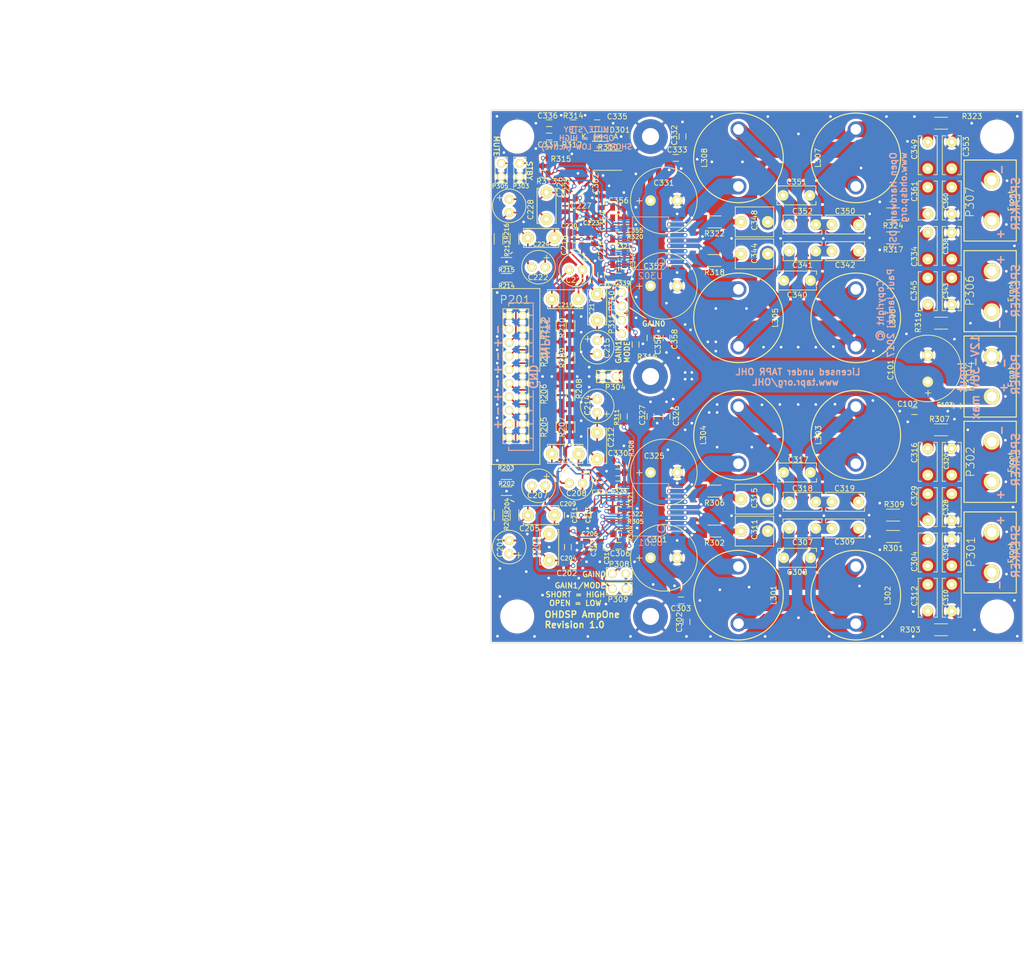
<source format=kicad_pcb>
(kicad_pcb (version 20221018) (generator pcbnew)
  (title_block (title "AmpOne - Class D Amp Module") (date "2017-02-14") (rev "1.0") (company "Open Hardware DSP Platform - www.ohdsp.org") (comment 1 "MERCHANTABILITY, SATISFACTORY QUALITY AND FITNESS FOR A PARTICULAR PURPOSE.") (comment 2 "is distributed WITHOUT ANY EXPRESS OR IMPLIED WARRANTY, INCLUDING OF") (comment 3 "Licensed under the TAPR Open Hardware License (www.tapr.org/OHL). This documentation") (comment 4 "Copyright Paul Janicki 2017"))
  (layers (0 "F.Cu" signal) (31 "B.Cu" signal) (34 "B.Paste" user) (35 "F.Paste" user) (36 "B.SilkS" user "B.Silkscreen") (37 "F.SilkS" user "F.Silkscreen") (38 "B.Mask" user) (39 "F.Mask" user) (44 "Edge.Cuts" user))
  (net 0 "")
  (net 1 "GNDD")
  (net 2 "VCC")
  (net 3 "/InputStage/P1")
  (net 4 "/InputStage/N1")
  (net 5 "/InputStage/P2")
  (net 6 "/InputStage/N2")
  (net 7 "Net-(C312-Pad2)")
  (net 8 "/InputStage/P3")
  (net 9 "/InputStage/N3")
  (net 10 "/InputStage/P4")
  (net 11 "/InputStage/N4")
  (net 12 "Net-(C315-Pad2)")
  (net 13 "/TDA7498/MUTE")
  (net 14 "/TDA7498/STBY")
  (net 15 "Net-(C329-Pad2)")
  (net 16 "Net-(C201-Pad2)")
  (net 17 "Net-(C205-Pad2)")
  (net 18 "Net-(C208-Pad2)")
  (net 19 "Net-(C212-Pad2)")
  (net 20 "Net-(C215-Pad2)")
  (net 21 "Net-(C219-Pad2)")
  (net 22 "Net-(C222-Pad2)")
  (net 23 "Net-(C226-Pad2)")
  (net 24 "Net-(C304-Pad1)")
  (net 25 "Net-(C304-Pad2)")
  (net 26 "Net-(C306-Pad1)")
  (net 27 "Net-(C306-Pad2)")
  (net 28 "Net-(C307-Pad2)")
  (net 29 "Net-(C311-Pad1)")
  (net 30 "Net-(C311-Pad2)")
  (net 31 "Net-(C313-Pad1)")
  (net 32 "Net-(C315-Pad1)")
  (net 33 "Net-(C316-Pad1)")
  (net 34 "Net-(C316-Pad2)")
  (net 35 "Net-(C317-Pad2)")
  (net 36 "Net-(C321-Pad1)")
  (net 37 "Net-(C323-Pad1)")
  (net 38 "Net-(C324-Pad1)")
  (net 39 "Net-(C330-Pad1)")
  (net 40 "Net-(C334-Pad1)")
  (net 41 "Net-(C334-Pad2)")
  (net 42 "Net-(C339-Pad1)")
  (net 43 "Net-(C339-Pad2)")
  (net 44 "Net-(C340-Pad2)")
  (net 45 "Net-(C344-Pad1)")
  (net 46 "Net-(C344-Pad2)")
  (net 47 "Net-(C345-Pad2)")
  (net 48 "Net-(C346-Pad1)")
  (net 49 "Net-(C348-Pad1)")
  (net 50 "Net-(C348-Pad2)")
  (net 51 "Net-(C349-Pad1)")
  (net 52 "Net-(C349-Pad2)")
  (net 53 "Net-(C350-Pad2)")
  (net 54 "Net-(C354-Pad1)")
  (net 55 "Net-(C356-Pad1)")
  (net 56 "Net-(C361-Pad2)")
  (net 57 "Net-(C362-Pad1)")
  (net 58 "Net-(L301-Pad1)")
  (net 59 "Net-(L304-Pad1)")
  (net 60 "Net-(L305-Pad1)")
  (net 61 "Net-(L308-Pad1)")
  (net 62 "Net-(P201-Pad4)")
  (net 63 "Net-(P201-Pad6)")
  (net 64 "Net-(P201-Pad8)")
  (net 65 "Net-(P201-Pad10)")
  (net 66 "Net-(P201-Pad12)")
  (net 67 "Net-(P201-Pad14)")
  (net 68 "Net-(P201-Pad16)")
  (net 69 "Net-(P201-Pad18)")
  (net 70 "Net-(P303-Pad2)")
  (net 71 "Net-(P304-Pad2)")
  (net 72 "Net-(P305-Pad2)")
  (net 73 "Net-(R311-Pad2)")
  (net 74 "Net-(R316-Pad1)")
  (net 75 "/TDA7498/3v3")
  (net 76 "/TDA7498/GAIN0A")
  (net 77 "/TDA7498/GAIN1A")
  (net 78 "/TDA7498/GAIN0B")
  (net 79 "/TDA7498/GAIN1B")
  (footprint "MyKiCadLibs-Footprints:SMD-0805" (layer "F.Cu") (at 122.5 115 180)
    (fp_text reference "C206")
    (fp_text value "1n" hide)
  )
  (footprint "MyKiCadLibs-Footprints:SMD-0805" (layer "F.Cu") (at 124 112 90)
    (fp_text reference "C211")
    (fp_text value "1n" hide)
  )
  (footprint "MyKiCadLibs-Footprints:SMD-0805" (layer "F.Cu") (at 126.5 112 90)
    (fp_text reference "C213")
    (fp_text value "1n" hide)
  )
  (footprint "MyKiCadLibs-Footprints:SMD-0805" (layer "F.Cu") (at 131 115.5 180)
    (fp_text reference "R304")
    (fp_text value "10k" hide)
  )
  (footprint "MyKiCadLibs-Footprints:SMD-0805" (layer "F.Cu") (at 131 113.25 180)
    (fp_text reference "R305")
    (fp_text value "10k" hide)
  )
  (footprint "MyKiCadLibs-Footprints:SMD-0805" (layer "F.Cu") (at 131 104 180)
    (fp_text reference "R308")
    (fp_text value "39k" hide)
  )
  (footprint "MyKiCadLibs-Footprints:SMD-0805" (layer "F.Cu") (at 131 62.75 180)
    (fp_text reference "R321")
    (fp_text value "10k" hide)
  )
  (footprint "MyKiCadLibs-Footprints:SMD-0805" (layer "F.Cu") (at 121.5 112 90)
    (fp_text reference "C209")
    (fp_text value "1n" hide)
  )
  (footprint "MyKiCadLibs-Footprints:SMD-0805" (layer "F.Cu") (at 126.5 60 -90)
    (fp_text reference "C216")
    (fp_text value "1n" hide)
  )
  (footprint "MyKiCadLibs-Footprints:SMD-0805" (layer "F.Cu") (at 121.5 118 90)
    (fp_text reference "C204")
    (fp_text value "1n" hide)
  )
  (footprint "MyKiCadLibs-Footprints:SMD-0805" (layer "F.Cu") (at 122.5 121.5 180)
    (fp_text reference "C202")
    (fp_text value "1n" hide)
  )
  (footprint "MyKiCadLibs-Footprints:SMD-0805" (layer "F.Cu") (at 132 93.5 -90)
    (fp_text reference "R311")
    (fp_text value "0" hide)
  )
  (footprint "MyKiCadLibs-Footprints:SMD-0805" (layer "F.Cu") (at 131 60.25 180)
    (fp_text reference "R320")
    (fp_text value "10k" hide)
  )
  (footprint "MyKiCadLibs-Footprints:SMD-0805" (layer "F.Cu") (at 186.5 92.5 180)
    (fp_text reference "C102")
    (fp_text value "4u7" hide)
  )
  (footprint "MyKiCadLibs-Footprints:SMD-0805" (layer "F.Cu") (at 194.5 91.5 -90)
    (fp_text reference "C103")
    (fp_text value "100n" hide)
  )
  (footprint "MyKiCadLibs-Footprints:SMD-0805" (layer "F.Cu") (at 134.2 80 -90)
    (fp_text reference "R316")
    (fp_text value "33" hide)
  )
  (footprint "MyKiCadLibs-Footprints:CAP-TH-D6.3mmP2.5mm" (layer "F.Cu") (at 110.5 118 90)
    (fp_text reference "C201")
    (fp_text value "10u" hide)
  )
  (footprint "MyKiCadLibs-Footprints:CAP_TH_5mm_W3.5mm" (layer "F.Cu") (at 118 118 90)
    (fp_text reference "C203")
    (fp_text value "100n" hide)
  )
  (footprint "MyKiCadLibs-Footprints:CAP_TH_5mm_W3.5mm" (layer "F.Cu") (at 116.5 112 180)
    (fp_text reference "C205")
    (fp_text value "100n" hide)
  )
  (footprint "MyKiCadLibs-Footprints:CAP-TH-D6.3mmP2.5mm" (layer "F.Cu") (at 116 106.5 180)
    (fp_text reference "C207")
    (fp_text value "10u" hide)
  )
  (footprint "MyKiCadLibs-Footprints:CAP-TH-D6.3mmP2.5mm" (layer "F.Cu") (at 123 106 180)
    (fp_text reference "C208")
    (fp_text value "10u" hide)
  )
  (footprint "MyKiCadLibs-Footprints:CAP_TH_5mm_W3.5mm" (layer "F.Cu") (at 121 100.5 180)
    (fp_text reference "C210")
    (fp_text value "100n" hide)
  )
  (footprint "MyKiCadLibs-Footprints:CAP_TH_5mm_W3.5mm" (layer "F.Cu") (at 127 99 -90)
    (fp_text reference "C212")
    (fp_text value "100n" hide)
  )
  (footprint "MyKiCadLibs-Footprints:CAP-TH-D6.3mmP2.5mm" (layer "F.Cu") (at 127 91.5 90)
    (fp_text reference "C214")
    (fp_text value "10u" hide)
  )
  (footprint "MyKiCadLibs-Footprints:CAP-TH-D6.3mmP2.5mm" (layer "F.Cu") (at 127 80.5 -90)
    (fp_text reference "C215")
    (fp_text value "10u" hide)
  )
  (footprint "MyKiCadLibs-Footprints:CAP_TH_5mm_W3.5mm" (layer "F.Cu") (at 127 73 -90)
    (fp_text reference "C217")
    (fp_text value "100n" hide)
  )
  (footprint "MyKiCadLibs-Footprints:SMD-0805" (layer "F.Cu") (at 123 61.5 180)
    (fp_text reference "C218")
    (fp_text value "1n" hide)
  )
  (footprint "MyKiCadLibs-Footprints:CAP_TH_5mm_W3.5mm" (layer "F.Cu") (at 121 71.5 180)
    (fp_text reference "C219")
    (fp_text value "100n" hide)
  )
  (footprint "MyKiCadLibs-Footprints:SMD-0805" (layer "F.Cu") (at 123 59 180)
    (fp_text reference "C220")
    (fp_text value "1n" hide)
  )
  (footprint "MyKiCadLibs-Footprints:CAP-TH-D6.3mmP2.5mm" (layer "F.Cu") (at 123 66 180)
    (fp_text reference "C221")
    (fp_text value "10u" hide)
  )
  (footprint "MyKiCadLibs-Footprints:CAP-TH-D6.3mmP2.5mm" (layer "F.Cu") (at 116 65.5 180)
    (fp_text reference "C222")
    (fp_text value "10u" hide)
  )
  (footprint "MyKiCadLibs-Footprints:SMD-0805" (layer "F.Cu") (at 124 56 180)
    (fp_text reference "C223")
    (fp_text value "1n" hide)
  )
  (footprint "MyKiCadLibs-Footprints:CAP_TH_5mm_W3.5mm" (layer "F.Cu") (at 116.5 60 180)
    (fp_text reference "C224")
    (fp_text value "100n" hide)
  )
  (footprint "MyKiCadLibs-Footprints:SMD-0805" (layer "F.Cu") (at 121 54 90)
    (fp_text reference "C225")
    (fp_text value "1n" hide)
  )
  (footprint "MyKiCadLibs-Footprints:CAP_TH_5mm_W3.5mm" (layer "F.Cu") (at 117.5 54 -90)
    (fp_text reference "C226")
    (fp_text value "100n" hide)
  )
  (footprint "MyKiCadLibs-Footprints:SMD-0805" (layer "F.Cu") (at 124 52.5 180)
    (fp_text reference "C227")
    (fp_text value "1n" hide)
  )
  (footprint "MyKiCadLibs-Footprints:CAP-TH-D6.3mmP2.5mm" (layer "F.Cu") (at 110.5 54 -90)
    (fp_text reference "C228")
    (fp_text value "10u" hide)
  )
  (footprint "MyKiCadLibs-Footprints:CAP-TH-D12.5mmP5mm" (layer "F.Cu") (at 139.5 120)
    (fp_text reference "C301")
    (fp_text value "560u" hide)
  )
  (footprint "MyKiCadLibs-Footprints:SMD-0805" (layer "F.Cu") (at 143.75 132 -90)
    (fp_text reference "C302")
    (fp_text value "4u7" hide)
  )
  (footprint "MyKiCadLibs-Footprints:SMD-0805" (layer "F.Cu") (at 142.75 128)
    (fp_text reference "C303")
    (fp_text value "100n" hide)
  )
  (footprint "MyKiCadLibs-Footprints:SMD-0805" (layer "F.Cu") (at 131 117.75 180)
    (fp_text reference "C306")
    (fp_text value "100n" hide)
  )
  (footprint "MyKiCadLibs-Footprints:CAP_TH_5mm" (layer "F.Cu") (at 156.5 115)
    (fp_text reference "C311")
    (fp_text value "330p" hide)
  )
  (footprint "MyKiCadLibs-Footprints:SMD-0805" (layer "F.Cu") (at 125 118 -90)
    (fp_text reference "C313")
    (fp_text value "100n" hide)
  )
  (footprint "MyKiCadLibs-Footprints:SMD-0805" (layer "F.Cu") (at 127.5 118 -90)
    (fp_text reference "C314")
    (fp_text value "10u" hide)
  )
  (footprint "MyKiCadLibs-Footprints:CAP_TH_5mm" (layer "F.Cu") (at 156.5 109)
    (fp_text reference "C315")
    (fp_text value "330p" hide)
  )
  (footprint "MyKiCadLibs-Footprints:SMD-0805" (layer "F.Cu") (at 131 108.75)
    (fp_text reference "C321")
    (fp_text value "100n" hide)
  )
  (footprint "MyKiCadLibs-Footprints:SMD-0805" (layer "F.Cu") (at 131 111)
    (fp_text reference "C322")
    (fp_text value "10u" hide)
  )
  (footprint "MyKiCadLibs-Footprints:SMD-0805" (layer "F.Cu") (at 131 106.25)
    (fp_text reference "C323")
    (fp_text value "100n" hide)
  )
  (footprint "MyKiCadLibs-Footprints:SMD-0805" (layer "F.Cu") (at 127.5 105.5 90)
    (fp_text reference "C324")
    (fp_text value "100n" hide)
  )
  (footprint "MyKiCadLibs-Footprints:CAP-TH-D12.5mmP5mm" (layer "F.Cu") (at 139.5 104)
    (fp_text reference "C325")
    (fp_text value "560u" hide)
  )
  (footprint "MyKiCadLibs-Footprints:SMD-0805" (layer "F.Cu") (at 140 93.5 90)
    (fp_text reference "C326")
    (fp_text value "4u7" hide)
  )
  (footprint "MyKiCadLibs-Footprints:SMD-0805" (layer "F.Cu") (at 137 93.5 90)
    (fp_text reference "C327")
    (fp_text value "100n" hide)
  )
  (footprint "MyKiCadLibs-Footprints:SMD-0805" (layer "F.Cu") (at 131 101.75)
    (fp_text reference "C330")
    (fp_text value "100n" hide)
  )
  (footprint "MyKiCadLibs-Footprints:CAP-TH-D12.5mmP5mm" (layer "F.Cu") (at 139.5 53)
    (fp_text reference "C331")
    (fp_text value "560u" hide)
  )
  (footprint "MyKiCadLibs-Footprints:SMD-0805" (layer "F.Cu") (at 143 41 90)
    (fp_text reference "C332")
    (fp_text value "4u7" hide)
  )
  (footprint "MyKiCadLibs-Footprints:SMD-0805" (layer "F.Cu") (at 141.75 45)
    (fp_text reference "C333")
    (fp_text value "100n" hide)
  )
  (footprint "MyKiCadLibs-Footprints:SMD-0805" (layer "F.Cu") (at 131 65)
    (fp_text reference "C346")
    (fp_text value "100n" hide)
  )
  (footprint "MyKiCadLibs-Footprints:SMD-0805" (layer "F.Cu") (at 127.75 67 -90)
    (fp_text reference "C347")
    (fp_text value "10u" hide)
  )
  (footprint "MyKiCadLibs-Footprints:SMD-0805" (layer "F.Cu") (at 131 56.25)
    (fp_text reference "C354")
    (fp_text value "100n" hide)
  )
  (footprint "MyKiCadLibs-Footprints:SMD-0805" (layer "F.Cu") (at 131 58.25)
    (fp_text reference "C355")
    (fp_text value "10u" hide)
  )
  (footprint "MyKiCadLibs-Footprints:SMD-0805" (layer "F.Cu") (at 131 54.25)
    (fp_text reference "C356")
    (fp_text value "100n" hide)
  )
  (footprint "MyKiCadLibs-Footprints:SMD-0805" (layer "F.Cu") (at 127.75 53.25 90)
    (fp_text reference "C362")
    (fp_text value "100n" hide)
  )
  (footprint "MyKiCadLibs-Footprints:IND-TH-PCV-0-223-10L" (layer "F.Cu") (at 153.5 127 -90)
    (fp_text reference "L301")
    (fp_text value "PCV-0-223-10L")
  )
  (footprint "MyKiCadLibs-Footprints:IND-TH-PCV-0-223-10L" (layer "F.Cu") (at 175.5 127 -90)
    (fp_text reference "L302")
    (fp_text value "PCV-0-223-10L")
  )
  (footprint "MyKiCadLibs-Footprints:IND-TH-PCV-0-223-10L" (layer "F.Cu") (at 175.5 97 90)
    (fp_text reference "L303")
    (fp_text value "PCV-0-223-10L")
  )
  (footprint "MyKiCadLibs-Footprints:IND-TH-PCV-0-223-10L" (layer "F.Cu") (at 153.5 97 90)
    (fp_text reference "L304")
    (fp_text value "PCV-0-223-10L")
  )
  (footprint "MyKiCadLibs-Footprints:IND-TH-PCV-0-223-10L" (layer "F.Cu") (at 153.5 75 -90)
    (fp_text reference "L305")
    (fp_text value "PCV-0-223-10L")
  )
  (footprint "MyKiCadLibs-Footprints:IND-TH-PCV-0-223-10L" (layer "F.Cu") (at 175.5 75 -90)
    (fp_text reference "L306")
    (fp_text value "PCV-0-223-10L")
  )
  (footprint "MyKiCadLibs-Footprints:IND-TH-PCV-0-223-10L" (layer "F.Cu") (at 175.5 45 90)
    (fp_text reference "L307")
    (fp_text value "PCV-0-223-10L")
  )
  (footprint "MyKiCadLibs-Footprints:IND-TH-PCV-0-223-10L" (layer "F.Cu") (at 153.5 45 90)
    (fp_text reference "L308")
    (fp_text value "PCV-0-223-10L")
  )
  (footprint "MyKiCadLibs-Footprints:CONN-SCREW-2WAY-7.5mm-7.62mm" (layer "F.Cu") (at 201 86 90)
    (fp_text reference "P104")
    (fp_text value "CONN_2x1" hide)
  )
  (footprint "MyKiCadLibs-Footprints:CONN_DIL_2X10_BOX_1MM" (layer "F.Cu") (at 111.75 86 180)
    (fp_text reference "P201")
    (fp_text value "CONN_02X10" hide)
  )
  (footprint "MyKiCadLibs-Footprints:CONN-SCREW-2WAY-7.5mm-7.62mm" (layer "F.Cu") (at 201 119 90)
    (fp_text reference "P301")
    (fp_text value "CONN_2x1" hide)
  )
  (footprint "MyKiCadLibs-Footprints:CONN-SCREW-2WAY-7.5mm-7.62mm" (layer "F.Cu") (at 201 102 90)
    (fp_text reference "P302")
    (fp_text value "CONN_2x1" hide)
  )
  (footprint "MyKiCadLibs-Footprints:CONN_SIL_2_1MM" (layer "F.Cu") (at 128 86)
    (fp_text reference "P304")
    (fp_text value "CONN_2x1" hide)
  )
  (footprint "MyKiCadLibs-Footprints:CONN-SCREW-2WAY-7.5mm-7.62mm" (layer "F.Cu") (at 201 70 90)
    (fp_text reference "P306")
    (fp_text value "CONN_2x1" hide)
  )
  (footprint "MyKiCadLibs-Footprints:CONN-SCREW-2WAY-7.5mm-7.62mm" (layer "F.Cu") (at 201 53 90)
    (fp_text reference "P307")
    (fp_text value "CONN_2x1" hide)
  )
  (footprint "MyKiCadLibs-Footprints:SMD-1206" (layer "F.Cu") (at 108.5 112 90)
    (fp_text reference "R201")
    (fp_text value "100" hide)
  )
  (footprint "MyKiCadLibs-Footprints:SMD-1206" (layer "F.Cu") (at 110 107.5 180)
    (fp_text reference "R202")
    (fp_text value "100k" hide)
  )
  (footprint "MyKiCadLibs-Footprints:SMD-1206" (layer "F.Cu") (at 110 104.5 180)
    (fp_text reference "R203")
    (fp_text value "100k" hide)
  )
  (footprint "MyKiCadLibs-Footprints:SMD-1206" (layer "F.Cu") (at 111.5 112 90)
    (fp_text reference "R204")
    (fp_text value "100" hide)
  )
  (footprint "MyKiCadLibs-Footprints:SMD-1206" (layer "F.Cu") (at 118.5 95.5 90)
    (fp_text reference "R205")
    (fp_text value "100" hide)
  )
  (footprint "MyKiCadLibs-Footprints:SMD-1206" (layer "F.Cu") (at 118.5 89.5 90)
    (fp_text reference "R206")
    (fp_text value "100k" hide)
  )
  (footprint "MyKiCadLibs-Footprints:SMD-1206" (layer "F.Cu") (at 122 95.5 -90)
    (fp_text reference "R207")
    (fp_text value "100k" hide)
  )
  (footprint "MyKiCadLibs-Footprints:SMD-1206" (layer "F.Cu") (at 122 89.5 -90)
    (fp_text reference "R208")
    (fp_text value "100" hide)
  )
  (footprint "MyKiCadLibs-Footprints:SMD-1206" (layer "F.Cu") (at 122 82.5 90)
    (fp_text reference "R209")
    (fp_text value "100" hide)
  )
  (footprint "MyKiCadLibs-Footprints:SMD-1206" (layer "F.Cu") (at 122 76.5 90)
    (fp_text reference "R210")
    (fp_text value "100k" hide)
  )
  (footprint "MyKiCadLibs-Footprints:SMD-1206" (layer "F.Cu") (at 118.5 82.5 -90)
    (fp_text reference "R211")
    (fp_text value "100k" hide)
  )
  (footprint "MyKiCadLibs-Footprints:SMD-1206" (layer "F.Cu") (at 118.5 76.5 -90)
    (fp_text reference "R212")
    (fp_text value "100" hide)
  )
  (footprint "MyKiCadLibs-Footprints:SMD-1206" (layer "F.Cu") (at 111.5 60.2 -90)
    (fp_text reference "R213")
    (fp_text value "100" hide)
  )
  (footprint "MyKiCadLibs-Footprints:SMD-1206" (layer "F.Cu") (at 110 67.5 180)
    (fp_text reference "R214")
    (fp_text value "100k" hide)
  )
  (footprint "MyKiCadLibs-Footprints:SMD-1206" (layer "F.Cu") (at 110 64.5 180)
    (fp_text reference "R215")
    (fp_text value "100k" hide)
  )
  (footprint "MyKiCadLibs-Footprints:SMD-1206" (layer "F.Cu") (at 108.5 60.2 -90)
    (fp_text reference "R216")
    (fp_text value "100" hide)
  )
  (footprint "MyKiCadLibs-Footprints:MNT_HOLE_3mm" (layer "F.Cu") (at 112 131)
    (fp_text reference "MNT101" hide)
    (fp_text value "MNT_HOLE" hide)
  )
  (footprint "MyKiCadLibs-Footprints:MNT_HOLE_3mm" (layer "F.Cu") (at 202 131)
    (fp_text reference "MNT102" hide)
    (fp_text value "MNT_HOLE" hide)
  )
  (footprint "MyKiCadLibs-Footprints:MNT_HOLE_3mm" (layer "F.Cu") (at 202 41)
    (fp_text reference "MNT103" hide)
    (fp_text value "MNT_HOLE" hide)
  )
  (footprint "MyKiCadLibs-Footprints:MNT_HOLE_3mm" (layer "F.Cu") (at 112 41)
    (fp_text reference "MNT104" hide)
    (fp_text value "MNT_HOLE" hide)
  )
  (footprint "MyKiCadLibs-Footprints:MNT_HOLE_3mm_PTH" (layer "F.Cu") (at 137 41)
    (fp_text reference "P101" hide)
    (fp_text value "PIN" hide)
  )
  (footprint "MyKiCadLibs-Footprints:MNT_HOLE_3mm_PTH" (layer "F.Cu") (at 137 131)
    (fp_text reference "P102" hide)
    (fp_text value "PIN" hide)
  )
  (footprint "MyKiCadLibs-Footprints:MNT_HOLE_3mm_PTH" (layer "F.Cu") (at 137 86)
    (fp_text reference "P103" hide)
    (fp_text value "PIN" hide)
  )
  (footprint "MyKiCadLibs-Footprints:SMD_MELF_0207" (layer "F.Cu") (at 182.5 116 180)
    (fp_text reference "R301")
    (fp_text value "8R2" hide)
  )
  (footprint "MyKiCadLibs-Footprints:SMD_MELF_0207" (layer "F.Cu") (at 149 115 180)
    (fp_text reference "R302")
    (fp_text value "22" hide)
  )
  (footprint "MyKiCadLibs-Footprints:SMD_MELF_0207" (layer "F.Cu") (at 191.5 133.5)
    (fp_text reference "R303")
    (fp_text value "8R2" hide)
  )
  (footprint "MyKiCadLibs-Footprints:SMD_MELF_0207" (layer "F.Cu") (at 149 107.5 180)
    (fp_text reference "R306")
    (fp_text value "22" hide)
  )
  (footprint "MyKiCadLibs-Footprints:SMD_MELF_0207" (layer "F.Cu") (at 191.5 96)
    (fp_text reference "R307")
    (fp_text value "8R2" hide)
  )
  (footprint "MyKiCadLibs-Footprints:SMD_MELF_0207" (layer "F.Cu") (at 182.5 112 180)
    (fp_text reference "R309")
    (fp_text value "8R2" hide)
  )
  (footprint "MyKiCadLibs-Footprints:SMD_MELF_0207" (layer "F.Cu") (at 182.5 60 180)
    (fp_text reference "R317")
    (fp_text value "8R2" hide)
  )
  (footprint "MyKiCadLibs-Footprints:SMD_MELF_0207" (layer "F.Cu") (at 149 64.25 180)
    (fp_text reference "R318")
    (fp_text value "22" hide)
  )
  (footprint "MyKiCadLibs-Footprints:SMD_MELF_0207" (layer "F.Cu") (at 191.5 76)
    (fp_text reference "R319")
    (fp_text value "8R2" hide)
  )
  (footprint "MyKiCadLibs-Footprints:SMD_MELF_0207" (layer "F.Cu") (at 149 57 180)
    (fp_text reference "R322")
    (fp_text value "22" hide)
  )
  (footprint "MyKiCadLibs-Footprints:SMD_MELF_0207" (layer "F.Cu") (at 191.5 38.5)
    (fp_text reference "R323")
    (fp_text value "8R2" hide)
  )
  (footprint "MyKiCadLibs-Footprints:SMD_MELF_0207" (layer "F.Cu") (at 182.5 55.5 180)
    (fp_text reference "R324")
    (fp_text value "8R2" hide)
  )
  (footprint "MyKiCadLibs-Footprints:CAP_TH_P5mm_W3.5mm_L7.3mm" (layer "F.Cu") (at 189 119 90)
    (fp_text reference "C304")
    (fp_text value "220n" hide)
  )
  (footprint "MyKiCadLibs-Footprints:CAP_TH_P5mm_W3.5mm_L7.3mm" (layer "F.Cu") (at 193.5 119 90)
    (fp_text reference "C305")
    (fp_text value "220n" hide)
  )
  (footprint "MyKiCadLibs-Footprints:CAP_TH_P5mm_W3.5mm_L7.3mm" (layer "F.Cu") (at 164.5 120)
    (fp_text reference "C308")
    (fp_text value "220n" hide)
  )
  (footprint "MyKiCadLibs-Footprints:CAP_TH_P5mm_W3.5mm_L7.3mm" (layer "F.Cu") (at 165.5 114.5)
    (fp_text reference "C307")
    (fp_text value "220n" hide)
  )
  (footprint "MyKiCadLibs-Footprints:CAP_TH_P5mm_W3.5mm_L7.3mm" (layer "F.Cu") (at 193.5 127.5 90)
    (fp_text reference "C310")
    (fp_text value "220n" hide)
  )
  (footprint "MyKiCadLibs-Footprints:CAP_TH_P5mm_W3.5mm_L7.3mm" (layer "F.Cu") (at 189 127.5 -90)
    (fp_text reference "C312")
    (fp_text value "220n" hide)
  )
  (footprint "MyKiCadLibs-Footprints:CAP_TH_P5mm_W3.5mm_L7.3mm" (layer "F.Cu") (at 189 102 90)
    (fp_text reference "C316")
    (fp_text value "220n" hide)
  )
  (footprint "MyKiCadLibs-Footprints:CAP_TH_P5mm_W3.5mm_L7.3mm" (layer "F.Cu") (at 164.5 104 180)
    (fp_text reference "C317")
    (fp_text value "220n" hide)
  )
  (footprint "MyKiCadLibs-Footprints:CAP_TH_P5mm_W3.5mm_L7.3mm" (layer "F.Cu") (at 165.5 109.5 180)
    (fp_text reference "C318")
    (fp_text value "220n" hide)
  )
  (footprint "MyKiCadLibs-Footprints:CAP_TH_P5mm_W3.5mm_L7.3mm" (layer "F.Cu") (at 193.5 102 90)
    (fp_text reference "C320")
    (fp_text value "220n" hide)
  )
  (footprint "MyKiCadLibs-Footprints:CAP_TH_P5mm_W3.5mm_L7.3mm" (layer "F.Cu") (at 193.5 110.5 90)
    (fp_text reference "C328")
    (fp_text value "220n" hide)
  )
  (footprint "MyKiCadLibs-Footprints:CAP_TH_P5mm_W3.5mm_L7.3mm" (layer "F.Cu") (at 189 110.5 -90)
    (fp_text reference "C329")
    (fp_text value "220n" hide)
  )
  (footprint "MyKiCadLibs-Footprints:CAP_TH_P5mm_W3.5mm_L7.3mm" (layer "F.Cu") (at 189 61.5 90)
    (fp_text reference "C334")
    (fp_text value "220n" hide)
  )
  (footprint "MyKiCadLibs-Footprints:CAP_TH_P5mm_W3.5mm_L7.3mm" (layer "F.Cu") (at 193.5 61.5 90)
    (fp_text reference "C338")
    (fp_text value "220n" hide)
  )
  (footprint "MyKiCadLibs-Footprints:CAP_TH_P5mm_W3.5mm_L7.3mm" (layer "F.Cu") (at 164.5 68)
    (fp_text reference "C340")
    (fp_text value "220n" hide)
  )
  (footprint "MyKiCadLibs-Footprints:CAP_TH_P5mm_W3.5mm_L7.3mm" (layer "F.Cu") (at 165.5 62.5)
    (fp_text reference "C341")
    (fp_text value "220n" hide)
  )
  (footprint "MyKiCadLibs-Footprints:CAP_TH_P5mm_W3.5mm_L7.3mm" (layer "F.Cu") (at 193.5 70 90)
    (fp_text reference "C343")
    (fp_text value "220n" hide)
  )
  (footprint "MyKiCadLibs-Footprints:CAP_TH_P5mm_W3.5mm_L7.3mm" (layer "F.Cu") (at 189 70 -90)
    (fp_text reference "C345")
    (fp_text value "220n" hide)
  )
  (footprint "MyKiCadLibs-Footprints:CAP_TH_P5mm_W3.5mm_L7.3mm" (layer "F.Cu") (at 189 44.5 90)
    (fp_text reference "C349")
    (fp_text value "220n" hide)
  )
  (footprint "MyKiCadLibs-Footprints:CAP_TH_P5mm_W3.5mm_L7.3mm" (layer "F.Cu") (at 173.5 57.5)
    (fp_text reference "C350")
    (fp_text value "220n" hide)
  )
  (footprint "MyKiCadLibs-Footprints:CAP_TH_P5mm_W3.5mm_L7.3mm" (layer "F.Cu") (at 164.379668 52.029562 180)
    (fp_text reference "C351")
    (fp_text value "220n" hide)
  )
  (footprint "MyKiCadLibs-Footprints:CAP_TH_P5mm_W3.5mm_L7.3mm" (layer "F.Cu") (at 193.5 44.5 90)
    (fp_text reference "C353")
    (fp_text value "220n" hide)
  )
  (footprint "MyKiCadLibs-Footprints:CAP_TH_P5mm_W3.5mm_L7.3mm" (layer "F.Cu") (at 193.5 53 90)
    (fp_text reference "C360")
    (fp_text value "220n" hide)
  )
  (footprint "MyKiCadLibs-Footprints:CAP_TH_P5mm_W3.5mm_L7.3mm" (layer "F.Cu") (at 189 53 -90)
    (fp_text reference "C361")
    (fp_text value "220n" hide)
  )
  (footprint "MyKiCadLibs-Footprints:CAP_TH_P5mm_W3.5mm_L7.3mm" (layer "F.Cu") (at 173.5 114.5 180)
    (fp_text reference "C309")
    (fp_text value "220n" hide)
  )
  (footprint "MyKiCadLibs-Footprints:CAP_TH_P5mm_W3.5mm_L7.3mm" (layer "F.Cu") (at 173.5 109.5)
    (fp_text reference "C319")
    (fp_text value "220n" hide)
  )
  (footprint "MyKiCadLibs-Footprints:CAP_TH_P5mm_W3.5mm_L7.3mm" (layer "F.Cu") (at 173.5 62.5 180)
    (fp_text reference "C342")
    (fp_text value "220n" hide)
  )
  (footprint "MyKiCadLibs-Footprints:CAP_TH_P5mm_W3.5mm_L7.3mm" (layer "F.Cu") (at 165.5 57.5 180)
    (fp_text reference "C352")
    (fp_text value "220n" hide)
  )
  (footprint "MyKiCadLibs-Footprints:CAP_TH_5mm" (layer "F.Cu") (at 156.5 63)
    (fp_text reference "C344")
    (fp_text value "330p" hide)
  )
  (footprint "MyKiCadLibs-Footprints:CAP_TH_5mm" (layer "F.Cu") (at 156.5 57)
    (fp_text reference "C348")
    (fp_text value "330p" hide)
  )
  (footprint "MyKiCadLibs-Footprints:CAP-TH-D12.5mmP5mm" (layer "F.Cu") (at 139.5 69)
    (fp_text reference "C357")
    (fp_text value "560u" hide)
  )
  (footprint "MyKiCadLibs-Footprints:SMD-0805" (layer "F.Cu") (at 140 78.75 -90)
    (fp_text reference "C358")
    (fp_text value "4u7" hide)
  )
  (footprint "MyKiCadLibs-Footprints:SMD-0805" (layer "F.Cu") (at 137 78.75 -90)
    (fp_text reference "C359")
    (fp_text value "100n" hide)
  )
  (footprint "MyKiCadLibs-Footprints:SMD-0805" (layer "F.Cu") (at 127 38.5)
    (fp_text reference "C335")
    (fp_text value "100n" hide)
  )
  (footprint "MyKiCadLibs-Footprints:SMD-0805" (layer "F.Cu") (at 118 38.5 180)
    (fp_text reference "C336")
    (fp_text value "2u2" hide)
  )
  (footprint "MyKiCadLibs-Footprints:SMD-0805" (layer "F.Cu") (at 118 41 180)
    (fp_text reference "C337")
    (fp_text value "2u2" hide)
  )
  (footprint "MyKiCadLibs-Footprints:DIODE-SOD-123" (layer "F.Cu") (at 127.5 41)
    (fp_text reference "D301")
    (fp_text value "MMSZ5225BT1G" hide)
  )
  (footprint "MyKiCadLibs-Footprints:CONN_SIL_2_1MM" (layer "F.Cu") (at 112.5 48.54 90)
    (fp_text reference "P303")
    (fp_text value "CONN_2x1" hide)
  )
  (footprint "MyKiCadLibs-Footprints:CONN_SIL_2_1MM" (layer "F.Cu") (at 109 48.54 90)
    (fp_text reference "P305")
    (fp_text value "CONN_2x1" hide)
  )
  (footprint "MyKiCadLibs-Footprints:SMD-2512" (layer "F.Cu") (at 129 45.5)
    (fp_text reference "R310")
    (fp_text value "1800")
  )
  (footprint "MyKiCadLibs-Footprints:SMD-0805" (layer "F.Cu") (at 122.5 41 180)
    (fp_text reference "R312")
    (fp_text value "47k" hide)
  )
  (footprint "MyKiCadLibs-Footprints:SMD-0805" (layer "F.Cu") (at 116.7 48 180)
    (fp_text reference "R313")
    (fp_text value "1k" hide)
  )
  (footprint "MyKiCadLibs-Footprints:SMD-0805" (layer "F.Cu") (at 122.5 38.5 180)
    (fp_text reference "R314")
    (fp_text value "220k" hide)
  )
  (footprint "MyKiCadLibs-Footprints:SMD-0805" (layer "F.Cu") (at 116.7 45 180)
    (fp_text reference "R315")
    (fp_text value "1k" hide)
  )
  (footprint "MyKiCadLibs-Footprints:SMD-0805" (layer "F.Cu") (at 131 67.25 180)
    (fp_text reference "C339")
    (fp_text value "100n" hide)
  )
  (footprint "MyKiCadLibs-Footprints:CAP-TH-D12.5mmP5mm" (layer "F.Cu") (at 189 84.5 90)
    (fp_text reference "C101")
    (fp_text value "560u" hide)
  )
  (footprint "MyKiCadLibs-Footprints:CONN_SIL_2_1MM" (layer "F.Cu") (at 129.86 123)
    (fp_text reference "P308")
    (fp_text value "CONN_2x1" hide)
  )
  (footprint "MyKiCadLibs-Footprints:CONN_SIL_2_1MM" (layer "F.Cu") (at 129.86 125.8)
    (fp_text reference "P309")
    (fp_text value "CONN_2x1" hide)
  )
  (footprint "MyKiCadLibs-Footprints:CONN_SIL_2_1MM" (layer "F.Cu") (at 131.6 72.8 90)
    (fp_text reference "P310")
    (fp_text value "CONN_2x1" hide)
  )
  (footprint "MyKiCadLibs-Footprints:CONN_SIL_2_1MM" (layer "F.Cu") (at 131.6 78 90)
    (fp_text reference "P311")
    (fp_text value "CONN_2x1" hide)
  )
  (footprint "MyKiCadLibs-Footprints:IC-PowerSSO-36-EPU" (layer "B.Cu") (at 137 111 90)
    (fp_text reference "U301")
    (fp_text value "TDA7498")
  )
  (footprint "MyKiCadLibs-Footprints:IC-PowerSSO-36-EPU" (layer "B.Cu") (at 137 61 90)
    (fp_text reference "U302")
    (fp_text value "TDA7498")
  )
  (gr_line (start 115 97.6) (end 115 88.6) (stroke (width 0.2)) (layer "B.SilkS"))
  (gr_line (start 114.3 77.1) (end 114.9 77.1) (stroke (width 0.2)) (layer "B.SilkS"))
  (gr_line (start 114.2 79.7) (end 114.8 79.7) (stroke (width 0.2)) (layer "B.SilkS"))
  (gr_line (start 114.2 82.2) (end 114.8 82.2) (stroke (width 0.2)) (layer "B.SilkS"))
  (gr_line (start 114.3 89.8) (end 114.9 89.8) (stroke (width 0.2)) (layer "B.SilkS"))
  (gr_line (start 114.4 92.4) (end 115 92.4) (stroke (width 0.2)) (layer "B.SilkS"))
  (gr_line (start 114.4 94.9) (end 115 94.9) (stroke (width 0.2)) (layer "B.SilkS"))
  (gr_line (start 114.3 97.6) (end 114.9 97.6) (stroke (width 0.2)) (layer "B.SilkS"))
  (gr_line (start 115 97.549726) (end 115 99.849726) (stroke (width 0.2)) (layer "B.SilkS"))
  (gr_line (start 115 99.849726) (end 110.4 99.849726) (stroke (width 0.2)) (layer "B.SilkS"))
  (gr_line (start 110.4 99.849726) (end 110.4 99.249726) (stroke (width 0.2)) (layer "B.SilkS"))
  (gr_line (start 114.4 74.5) (end 115 74.5) (stroke (width 0.2)) (layer "B.SilkS"))
  (gr_line (start 115 72.2) (end 110.4 72.2) (stroke (width 0.2)) (layer "B.SilkS"))
  (gr_line (start 110.4 72.2) (end 110.4 72.8) (stroke (width 0.2)) (layer "B.SilkS"))
  (gr_line (start 115 74.5) (end 115 72.2) (stroke (width 0.2)) (layer "B.SilkS"))
  (gr_line (start 115 83.5) (end 115 74.5) (stroke (width 0.2)) (layer "B.SilkS"))
  (gr_line (start 136.1 75.1) (end 133.1 73.1) (stroke (width 0.2)) (layer "F.SilkS"))
  (gr_line (start 110.8 109.2) (end 111.4 109.5) (stroke (width 0.2)) (layer "F.SilkS"))
  (gr_line (start 128.8 56.3) (end 129.2 56.3) (stroke (width 0.2)) (layer "F.SilkS"))
  (gr_line (start 133 64) (end 132.4 64.2) (stroke (width 0.2)) (layer "F.SilkS"))
  (gr_line (start 133.3 101.1) (end 132.7 103.3) (stroke (width 0.2)) (layer "F.SilkS"))
  (gr_line (start 129.1 68.4) (end 128.6 67.7) (stroke (width 0.2)) (layer "F.SilkS"))
  (gr_line (start 110.7 63) (end 111.1 62.7) (stroke (width 0.2)) (layer "F.SilkS"))
  (gr_line (start 107 136) (end 107 36) (stroke (width 0.1)) (layer "Edge.Cuts"))
  (gr_line (start 107 36) (end 207 36) (stroke (width 0.1)) (layer "Edge.Cuts"))
  (gr_line (start 122 136) (end 107 136) (stroke (width 0.1)) (layer "Edge.Cuts"))
  (gr_line (start 207 36) (end 207 136) (stroke (width 0.1)) (layer "Edge.Cuts"))
  (gr_line (start 207 136) (end 122 136) (stroke (width 0.1)) (layer "Edge.Cuts"))
  (gr_text "Open Hardware DSP\nwww.ohdsp.org" (at 183.5 43.8 90) (layer "B.SilkS") (effects (font (size 1.2 1.2) (thickness 0.25)) (justify left mirror)))
  (gr_text "SPEAKER" (at 205.5 101.6 90) (layer "B.SilkS") (effects (font (size 1.5 1.5) (thickness 0.3)) (justify mirror)))
  (gr_text "SPEAKER" (at 205.5 53.6 90) (layer "B.SilkS") (effects (font (size 1.5 1.5) (thickness 0.3)) (justify mirror)))
  (gr_text "SPEAKER" (at 205.5 69.9 90) (layer "B.SilkS") (effects (font (size 1.5 1.5) (thickness 0.3)) (justify mirror)))
  (gr_text "POWER" (at 205.5 85.6 90) (layer "B.SilkS") (effects (font (size 1.5 1.5) (thickness 0.3)) (justify mirror)))
  (gr_text "+" (at 203.2 88.1 90) (layer "B.SilkS") (effects (font (size 1.5 1.5) (thickness 0.3)) (justify mirror)))
  (gr_text "-" (at 203.3 83.5 90) (layer "B.SilkS") (effects (font (size 1.5 1.5) (thickness 0.3)) (justify mirror)))
  (gr_text "+" (at 202.6 59.3 90) (layer "B.SilkS") (effects (font (size 1.5 1.5) (thickness 0.3)) (justify mirror)))
  (gr_text "-" (at 202.8 47.2 90) (layer "B.SilkS") (effects (font (size 1.5 1.5) (thickness 0.3)) (justify mirror)))
  (gr_text "+" (at 202.8 64.1 270) (layer "B.SilkS") (effects (font (size 1.5 1.5) (thickness 0.3)) (justify mirror)))
  (gr_text "-" (at 202.6 76.2 270) (layer "B.SilkS") (effects (font (size 1.5 1.5) (thickness 0.3)) (justify mirror)))
  (gr_text "+" (at 202.8 113 270) (layer "B.SilkS") (effects (font (size 1.5 1.5) (thickness 0.3)) (justify mirror)))
  (gr_text "-" (at 202.6 125.1 270) (layer "B.SilkS") (effects (font (size 1.5 1.5) (thickness 0.3)) (justify mirror)))
  (gr_text "+" (at 202.6 108.2 90) (layer "B.SilkS") (effects (font (size 1.5 1.5) (thickness 0.3)) (justify mirror)))
  (gr_text "-" (at 202.8 96.1 90) (layer "B.SilkS") (effects (font (size 1.5 1.5) (thickness 0.3)) (justify mirror)))
  (gr_text "-" (at 108.3 87.3 90) (layer "B.SilkS") (effects (font (size 1.5 1.5) (thickness 0.3)) (justify mirror)))
  (gr_text "+" (at 108.4 89.7) (layer "B.SilkS") (effects (font (size 1.5 1.5) (thickness 0.3)) (justify mirror)))
  (gr_text "-" (at 108.3 82.2 90) (layer "B.SilkS") (effects (font (size 1.5 1.5) (thickness 0.3)) (justify mirror)))
  (gr_text "+" (at 108.4 84.6) (layer "B.SilkS") (effects (font (size 1.5 1.5) (thickness 0.3)) (justify mirror)))
  (gr_text "-" (at 108.3 77.2 90) (layer "B.SilkS") (effects (font (size 1.5 1.5) (thickness 0.3)) (justify mirror)))
  (gr_text "+" (at 108.4 79.6) (layer "B.SilkS") (effects (font (size 1.5 1.5) (thickness 0.3)) (justify mirror)))
  (gr_text "GND" (at 115 86.05 270) (layer "B.SilkS") (effects (font (size 1.5 1.5) (thickness 0.3)) (justify mirror)))
  (gr_text "MUTE/STBY\nOPEN = HIGH\nSHORT = LOW (Active)" (at 125 41.3) (layer "B.SilkS") (effects (font (size 1 1) (thickness 0.2)) (justify mirror)))
  (gr_text "SPEAKER" (at 205.5 118.8 90) (layer "B.SilkS") (effects (font (size 1.5 1.5) (thickness 0.3)) (justify mirror)))
  (gr_text "+" (at 108.4 94.9) (layer "B.SilkS") (effects (font (size 1.5 1.5) (thickness 0.3)) (justify mirror)))
  (gr_text "Copyright © \nPaul Janicki 2017" (at 181.1 74.1 90) (layer "B.SilkS") (effects (font (size 1.2 1.2) (thickness 0.25)) (justify mirror)))
  (gr_text "Input\n12V-36V max" (at 196.7 86.1 90) (layer "B.SilkS") (effects (font (size 1.5 1.5) (thickness 0.3)) (justify mirror)))
  (gr_text "INPUTS" (at 117.2 78.7 270) (layer "B.SilkS") (effects (font (size 1.5 1.5) (thickness 0.3)) (justify mirror)))
  (gr_text "Licensed under TAPR OHL \nwww.tapr.org/OHL" (at 164.2 86.1) (layer "B.SilkS") (effects (font (size 1.2 1.2) (thickness 0.25)) (justify mirror)))
  (gr_text "-" (at 108.3 92.5 90) (layer "B.SilkS") (effects (font (size 1.5 1.5) (thickness 0.3)) (justify mirror)))
  (gr_text "GAIN1/MODE" (at 123.8 125.2) (layer "F.SilkS") (effects (font (size 1 1) (thickness 0.2))))
  (gr_text "GAIN1\nMODE" (at 131.8 81.4 90) (layer "F.SilkS") (effects (font (size 1 1) (thickness 0.2))))
  (gr_text "GAIN0" (at 137.6 76.1) (layer "F.SilkS") (effects (font (size 1 1) (thickness 0.2))))
  (gr_text "SHORT = HIGH\nOPEN = LOW" (at 122.9 127.7) (layer "F.SilkS") (effects (font (size 1 1) (thickness 0.2))))
  (gr_text "MUTE" (at 108.1 42.8 270) (layer "F.SilkS") (effects (font (size 1 1) (thickness 0.2))))
  (gr_text "GAIN0" (at 126.4 123.1) (layer "F.SilkS") (effects (font (size 1 1) (thickness 0.2))))
  (gr_text "STBY" (at 114.3 47.4 270) (layer "F.SilkS") (effects (font (size 1 1) (thickness 0.2))))
  (gr_text "OHDSP AmpOne\nRevision 1.0" (at 117 131.6) (layer "F.SilkS") (effects (font (size 1.2 1.2) (thickness 0.25)) (justify left)))
  (segment (start 142.85 46.9) (end 142.75 47) (width 0.3) (layer "F.Cu") (net 1))
  (segment (start 132 51.5) (end 132 50.25) (width 0.3) (layer "F.Cu") (net 1))
  (segment (start 169.5 60) (end 169.4 60.1) (width 0.3) (layer "F.Cu") (net 1))
  (segment (start 132.1 113.25) (end 133.35 113.25) (width 0.3) (layer "F.Cu") (net 1))
  (segment (start 180.05 116) (end 180.05 118.45) (width 0.3) (layer "F.Cu") (net 1))
  (segment (start 158.25 83.75) (end 161.5 80.5) (width 0.3) (layer "F.Cu") (net 1))
  (segment (start 137 92.4) (end 137 90.75) (width 0.3) (layer "F.Cu") (net 1))
  (segment (start 180.05 62.2) (end 180 62.25) (width 0.3) (layer "F.Cu") (net 1))
  (segment (start 180.05 112) (end 180.05 109.8) (width 0.3) (layer "F.Cu") (net 1))
  (segment (start 108.3 70.2) (end 108.25 70.25) (width 0.3) (layer "F.Cu") (net 1))
  (segment (start 200 37.2) (end 205.8 37.2) (width 0.3) (layer "F.Cu") (net 1))
  (segment (start 193.5 59) (end 196 61.5) (width 0.3) (layer "F.Cu") (net 1))
  (segment (start 193.5 130) (end 194.2 130.7) (width 0.5) (layer "F.Cu") (net 1))
  (segment (start 140 92.4) (end 140 90.75) (width 0.3) (layer "F.Cu") (net 1))
  (segment (start 149.5 91.25) (end 144.75 86.5) (width 0.3) (layer "F.Cu") (net 1))
  (segment (start 129.224316 50.237093) (end 129.224316 49.424316) (width 0.3) (layer "F.Cu") (net 1))
  (segment (start 125.1 52.5) (end 126.085815 52.5) (width 0.3) (layer "F.Cu") (net 1))
  (segment (start 181.25 37.25) (end 186.5 37.25) (width 0.3) (layer "F.Cu") (net 1))
  (segment (start 194.1 41.3) (end 194.1 40.6) (width 0.5) (layer "F.Cu") (net 1))
  (segment (start 142.85 45) (end 142.85 46.9) (width 0.3) (layer "F.Cu") (net 1))
  (segment (start 197.25 38.5) (end 198.7 38.5) (width 0.3) (layer "F.Cu") (net 1))
  (segment (start 149.5 92.75) (end 148 92.75) (width 0.3) (layer "F.Cu") (net 1))
  (segment (start 193.95 76) (end 193.95 78.95) (width 0.3) (layer "F.Cu") (net 1))
  (segment (start 108.3 101.8) (end 108.25 101.75) (width 0.3) (layer "F.Cu") (net 1))
  (segment (start 194.2 133.25) (end 193.95 133.5) (width 0.5) (layer "F.Cu") (net 1))
  (segment (start 193.5 41.2) (end 194.1 40.6) (width 0.5) (layer "F.Cu") (net 1))
  (segment (start 204.25 106.353883) (end 204.25 109.75) (width 0.3) (layer "F.Cu") (net 1))
  (segment (start 194.5 92.6) (end 192.85 92.6) (width 0.3) (layer "F.Cu") (net 1))
  (segment (start 108.3 67.5) (end 108.3 70.2) (width 0.3) (layer "F.Cu") (net 1))
  (segment (start 204.25 109.75) (end 205 110.5) (width 0.3) (layer "F.Cu") (net 1))
  (segment (start 140 72.75) (end 140 72.25) (width 0.3) (layer "F.Cu") (net 1))
  (segment (start 139.25 106) (end 142 106) (width 0.8) (layer "F.Cu") (net 1))
  (segment (start 135.580475 79.877311) (end 135.607786 79.85) (width 0.3) (layer "F.Cu") (net 1))
  (segment (start 182 78) (end 178.8 81.2) (width 0.3) (layer "F.Cu") (net 1))
  (segment (start 149.25 73.25) (end 155 73.25) (width 0.3) (layer "F.Cu") (net 1))
  (segment (start 143 39.9) (end 143 38.25) (width 0.3) (layer "F.Cu") (net 1))
  (segment (start 118.5 86) (end 116.75 86) (width 0.3) (layer "F.Cu") (net 1))
  (segment (start 140.5 113.5) (end 143.5 113.5) (width 0.8) (layer "F.Cu") (net 1))
  (segment (start 122 74.8) (end 123.95 74.8) (width 0.3) (layer "F.Cu") (net 1))
  (segment (start 149.25 83.75) (end 158.25 83.75) (width 0.3) (layer "F.Cu") (net 1))
  (segment (start 133.483206 58.25) (end 132.1 58.25) (width 0.3) (layer "F.Cu") (net 1))
  (segment (start 114.9 123.8) (end 113.7 122.6) (width 0.3) (layer "F.Cu") (net 1))
  (segment (start 204.5 73.016878) (end 204.5 67.0312) (width 0.3) (layer "F.Cu") (net 1))
  (segment (start 194.1 40.6) (end 194.1 38.65) (width 0.5) (layer "F.Cu") (net 1))
  (segment (start 129.224316 50.237093) (end 129.206446 50.254963) (width 0.3) (layer "F.Cu") (net 1))
  (segment (start 108.2 37.2) (end 108.2 42.7) (width 0.3) (layer "F.Cu") (net 1))
  (segment (start 134.3 73.2) (end 134.3 75) (width 0.3) (layer "F.Cu") (net 1))
  (segment (start 128.1 38.5) (end 130 38.5) (width 0.3) (layer "F.Cu") (net 1))
  (segment (start 198.7 38.5) (end 200 37.2) (width 0.3) (layer "F.Cu") (net 1))
  (segment (start 180.7 92.5) (end 178.7 90.5) (width 0.3) (layer "F.Cu") (net 1))
  (segment (start 180.05 55.5) (end 178.1 55.5) (width 0.3) (layer "F.Cu") (net 1))
  (segment (start 133.35 113.25) (end 134.5 114.4) (width 0.3) (layer "F.Cu") (net 1))
  (segment (start 108.2 42.7) (end 109.5 44) (width 0.3) (layer "F.Cu") (net 1))
  (segment (start 108.25 86) (end 108.25 83.5) (width 0.3) (layer "F.Cu") (net 1))
  (segment (start 186.25 134.75) (end 186.25 130.15) (width 0.3) (layer "F.Cu") (net 1))
  (segment (start 193.5 130.6) (end 194.2 131.3) (width 0.5) (layer "F.Cu") (net 1))
  (segment (start 143.5 63.5) (end 140.5 63.5) (width 0.8) (layer "F.Cu") (net 1))
  (segment (start 139.75 55.5) (end 142 55.5) (width 0.8) (layer "F.Cu") (net 1))
  (segment (start 159 134.75) (end 158.5 134.75) (width 0.3) (layer "F.Cu") (net 1))
  (segment (start 126.085815 52.5) (end 126.097195 52.48862) (width 0.3) (layer "F.Cu") (net 1))
  (segment (start 128.424445 103.75) (end 128.75 103.75) (width 0.3) (layer "F.Cu") (net 1))
  (segment (start 125 119.1) (end 125 120.75) (width 0.3) (layer "F.Cu") (net 1))
  (segment (start 123.955226 57.505997) (end 123.994003 57.505997) (width 0.5) (layer "F.Cu") (net 1))
  (segment (start 139.25 63.75) (end 139.25 65.75) (width 0.8) (layer "F.Cu") (net 1))
  (segment (start 132.1 54.25) (end 132.1 51.6) (width 0.3) (layer "F.Cu") (net 1))
  (segment (start 161.3 112.1) (end 152.2 112.1) (width 0.3) (layer "F.Cu") (net 1))
  (segment (start 203.731024 73.785854) (end 204.5 73.016878) (width 0.3) (layer "F.Cu") (net 1))
  (segment (start 126.5 113.1) (end 126.5 114.6) (width 0.3) (layer "F.Cu") (net 1))
  (segment (start 139 116.25) (end 139.5 116.75) (width 0.8) (layer "F.Cu") (net 1))
  (segment (start 116.9 38.5) (end 115.5 38.5) (width 0.3) (layer "F.Cu") (net 1))
  (segment (start 205.8 128.55) (end 205.8 134.7) (width 0.3) (layer "F.Cu") (net 1))
  (segment (start 123.6 115) (end 124.681759 115) (width 0.3) (layer "F.Cu") (net 1))
  (segment (start 134.235803 57.497403) (end 133.483206 58.25) (width 0.3) (layer "F.Cu") (net 1))
  (segment (start 180.05 109.8) (end 180 109.75) (width 0.3) (layer "F.Cu") (net 1))
  (segment (start 134.3 71.1) (end 134.3 68.4) (width 0.3) (layer "F.Cu") (net 1))
  (segment (start 146.25 128) (end 148 128) (width 0.3) (layer "F.Cu") (net 1))
  (segment (start 186.25 134.75) (end 180.5 134.75) (width 0.3) (layer "F.Cu") (net 1))
  (segment (start 196 61.5) (end 205.25 61.5) (width 0.3) (layer "F.Cu") (net 1))
  (segment (start 129.224316 49.424316) (end 128.1 48.3) (width 0.3) (layer "F.Cu") (net 1))
  (segment (start 132.1 62.75) (end 132.95 62.75) (width 0.5) (layer "F.Cu") (net 1))
  (segment (start 193.95 133.5) (end 197.75 133.5) (width 0.3) (layer "F.Cu") (net 1))
  (segment (start 115.25 134.75) (end 108.35 134.75) (width 0.3) (layer "F.Cu") (net 1))
  (segment (start 132.1 99.1) (end 132 99) (width 0.3) (layer "F.Cu") (net 1))
  (segment (start 127.75 50.871596) (end 127.75 52.15) (width 0.3) (layer "F.Cu") (net 1))
  (segment (start 122.25 44.25) (end 122.25 46.75) (width 0.3) (layer "F.Cu") (net 1))
  (segment (start 127.751239 58.9) (end 127.751239 59.748761) (width 0.3) (layer "F.Cu") (net 1))
  (segment (start 140 79.85) (end 140 81.5) (width 0.3) (layer "F.Cu") (net 1))
  (segment (start 127.774445 104.4) (end 128.424445 103.75) (width 0.3) (layer "F.Cu") (net 1))
  (segment (start 140.5 63.5) (end 139.5 63.5) (width 0.8) (layer "F.Cu") (net 1))
  (segment (start 185.4 92.5) (end 185.4 94.35) (width 0.3) (layer "F.Cu") (net 1))
  (segment (start 140.4 67.4) (end 139.6 66.6) (width 0.3) (layer "F.Cu") (net 1))
  (segment (start 161.4 60.1) (end 152.2 60.1) (width 0.3) (layer "F.Cu") (net 1))
  (segment (start 139.25 108.5) (end 138.75 108) (width 0.8) (layer "F.Cu") (net 1))
  (segment (start 161.5 80.5) (end 158.2 80.5) (width 0.3) (layer "F.Cu") (net 1))
  (segment (start 139.25 58.5) (end 139 58.25) (width 0.8) (layer "F.Cu") (net 1))
  (segment (start 194.1 38.65) (end 193.95 38.5) (width 0.5) (layer "F.Cu") (net 1))
  (segment (start 139.25 65.75) (end 140 66.5) (width 0.8) (layer "F.Cu") (net 1))
  (segment (start 183.75 92.5) (end 180.7 92.5) (width 0.3) (layer "F.Cu") (net 1))
  (segment (start 127.8 63.1) (end 126.6 64.3) (width 0.3) (layer "F.Cu") (net 1))
  (segment (start 134.3 71.1) (end 134.3 73.2) (width 0.3) (layer "F.Cu") (net 1))
  (segment (start 140.5 58.5) (end 139.25 58.5) (width 0.8) (layer "F.Cu") (net 1))
  (segment (start 203.645547 105.74943) (end 204.25 106.353883) (width 0.3) (layer "F.Cu") (net 1))
  (segment (start 132 50.25) (end 134.25 48) (width 0.3) (layer "F.Cu") (net 1))
  (segment (start 108.3 64.5) (end 110 64.5) (width 0.3) (layer "F.Cu") (net 1))
  (segment (start 121.5 113.1) (end 121.5 112.2) (width 0.3) (layer "F.Cu") (net 1))
  (segment (start 194.2 131.3) (end 194.2 133.25) (width 0.5) (layer "F.Cu") (net 1))
  (segment (start 139.5 99) (end 140.25 99.75) (width 0.3) (layer "F.Cu") (net 1))
  (segment (start 134.8 66.5) (end 133.6 67.7) (width 0.5) (layer "F.Cu") (net 1))
  (segment (start 132.1 51.6) (end 132 51.5) (width 0.3) (layer "F.Cu") (net 1))
  (segment (start 122 97.2) (end 123.95 97.2) (width 0.3) (layer "F.Cu") (net 1))
  (segment (start 143.5 76.25) (end 140 72.75) (width 0.3) (layer "F.Cu") (net 1))
  (segment (start 186.25 130.15) (end 186.3 130.1) (width 0.3) (layer "F.Cu") (net 1))
  (segment (start 180.05 118.45) (end 180 118.5) (width 0.3) (layer "F.Cu") (net 1))
  (segment (start 129.2 41) (end 131.5 41) (width 0.3) (layer "F.Cu") (net 1))
  (segment (start 139 114) (end 139 116.25) (width 0.8) (layer "F.Cu") (net 1))
  (segment (start 126.6 66.9) (end 126.6 64.3) (width 0.3) (layer "F.Cu") (net 1))
  (segment (start 171.55 91.25) (end 171.6 91.2) (width 0.3) (layer "F.Cu") (net 1))
  (segment (start 123.95 74.8) (end 124 74.75) (width 0.3) (layer "F.Cu") (net 1))
  (segment (start 193.95 96) (end 193.95 94.05) (width 0.3) (layer "F.Cu") (net 1))
  (segment (start 180.05 112) (end 178 112) (width 0.3) (layer "F.Cu") (net 1))
  (segment (start 115.1 38.5) (end 113.8 37.2) (width 0.3) (layer "F.Cu") (net 1))
  (segment (start 108.3 104.5) (end 108.3 101.8) (width 0.3) (layer "F.Cu") (net 1))
  (segment (start 205.25 128) (end 205.8 128.55) (width 0.3) (layer "F.Cu") (net 1))
  (segment (start 159 134.75) (end 161.25 134.75) (width 0.3) (layer "F.Cu") (net 1))
  (segment (start 149.5 99.25) (end 156 99.25) (width 0.3) (layer "F.Cu") (net 1))
  (segment (start 123.7 119.1) (end 125 119.1) (width 0.3) (layer "F.Cu") (net 1))
  (segment (start 204.75 56.489118) (end 203.748603 57.490515) (width 0.3) (layer "F.Cu") (net 1))
  (segment (start 139.5 116.75) (end 142 116.75) (width 0.8) (layer "F.Cu") (net 1))
  (segment (start 127.75 68.1) (end 127.75 67.25) (width 0.3) (layer "F.Cu") (net 1))
  (segment (start 118.5 86) (end 123.25 86) (width 0.3) (layer "F.Cu") (net 1))
  (segment (start 180 118.5) (end 180 121.5) (width 0.3) (layer "F.Cu") (net 1))
  (segment (start 143.85 128) (end 146.25 128) (width 0.3) (layer "F.Cu") (net 1))
  (segment (start 117.9 123.8) (end 114.9 123.8) (width 0.3) (layer "F.Cu") (net 1))
  (segment (start 127.5 104.4) (end 127.774445 104.4) (width 0.3) (layer "F.Cu") (net 1))
  (segment (start 127.5 60) (end 127.8 60.3) (width 0.3) (layer "F.Cu") (net 1))
  (segment (start 140.5 108.5) (end 143.5 108.5) (width 0.8) (layer "F.Cu") (net 1))
  (segment (start 116.75 127) (end 113.75 127) (width 0.3) (layer "F.Cu") (net 1))
  (segment (start 193.95 38.5) (end 197.25 38.5) (width 0.3) (layer "F.Cu") (net 1))
  (segment (start 142.25 82.5) (end 143.5 81.25) (width 0.3) (layer "F.Cu") (net 1))
  (segment (start 193.95 94.05) (end 194 94) (width 0.3) (layer "F.Cu") (net 1))
  (segment (start 149.25 81.25) (end 149.25 79.5) (width 0.3) (layer "F.Cu") (net 1))
  (segment (start 143 38.25) (end 144 37.25) (width 0.3) (layer "F.Cu") (net 1))
  (segment (start 116.9 42.485493) (end 116.135493 43.25) (width 0.3) (layer "F.Cu") (net 1))
  (segment (start 143.75 133.1) (end 143.75 134.75) (width 0.3) (layer "F.Cu") (net 1))
  (segment (start 137 131) (end 133.25 134.75) (width 0.3) (layer "F.Cu") (net 1))
  (segment (start 124 74.75) (end 124 77.7) (width 0.3) (layer "F.Cu") (net 1))
  (segment (start 139.5 63.5) (end 139.25 63.75) (width 0.8) (layer "F.Cu") (net 1))
  (segment (start 138.75 108) (end 138.75 106.5) (width 0.8) (layer "F.Cu") (net 1))
  (segment (start 115.5 37.25) (end 115.75 37) (width 0.3) (layer "F.Cu") (net 1))
  (segment (start 127.8 60.3) (end 127.8 63.1) (width 0.3) (layer "F.Cu") (net 1))
  (segment (start 115.5 38.5) (end 115.1 38.5) (width 0.3) (layer "F.Cu") (net 1))
  (segment (start 134.3 68.4) (end 133.6 67.7) (width 0.3) (layer "F.Cu") (net 1))
  (segment (start 168 91.25) (end 171.55 91.25) (width 0.3) (layer "F.Cu") (net 1))
  (segment (start 143.5 85.25) (end 143.5 86.5) (width 0.3) (layer "F.Cu") (net 1))
  (segment (start 180.05 60) (end 180.05 62.2) (width 0.3) (layer "F.Cu") (net 1))
  (segment (start 178.1 60) (end 169.5 60) (width 0.3) (layer "F.Cu") (net 1))
  (segment (start 108.35 134.75) (end 108.3 134.7) (width 0.3) (layer "F.Cu") (net 1))
  (segment (start 180.05 116) (end 178.1 116) (width 0.3) (layer "F.Cu") (net 1))
  (segment (start 115.75 37) (end 120.25 37) (width 0.3) (layer "F.Cu") (net 1))
  (segment (start 168 80.5) (end 168 91.25) (width 0.3) (layer "F.Cu") (net 1))
  (segment (start 140.5 113.5) (end 139.5 113.5) (width 0.8) (layer "F.Cu") (net 1))
  (segment (start 194.2 130.7) (end 194.2 131.3) (width 0.5) (layer "F.Cu") (net 1))
  (segment (start 129.224316 50.237093) (end 128.384503 50.237093) (width 0.3) (layer "F.Cu") (net 1))
  (segment (start 144 37.25) (end 148.5 37.25) (width 0.3) (layer "F.Cu") (net 1))
  (segment (start 144.75 86.5) (end 144.75 85.25) (width 0.3) (layer "F.Cu") (net 1))
  (segment (start 123.205851 118.56506) (end 123.205851 118.605851) (width 0.3) (layer "F.Cu") (net 1))
  (segment (start 140.5 108.5) (end 139.25 108.5) (width 0.8) (layer "F.Cu") (net 1))
  (segment (start 180.05 53.3) (end 180 53.25) (width 0.3) (layer "F.Cu") (net 1))
  (segment (start 144.5 77.25) (end 143.5 76.25) (width 0.3) (layer "F.Cu") (net 1))
  (segment (start 135.607786 79.85) (end 137 79.85) (width 0.3) (layer "F.Cu") (net 1))
  (segment (start 193.95 76) (end 197 76) (width 0.3) (layer "F.Cu") (net 1))
  (segment (start 185 78) (end 182 78) (width 0.3) (layer "F.Cu") (net 1))
  (segment (start 186.5 40.6) (end 185.2 41.9) (width 0.3) (layer "F.Cu") (net 1))
  (segment (start 193.5 41.9) (end 194.1 41.3) (width 0.5) (layer "F.Cu") (net 1))
  (segment (start 122.25 46.75) (end 123.4 47.9) (width 0.3) (layer "F.Cu") (net 1))
  (segment (start 193.95 96) (end 196.5 96) (width 0.3) (layer "F.Cu") (net 1))
  (segment (start 180 121.5) (end 176.2 125.3) (width 0.3) (layer "F.Cu") (net 1))
  (segment (start 140.25 99.25) (end 143.5 96) (width 0.3) (layer "F.Cu") (net 1))
  (segment (start 203.766331 123.061788) (end 204.25 122.578119) (width 0.3) (layer "F.Cu") (net 1))
  (segment (start 180 53.25) (end 180 50.4) (width 0.3) (layer "F.Cu") (net 1))
  (segment (start 180.05 55.5) (end 180.05 53.3) (width 0.3) (layer "F.Cu") (net 1))
  (segment (start 126.5 58.9) (end 127.751239 58.9) (width 0.3) (layer "F.Cu") (net 1))
  (segment (start 115.5 38.5) (end 115.5 37.25) (width 0.3) (layer "F.Cu") (net 1))
  (segment (start 169.6 112) (end 169.5 112.1) (width 0.3) (layer "F.Cu") (net 1))
  (segment (start 132 99) (end 139.5 99) (width 0.3) (layer "F.Cu") (net 1))
  (segment (start 204.25 115.573721) (end 203.806592 115.130313) (width 0.3) (layer "F.Cu") (net 1))
  (segment (start 140.5 58.5) (end 143.5 58.5) (width 0.8) (layer "F.Cu") (net 1))
  (segment (start 127.751239 59.748761) (end 127.5 60) (width 0.3) (layer "F.Cu") (net 1))
  (segment (start 142 69) (end 140.4 67.4) (width 0.3) (layer "F.Cu") (net 1))
  (segment (start 108.25 101.75) (end 108.25 93.75) (width 0.3) (layer "F.Cu") (net 1))
  (segment (start 170.5 134.75) (end 159 134.75) (width 0.3) (layer "F.Cu") (net 1))
  (segment (start 148 128) (end 150 126) (width 0.3) (layer "F.Cu") (net 1))
  (segment (start 127.75 67.25) (end 126.95 67.25) (width 0.3) (layer "F.Cu") (net 1))
  (segment (start 138.75 106.5) (end 139.25 106) (width 0.8) (layer "F.Cu") (net 1))
  (segment (start 180.05 60) (end 178.1 60) (width 0.3) (layer "F.Cu") (net 1))
  (segment (start 134.3 73.2) (end 139.05 73.2) (width 0.3) (layer "F.Cu") (net 1))
  (segment (start 143.5 96) (end 144.75 94.75) (width 0.3) (layer "F.Cu") (net 1))
  (segment (start 133.500731 128.154698) (end 136.655429 125) (width 0.3) (layer "F.Cu") (net 1))
  (segment (start 193.5 130) (end 193.5 130.6) (width 0.5) (layer "F.Cu") (net 1))
  (segment (start 116.9 41) (end 116.9 42.485493) (width 0.3) (layer "F.Cu") (net 1))
  (segment (start 140 66.5) (end 142 66.5) (width 0.8) (layer "F.Cu") (net 1))
  (segment (start 204.75 50.159667) (end 204.75 56.489118) (width 0.3) (layer "F.Cu") (net 1))
  (segment (start 132.1 54.25) (end 134.25 54.25) (width 0.3) (layer "F.Cu") (net 1))
  (segment (start 139.5 113.5) (end 139 114) (width 0.8) (layer "F.Cu") (net 1))
  (segment (start 125.1 56.4) (end 125.1 56) (width 0.5) (layer "F.Cu") (net 1))
  (segment (start 125.1 56) (end 126.7 56) (width 0.3) (layer "F.Cu") (net 1))
  (segment (start 124 97.25) (end 124 94.3) (width 0.3) (layer "F.Cu") (net 1))
  (segment (start 139.05 73.2) (end 140 72.25) (width 0.3) (layer "F.Cu") (net 1))
  (segment (start 118.5 87.8) (end 118.5 86) (width 0.3) (layer "F.Cu") (net 1))
  (segment (start 108.25 81) (end 108.25 78.5) (width 0.3) (layer "F.Cu") (net 1))
  (segment (start 180 50.4) (end 176.5 46.9) (width 0.3) (layer "F.Cu") (net 1))
  (segment (start 132.1 101.75) (end 132.1 99.1) (width 0.3) (layer "F.Cu") (net 1))
  (segment (start 161.5 80.5) (end 164.7 80.5) (width 0.3) (layer "F.Cu") (net 1))
  (segment (start 143.5 81.25) (end 149.25 81.25) (width 0.3) (layer "F.Cu") (net 1))
  (segment (start 193.5 42) (end 193.5 41.9) (width 0.3) (layer "F.Cu") (net 1))
  (segment (start 108.25 91.25) (end 108.25 88.5) (width 0.3) (layer "F.Cu") (net 1))
  (segment (start 149.25 81.25) (end 149.25 83.75) (width 0.3) (layer "F.Cu") (net 1))
  (segment (start 124.681759 115) (end 125.197524 114.484235) (width 0.3) (layer "F.Cu") (net 1))
  (segment (start 192.85 92.6) (end 192.75 92.5) (width 0.3) (layer "F.Cu") (net 1))
  (segment (start 139 56.25) (end 139.75 55.5) (width 0.8) (layer "F.Cu") (net 1))
  (segment (start 129.170168 128.154698) (end 133.500731 128.154698) (width 0.3) (layer "F.Cu") (net 1))
  (segment (start 140.25 99.75) (end 140.25 99.25) (width 0.3) (layer "F.Cu") (net 1))
  (segment (start 123.205851 118.605851) (end 123.7 119.1) (width 0.3) (layer "F.Cu") (net 1))
  (segment (start 204.25 122.578119) (end 204.25 115.573721) (width 0.3) (layer "F.Cu") (net 1))
  (segment (start 185.4 94.35) (end 185.25 94.5) (width 0.3) (layer "F.Cu") (net 1))
  (segment (start 116.135493 43.25) (end 115.5 43.25) (width 0.3) (layer "F.Cu") (net 1))
  (segment (start 128.384503 50.237093) (end 127.75 50.871596) (width 0.3) (layer "F.Cu") (net 1))
  (segment (start 204.5 97.003763) (end 204.5 90.673493) (width 0.3) (layer "F.Cu") (net 1))
  (segment (start 193.5 42) (end 193.5 41.2) (width 0.5) (layer "F.Cu") (net 1))
  (segment (start 193.95 78.95) (end 194 79) (width 0.3) (layer "F.Cu") (net 1))
  (segment (start 149.5 91.25) (end 149.5 92.75) (width 0.3) (layer "F.Cu") (net 1))
  (segment (start 203.871653 49.28132) (end 204.75 50.159667) (width 0.3) (layer "F.Cu") (net 1))
  (segment (start 125.5 86) (end 125.5 84.25) (width 0.3) (layer "F.Cu") (net 1))
  (segment (start 139 58.25) (end 139 56.25) (width 0.8) (layer "F.Cu") (net 1))
  (segment (start 123.95 97.2) (end 124 97.25) (width 0.3) (layer "F.Cu") (net 1))
  (segment (start 204.5 67.0312) (end 203.731024 66.262224) (width 0.3) (layer "F.Cu") (net 1))
  (segment (start 108.3 107.5) (end 110 107.5) (width 0.3) (layer "F.Cu") (net 1))
  (segment (start 134.8 64.6) (end 134.8 66.5) (width 0.5) (layer "F.Cu") (net 1))
  (segment (start 123.994003 57.505997) (end 125.1 56.4) (width 0.5) (layer "F.Cu") (net 1))
  (segment (start 159 37.25) (end 170.75 37.25) (width 0.3) (layer "F.Cu") (net 1))
  (segment (start 113.75 127) (end 108.75 122) (width 0.3) (layer "F.Cu") (net 1))
  (segment (start 186.5 37.25) (end 186.5 40.6) (width 0.3) (layer "F.Cu") (net 1))
  (segment (start 204.5 90.673493) (end 203.565025 89.738518) (width 0.3) (layer "F.Cu") (net 1))
  (segment (start 132.95 62.75) (end 134.8 64.6) (width 0.5) (layer "F.Cu") (net 1))
  (segment (start 113.8 37.2) (end 108.2 37.2) (width 0.3) (layer "F.Cu") (net 1))
  (segment (start 126.7 56) (end 126.8 55.9) (width 0.3) (layer "F.Cu") (net 1))
  (segment (start 161.25 134.75) (end 164.75 131.25) (width 0.3) (layer "F.Cu") (net 1))
  (segment (start 185.4 92.5) (end 183.75 92.5) (width 0.3) (layer "F.Cu") (net 1))
  (segment (start 125.25 134.75) (end 115.25 134.75) (width 0.3) (layer "F.Cu") (net 1))
  (segment (start 127.5 119.1) (end 127.5 120.75) (width 0.3) (layer "F.Cu") (net 1))
  (segment (start 136.655429 125) (end 137.5 125) (width 0.3) (layer "F.Cu") (net 1))
  (segment (start 126.95 67.25) (end 126.6 66.9) (width 0.3) (layer "F.Cu") (net 1))
  (segment (start 128.6369 128.687966) (end 129.170168 128.154698) (width 0.3) (layer "F.Cu") (net 1))
  (segment (start 203.565025 97.938738) (end 204.5 97.003763) (width 0.3) (layer "F.Cu") (net 1))
  (segment (start 125.5 86) (end 125.5 88) (width 0.3) (layer "F.Cu") (net 1))
  (segment (start 148.5 37.25) (end 148.5 45.75) (width 0.3) (layer "F.Cu") (net 1))
  (segment (start 178 112) (end 169.6 112) (width 0.3) (layer "F.Cu") (net 1))
  (via (at 164.7 91.25) (size 0.8) (drill 0.5) (layers "F.Cu" "B.Cu") (net 1))
  (via (at 161.3 112.1) (size 0.8) (drill 0.5) (layers "F.Cu" "B.Cu") (net 1))
  (via (at 185.25 94.5) (size 0.8) (drill 0.5) (layers "F.Cu" "B.Cu") (net 1))
  (via (at 132 51.5) (size 0.8) (drill 0.5) (layers "F.Cu" "B.Cu") (net 1))
  (via (at 143.5 85.25) (size 0.8) (drill 0.5) (layers "F.Cu" "B.Cu") (net 1))
  (via (at 169.4 60.1) (size 0.8) (drill 0.5) (layers "F.Cu" "B.Cu") (net 1))
  (via (at 185 78) (size 0.8) (drill 0.5) (layers "F.Cu" "B.Cu") (net 1))
  (via (at 126.8 55.9) (size 0.8) (drill 0.5) (layers "F.Cu" "B.Cu") (net 1))
  (via (at 176.5 46.9) (size 0.8) (drill 0.5) (layers "F.Cu" "B.Cu") (net 1))
  (via (at 169.5 112.1) (size 0.8) (drill 0.5) (layers "F.Cu" "B.Cu") (net 1))
  (via (at 164.7 80.5) (size 0.8) (drill 0.5) (layers "F.Cu" "B.Cu") (net 1))
  (via (at 133.25 134.75) (size 0.8) (drill 0.5) (layers "F.Cu" "B.Cu") (net 1))
  (via (at 115.5 43.25) (size 0.8) (drill 0.5) (layers "F.Cu" "B.Cu") (net 1))
  (via (at 134.25 54.25) (size 0.8) (drill 0.5) (layers "F.Cu" "B.Cu") (net 1))
  (via (at 108.25 88.5) (size 0.8) (drill 0.5) (layers "F.Cu" "B.Cu") (net 1))
  (via (at 170.5 134.75) (size 0.8) (drill 0.5) (layers "F.Cu" "B.Cu") (net 1))
  (via (at 203.766331 123.061788) (size 0.8) (drill 0.5) (layers "F.Cu" "B.Cu") (net 1))
  (via (at 149.25 81.25) (size 0.8) (drill 0.5) (layers "F.Cu" "B.Cu") (net 1))
  (via (at 203.565025 97.938738) (size 0.8) (drill 0.5) (layers "F.Cu" "B.Cu") (net 1))
  (via (at 124 74.75) (size 0.8) (drill 0.5) (layers "F.Cu" "B.Cu") (net 1))
  (via (at 109.5 44) (size 0.8) (drill 0.5) (layers "F.Cu" "B.Cu") (net 1))
  (via (at 192.75 92.5) (size 0.8) (drill 0.5) (layers "F.Cu" "B.Cu") (net 1))
  (via (at 115.25 134.75) (size 0.8) (drill 0.5) (layers "F.Cu" "B.Cu") (net 1))
  (via (at 194 94) (size 0.8) (drill 0.5) (layers "F.Cu" "B.Cu") (net 1))
  (via (at 143.5 76.25) (size 0.8) (drill 0.5) (layers "F.Cu" "B.Cu") (net 1))
  (via (at 134 120.75) (size 0.8) (drill 0.5) (layers "F.Cu" "B.Cu") (net 1))
  (via (at 134.3 75) (size 0.8) (drill 0.5) (layers "F.Cu" "B.Cu") (net 1))
  (via (at 149.25 79.5) (size 0.8) (drill 0.5) (layers "F.Cu" "B.Cu") (net 1))
  (via (at 171.3 80.4) (size 0.8) (drill 0.5) (layers "F.Cu" "B.Cu") (net 1))
  (via (at 140.5 108.5) (size 0.8) (drill 0.5) (layers "F.Cu" "B.Cu") (net 1))
  (via (at 115.5 38.5) (size 0.8) (drill 0.5) (layers "F.Cu" "B.Cu") (net 1))
  (via (at 108.25 70.25) (size 0.8) (drill 0.5) (layers "F.Cu" "B.Cu") (net 1))
  (via (at 203.806592 115.130313) (size 0.8) (drill 0.5) (layers "F.Cu" "B.Cu") (net 1))
  (via (at 141.25 90.25) (size 0.8) (drill 0.5) (layers "F.Cu" "B.Cu") (net 1))
  (via (at 125.5 86) (size 0.8) (drill 0.5) (layers "F.Cu" "B.Cu") (net 1))
  (via (at 158.2 80.5) (size 0.8) (drill 0.5) (layers "F.Cu" "B.Cu") (net 1))
  (via (at 143.5 108.5) (size 0.8) (drill 0.5) (layers "F.Cu" "B.Cu") (net 1))
  (via (at 125.5 84.25) (size 0.8) (drill 0.5) (layers "F.Cu" "B.Cu") (net 1))
  (via (at 126.6 64.3) (size 0.8) (drill 0.5) (layers "F.Cu" "B.Cu") (net 1))
  (via (at 120.25 37) (size 0.8) (drill 0.5) (layers "F.Cu" "B.Cu") (net 1))
  (via (at 178.1 60) (size 0.8) (drill 0.5) (layers "F.Cu" "B.Cu") (net 1))
  (via (at 123.25 86) (size 0.8) (drill 0.5) (layers "F.Cu" "B.Cu") (net 1))
  (via (at 128.1 48.3) (size 0.8) (drill 0.5) (layers "F.Cu" "B.Cu") (net 1))
  (via (at 144.75 94.75) (size 0.8) (drill 0.5) (layers "F.Cu" "B.Cu") (net 1))
  (via (at 129.224316 50.237093) (size 0.8) (drill 0.5) (layers "F.Cu" "B.Cu") (net 1))
  (via (at 126.097195 52.48862) (size 0.8) (drill 0.5) (layers "F.Cu" "B.Cu") (net 1))
  (via (at 132 99) (size 0.8) (drill 0.5) (layers "F.Cu" "B.Cu") (net 1))
  (via (at 124.75 37) (size 0.8) (drill 0.5) (layers "F.Cu" "B.Cu") (net 1))
  (via (at 180 62.25) (size 0.8) (drill 0.5) (layers "F.Cu" "B.Cu") (net 1))
  (via (at 149.5 91.25) (size 0.8) (drill 0.5) (layers "F.Cu" "B.Cu") (net 1))
  (via (at 140.5 58.5) (size 0.8) (drill 0.5) (layers "F.Cu" "B.Cu") (net 1))
  (via (at 116.75 127) (size 0.8) (drill 0.5) (layers "F.Cu" "B.Cu") (net 1))
  (via (at 127.5 60) (size 0.8) (drill 0.5) (layers "F.Cu" "B.Cu") (net 1))
  (via (at 137 90.75) (size 0.8) (drill 0.5) (layers "F.Cu" "B.Cu") (net 1))
  (via (at 152.2 112.1) (size 0.8) (drill 0.5) (layers "F.Cu" "B.Cu") (net 1))
  (via (at 197 76) (size 0.8) (drill 0.5) (layers "F.Cu" "B.Cu") (net 1))
  (via (at 203.731024 66.262224) (size 0.8) (drill 0.5) (layers "F.Cu" "B.Cu") (net 1))
  (via (at 127.75 67.25) (size 0.8) (drill 0.5) (layers "F.Cu" "B.Cu") (net 1))
  (via (at 203.645547 105.74943) (size 0.8) (drill 0.5) (layers "F.Cu" "B.Cu") (net 1))
  (via (at 205.25 61.5) (size 0.8) (drill 0.5) (layers "F.Cu" "B.Cu") (net 1))
  (via (at 123.4 47.9) (size 0.8) (drill 0.5) (layers "F.Cu" "B.Cu") (net 1))
  (via (at 134.3 71.1) (size 0.8) (drill 0.5) (layers "F.Cu" "B.Cu") (net 1))
  (via (at 131.5 41) (size 0.8) (drill 0.5) (layers "F.Cu" "B.Cu") (net 1))
  (via (at 121.5 112.2) (size 0.8) (drill 0.5) (layers "F.Cu" "B.Cu") (net 1))
  (via (at 180.5 134.75) (size 0.8) (drill 0.5) (layers "F.Cu" "B.Cu") (net 1))
  (via (at 140 72.25) (size 0.8) (drill 0.5) (layers "F.Cu" "B.Cu") (net 1))
  (via (at 123.205851 118.56506) (size 0.8) (drill 0.5) (layers "F.Cu" "B.Cu") (net 1))
  (via (at 123.538535 123.820113) (size 0.8) (drill 0.5) (layers "F.Cu" "B.Cu") (net 1))
  (via (at 148 92.75) (size 0.8) (drill 0.5) (layers "F.Cu" "B.Cu") (net 1))
  (via (at 124 90.8) (size 0.8) (drill 0.5) (layers "F.Cu" "B.Cu") (net 1))
  (via (at 128.75 103.75) (size 0.8) (drill 0.5) (layers "F.Cu" "B.Cu") (net 1))
  (via (at 134.25 48) (size 0.8) (drill 0.5) (layers "F.Cu" "B.Cu") (net 1))
  (via (at 178.1 55.5) (size 0.8) (drill 0.5) (layers "F.Cu" "B.Cu") (net 1))
  (via (at 144.5 77.25) (size 0.8) (drill 0.5) (layers "F.Cu" "B.Cu") (net 1))
  (via (at 168 80.5) (size 0.8) (drill 0.5) (layers "F.Cu" "B.Cu") (net 1))
  (via (at 143.5 58.5) (size 0.8) (drill 0.5) (layers "F.Cu" "B.Cu") (net 1))
  (via (at 148.5 37.25) (size 0.8) (drill 0.5) (layers "F.Cu" "B.Cu") (net 1))
  (via (at 108.75 127.25) (size 0.8) (drill 0.5) (layers "F.Cu" "B.Cu") (net 1))
  (via (at 127.5 120.75) (size 0.8) (drill 0.5) (layers "F.Cu" "B.Cu") (net 1))
  (via (at 110 64.5) (size 0.8) (drill 0.5) (layers "F.Cu" "B.Cu") (net 1))
  (via (at 186.25 134.75) (size 0.8) (drill 0.5) (layers "F.Cu" "B.Cu") (net 1))
  (via (at 183.75 92.5) (size 0.8) (drill 0.5) (layers "F.Cu" "B.Cu") (net 1))
  (via (at 152.2 60.1) (size 0.8) (drill 0.5) (layers "F.Cu" "B.Cu") (net 1))
  (via (at 128.6369 128.687966) (size 0.8) (drill 0.5) (layers "F.Cu" "B.Cu") (net 1))
  (via (at 118 118) (size 0.8) (drill 0.5) (layers "F.Cu" "B.Cu") (net 1))
  (via (at 178 112) (size 0.8) (drill 0.5) (layers "F.Cu" "B.Cu") (net 1))
  (via (at 108.25 81) (size 0.8) (drill 0.5) (layers "F.Cu" "B.Cu") (net 1))
  (via (at 155 73.25) (size 0.8) (drill 0.5) (layers "F.Cu" "B.Cu") (net 1))
  (via (at 140 81.5) (size 0.8) (drill 0.5) (layers "F.Cu" "B.Cu") (net 1))
  (via (at 113.7 122.6) (size 0.8) (drill 0.5) (layers "F.Cu" "B.Cu") (net 1))
  (via (at 108.25 78.5) (size 0.8) (drill 0.5) (layers "F.Cu" "B.Cu") (net 1))
  (via (at 170.75 37.25) (size 0.8) (drill 0.5) (layers "F.Cu" "B.Cu") (net 1))
  (via (at 125.25 134.75) (size 0.8) (drill 0.5) (layers "F.Cu" "B.Cu") (net 1))
  (via (at 155.5 125.5) (size 0.8) (drill 0.5) (layers "F.Cu" "B.Cu") (net 1))
  (via (at 140 90.75) (size 0.8) (drill 0.5) (layers "F.Cu" "B.Cu") (net 1))
  (via (at 181.25 37.25) (size 0.8) (drill 0.5) (layers "F.Cu" "B.Cu") (net 1))
  (via (at 168 91.25) (size 0.8) (drill 0.5) (layers "F.Cu" "B.Cu") (net 1))
  (via (at 124 94.3) (size 0.8) (drill 0.5) (layers "F.Cu" "B.Cu") (net 1))
  (via (at 205.8 37.2) (size 0.8) (drill 0.5) (layers "F.Cu" "B.Cu") (net 1))
  (via (at 135.580475 79.877311) (size 0.8) (drill 0.5) (layers "F.Cu" "B.Cu") (net 1))
  (via (at 147.75 79.5) (size 0.8) (drill 0.5) (layers "F.Cu" "B.Cu") (net 1))
  (via (at 108.2 37.2) (size 0.8) (drill 0.5) (layers "F.Cu" "B.Cu") (net 1))
  (via (at 108.25 83.5) (size 0.8) (drill 0.5) (layers "F.Cu" "B.Cu") (net 1))
  (via (at 124 81.4) (size 0.8) (drill 0.5) (layers "F.Cu" "B.Cu") (net 1))
  (via (at 143 38.25) (size 0.8) (drill 0.5) (layers "F.Cu" "B.Cu") (net 1))
  (via (at 142 66.5) (size 0.8) (drill 0.5) (layers "F.Cu" "B.Cu") (net 1))
  (via (at 185.2 41.9) (size 0.8) (drill 0.5) (layers "F.Cu" "B.Cu") (net 1))
  (via (at 194 79) (size 0.8) (drill 0.5) (layers "F.Cu" "B.Cu") (net 1))
  (via (at 113.2 57) (size 0.8) (drill 0.5) (layers "F.Cu" "B.Cu") (net 1))
  (via (at 178.8 81.2) (size 0.8) (drill 0.5) (layers "F.Cu" "B.Cu") (net 1))
  (via (at 176.2 125.3) (size 0.8) (drill 0.5) (layers "F.Cu" "B.Cu") (net 1))
  (via (at 205.25 128) (size 0.8) (drill 0.5) (layers "F.Cu" "B.Cu") (net 1))
  (via (at 161.5 80.5) (size 0.8) (drill 0.5) (layers "F.Cu" "B.Cu") (net 1))
  (via (at 125.5 88) (size 0.8) (drill 0.5) (layers "F.Cu" "B.Cu") (net 1))
  (via (at 108.75 122) (size 0.8) (drill 0.5) (layers "F.Cu" "B.Cu") (net 1))
  (via (at 203.748603 57.490515) (size 0.8) (drill 0.5) (layers "F.Cu" "B.Cu") (net 1))
  (via (at 180 118.5) (size 0.8) (drill 0.5) (layers "F.Cu" "B.Cu") (net 1))
  (via (at 108.25 93.75) (size 0.8) (drill 0.5) (layers "F.Cu" "B.Cu") (net 1))
  (via (at 134.5 110.75) (size 0.8) (drill 0.5) (layers "F.Cu" "B.Cu") (net 1))
  (via (at 140.5 113.5) (size 0.8) (drill 0.5) (layers "F.Cu" "B.Cu") (net 1))
  (via (at 178.7 90.5) (size 0.8) (drill 0.5) (layers "F.Cu" "B.Cu") (net 1))
  (via (at 203.565025 89.738518) (size 0.8) (drill 0.5) (layers "F.Cu" "B.Cu") (net 1))
  (via (at 164.75 40.5) (size 0.8) (drill 0.5) (layers "F.Cu" "B.Cu") (net 1))
  (via (at 123.955226 57.505997) (size 0.8) (drill 0.5) (layers "F.Cu" "B.Cu") (net 1))
  (via (at 145.75 45.25) (size 0.8) (drill 0.5) (layers "F.Cu" "B.Cu") (net 1))
  (via (at 117.9 123.8) (size 0.8) (drill 0.5) (layers "F.Cu" "B.Cu") (net 1))
  (via (at 125.197524 114.484235) (size 0.8) (drill 0.5) (layers "F.Cu" "B.Cu") (net 1))
  (via (at 205 110.5) (size 0.8) (drill 0.5) (layers "F.Cu" "B.Cu") (net 1))
  (via (at 124 77.7) (size 0.8) (drill 0.5) (layers "F.Cu" "B.Cu") (net 1))
  (via (at 142 106) (size 0.8) (drill 0.5) (layers "F.Cu" "B.Cu") (net 1))
  (via (at 161.25 91.25) (size 0.8) (drill 0.5) (layers "F.Cu" "B.Cu") (net 1))
  (via (at 197.25 38.5) (size 0.8) (drill 0.5) (layers "F.Cu" "B.Cu") (net 1))
  (via (at 134.5 114.4) (size 0.8) (drill 0.5) (layers "F.Cu" "B.Cu") (net 1))
  (via (at 144.75 86.5) (size 0.8) (drill 0.5) (layers "F.Cu" "B.Cu") (net 1))
  (via (at 178.1 116) (size 0.8) (drill 0.5) (layers "F.Cu" "B.Cu") (net 1))
  (via (at 110 107.5) (size 0.8) (drill 0.5) (layers "F.Cu" "B.Cu") (net 1))
  (via (at 130 38.5) (size 0.8) (drill 0.5) (layers "F.Cu" "B.Cu") (net 1))
  (via (at 146.25 128) (size 0.8) (drill 0.5) (layers "F.Cu" "B.Cu") (net 1))
  (via (at 203.731024 73.785854) (size 0.8) (drill 0.5) (layers "F.Cu" "B.Cu") (net 1))
  (via (at 126.5 114.6) (size 0.8) (drill 0.5) (layers "F.Cu" "B.Cu") (net 1))
  (via (at 143.5 63.5) (size 0.8) (drill 0.5) (layers "F.Cu" "B.Cu") (net 1))
  (via (at 205.8 134.7) (size 0.8) (drill 0.5) (layers "F.Cu" "B.Cu") (net 1))
  (via (at 154.25 45.75) (size 0.8) (drill 0.5) (layers "F.Cu" "B.Cu") (net 1))
  (via (at 143.75 134.75) (size 0.8) (drill 0.5) (layers "F.Cu" "B.Cu") (net 1))
  (via (at 143.5 96) (size 0.8) (drill 0.5) (layers "F.Cu" "B.Cu") (net 1))
  (via (at 158.5 134.75) (size 0.8) (drill 0.5) (layers "F.Cu" "B.Cu") (net 1))
  (via (at 118.5 86) (size 0.8) (drill 0.5) (layers "F.Cu" "B.Cu") (net 1))
  (via (at 186.5 37.25) (size 0.8) (drill 0.5) (layers "F.Cu" "B.Cu") (net 1))
  (via (at 142 55.5) (size 0.8) (drill 0.5) (layers "F.Cu" "B.Cu") (net 1))
  (via (at 144.75 85.25) (size 0.8) (drill 0.5) (layers "F.Cu" "B.Cu") (net 1))
  (via (at 157.9 91.3) (size 0.8) (drill 0.5) (layers "F.Cu" "B.Cu") (net 1))
  (via (at 123.211259 117.201213) (size 0.8) (drill 0.5) (layers "F.Cu" "B.Cu") (net 1))
  (via (at 161.4 60.1) (size 0.8) (drill 0.5) (layers "F.Cu" "B.Cu") (net 1))
  (via (at 137.5 125) (size 0.8) (drill 0.5) (layers "F.Cu" "B.Cu") (net 1))
  (via (at 142.75 47) (size 0.8) (drill 0.5) (layers "F.Cu" "B.Cu") (net 1))
  (via (at 143.5 113.5) (size 0.8) (drill 0.5) (layers "F.Cu" "B.Cu") (net 1))
  (via (at 186.3 130.1) (size 0.8) (drill 0.5) (layers "F.Cu" "B.Cu") (net 1))
  (via (at 122.25 44.25) (size 0.8) (drill 0.5) (layers "F.Cu" "B.Cu") (net 1))
  (via (at 156 99.25) (size 0.8) (drill 0.5) (layers "F.Cu" "B.Cu") (net 1))
  (via (at 180 53.25) (size 0.8) (drill 0.5) (layers "F.Cu" "B.Cu") (net 1))
  (via (at 142.25 82.5) (size 0.8) (drill 0.5) (layers "F.Cu" "B.Cu") (net 1))
  (via (at 134 60.75) (size 0.8) (drill 0.5) (layers "F.Cu" "B.Cu") (net 1))
  (via (at 197.75 133.5) (size 0.8) (drill 0.5) (layers "F.Cu" "B.Cu") (net 1))
  (via (at 140.5 63.5) (size 0.8) (drill 0.5) (layers "F.Cu" "B.Cu") (net 1))
  (via (at 116.75 86) (size 0.8) (drill 0.5) (layers "F.Cu" "B.Cu") (net 1))
  (via (at 134.235803 57.497403) (size 0.8) (drill 0.5) (layers "F.Cu" "B.Cu") (net 1))
  (via (at 124 97.25) (size 0.8) (drill 0.5) (layers "F.Cu" "B.Cu") (net 1))
  (via (at 148.5 45.75) (size 0.8) (drill 0.5) (layers "F.Cu" "B.Cu") (net 1))
  (via (at 203.871653 49.28132) (size 0.8) (drill 0.5) (layers "F.Cu" "B.Cu") (net 1))
  (via (at 164.75 131.25) (size 0.8) (drill 0.5) (layers "F.Cu" "B.Cu") (net 1))
  (via (at 142 116.75) (size 0.8) (drill 0.5) (layers "F.Cu" "B.Cu") (net 1))
  (via (at 180 109.75) (size 0.8) (drill 0.5) (layers "F.Cu" "B.Cu") (net 1))
  (via (at 113.898471 115.5403) (size 0.8) (drill 0.5) (layers "F.Cu" "B.Cu") (net 1))
  (via (at 149.25 73.25) (size 0.8) (drill 0.5) (layers "F.Cu" "B.Cu") (net 1))
  (via (at 108.25 101.75) (size 0.8) (drill 0.5) (layers "F.Cu" "B.Cu") (net 1))
  (via (at 159 37.25) (size 0.8) (drill 0.5) (layers "F.Cu" "B.Cu") (net 1))
  (via (at 148.25 134.75) (size 0.8) (drill 0.5) (layers "F.Cu" "B.Cu") (net 1))
  (via (at 108.3 134.7) (size 0.8) (drill 0.5) (layers "F.Cu" "B.Cu") (net 1))
  (via (at 150 126) (size 0.8) (drill 0.5) (layers "F.Cu" "B.Cu") (net 1))
  (via (at 149.5 92.75) (size 0.8) (drill 0.5) (layers "F.Cu" "B.Cu") (net 1))
  (via (at 140.25 99.75) (size 0.8) (drill 0.5) (layers "F.Cu" "B.Cu") (net 1))
  (via (at 108.25 91.25) (size 0.8) (drill 0.5) (layers "F.Cu" "B.Cu") (net 1))
  (via (at 133.6 67.7) (size 0.8) (drill 0.5) (layers "F.Cu" "B.Cu") (net 1))
  (via (at 149.5 99.25) (size 0.8) (drill 0.5) (layers "F.Cu" "B.Cu") (net 1))
  (via (at 143.5 86.5) (size 0.8) (drill 0.5) (layers "F.Cu" "B.Cu") (net 1))
  (via (at 171.6 91.2) (size 0.8) (drill 0.5) (layers "F.Cu" "B.Cu") (net 1))
  (via (at 125 120.75) (size 0.8) (drill 0.5) (layers "F.Cu" "B.Cu") (net 1))
  (via (at 108.25 86) (size 0.8) (drill 0.5) (layers "F.Cu" "B.Cu") (net 1))
  (via (at 196.5 96) (size 0.8) (drill 0.5) (layers "F.Cu" "B.Cu") (net 1))
  (segment (start 120.25 37) (end 124.75 37) (width 0.3) (layer "B.Cu") (net 1))
  (segment (start 148.5 45.75) (end 154.25 45.75) (width 0.3) (layer "B.Cu") (net 1))
  (segment (start 142 115.25) (end 142 115.5) (width 0.3) (layer "B.Cu") (net 1))
  (segment (start 180.5 134.75) (end 170.5 134.75) (width 0.3) (layer "B.Cu") (net 1))
  (segment (start 140 81.5) (end 141.25 81.5) (width 0.3) (layer "B.Cu") (net 1))
  (segment (start 204.25 123.545457) (end 204.25 127) (width 0.3) (layer "B.Cu") (net 1))
  (segment (start 203.565025 89.738518) (end 204.5 88.803543) (width 0.3) (layer "B.Cu") (net 1))
  (segment (start 149.25 81.25) (end 149.25 79.5) (width 0.3) (layer "B.Cu") (net 1))
  (segment (start 142 65.25) (end 142 66.5) (width 0.3) (layer "B.Cu") (net 1))
  (segment (start 142 63.25) (end 142 63.5) (width 0.3) (layer "B.Cu") (net 1))
  (segment (start 124 77.7) (end 124 81.4) (width 0.3) (layer "B.Cu") (net 1))
  (segment (start 139.5 65.75) (end 140.25 66.5) (width 0.8) (layer "B.Cu") (net 1))
  (segment (start 158.5 134.75) (end 148.25 134.75) (width 0.3) (layer "B.Cu") (net 1))
  (segment (start 139.5 64) (end 139.5 65.75) (width 0.8) (layer "B.Cu") (net 1))
  (segment (start 203.766331 123.061788) (end 204.25 123.545457) (width 0.3) (layer "B.Cu") (net 1))
  (segment (start 148.5 45.75) (end 146.25 45.75) (width 0.3) (layer "B.Cu") (net 1))
  (segment (start 169.4 60.1) (end 161.4 60.1) (width 0.3) (layer "B.Cu") (net 1))
  (segment (start 148.5 37.25) (end 159 37.25) (width 0.3) (layer "B.Cu") (net 1))
  (segment (start 123.205851 118.56506) (end 122.740791 118.1) (width 0.3) (layer "B.Cu") (net 1))
  (segment (start 161.25 91.25) (end 157.95 91.25) (width 0.3) (layer "B.Cu") (net 1))
  (segment (start 149.5 92.75) (end 149.5 99.25) (width 0.3) (layer "B.Cu") (net 1))
  (segment (start 144.75 86.5) (end 141.25 90) (width 0.3) (layer "B.Cu") (net 1))
  (segment (start 124 94.3) (end 124 90.8) (width 0.3) (layer "B.Cu") (net 1))
  (segment (start 140.5 108.5) (end 140 108.5) (width 0.8) (layer "B.Cu") (net 1))
  (segment (start 164.7 80.5) (end 168 80.5) (width 0.3) (layer "B.Cu") (net 1))
  (segment (start 113.898471 115.5403) (end 113.7403 115.5403) (width 0.3) (layer "B.Cu") (net 1))
  (segment (start 140 58.5) (end 139.5 58) (width 0.8) (layer "B.Cu") (net 1))
  (segment (start 142 55.5) (end 142 56.5) (width 0.8) (layer "B.Cu") (net 1))
  (segment (start 132 60.75) (end 134 60.75) (width 0.3) (layer "B.Cu") (net 1))
  (segment (start 119.75 127) (end 116.75 127) (width 0.3) (layer "B.Cu") (net 1))
  (segment (start 110 60.2) (end 113.2 57) (width 0.3) (layer "B.Cu") (net 1))
  (segment (start 140 113.5) (end 140.5 113.5) (width 0.8) (layer "B.Cu") (net 1))
  (segment (start 144.75 94.75) (end 148.25 91.25) (width 0.3) (layer "B.Cu") (net 1))
  (segment (start 142 113.5) (end 140.5 113.5) (width 0.8) (layer "B.Cu") (net 1))
  (segment (start 204.5 88.803543) (end 204.5 74.55483) (width 0.3) (layer "B.Cu") (net 1))
  (segment (start 108.75 122) (end 108.75 127.25) (width 0.3) (layer "B.Cu") (net 1))
  (segment (start 168 91.25) (end 164.7 91.25) (width 0.3) (layer "B.Cu") (net 1))
  (segment (start 168 80.5) (end 171.2 80.5) (width 0.3) (layer "B.Cu") (net 1))
  (segment (start 203.731024 66.262224) (end 205.25 64.743248) (width 0.3) (layer "B.Cu") (net 1))
  (segment (start 170.75 37.25) (end 168 37.25) (width 0.3) (layer "B.Cu") (net 1))
  (segment (start 187.5 133.5) (end 186.25 134.75) (width 0.3) (layer "B.Cu") (net 1))
  (segment (start 142 116.75) (end 142 115.5) (width 0.8) (layer "B.Cu") (net 1))
  (segment (start 189 82) (end 185 78) (width 0.3) (layer "B.Cu") (net 1))
  (segment (start 204.25 127) (end 205.25 128) (width 0.3) (layer "B.Cu") (net 1))
  (segment (start 148.5 81.25) (end 144.5 77.25) (width 0.3) (layer "B.Cu") (net 1))
  (segment (start 140 106) (end 142 106) (width 0.8) (layer "B.Cu") (net 1))
  (segment (start 169.5 112.1) (end 161.3 112.1) (width 0.3) (layer "B.Cu") (net 1))
  (segment (start 142 108.75) (end 142 108.5) (width 0.3) (layer "B.Cu") (net 1))
  (segment (start 142 58.5) (end 142 58.25) (width 0.3) (layer "B.Cu") (net 1))
  (segment (start 161.5 80.5) (end 164.7 80.5) (width 0.3) (layer "B.Cu") (net 1))
  (segment (start 140 63.5) (end 139.5 64) (width 0.8) (layer "B.Cu") (net 1))
  (segment (start 142 116.75) (end 140.5 116.75) (width 0.8) (layer "B.Cu") (net 1))
  (segment (start 204.25 105.144977) (end 203.645547 105.74943) (width 0.3) (layer "B.Cu") (net 1))
  (segment (start 140.25 66.5) (end 142 66.5) (width 0.8) (layer "B.Cu") (net 1))
  (segment (start 123.538535 123.820113) (end 117.920113 123.820113) (width 0.3) (layer "B.Cu") (net 1))
  (segment (start 139.5 56.25) (end 140.25 55.5) (width 0.8) (layer "B.Cu") (net 1))
  (segment (start 140.25 55.5) (end 142 55.5) (width 0.8) (layer "B.Cu") (net 1))
  (segment (start 142 108.25) (end 142 108.5) (width 0.3) (layer "B.Cu") (net 1))
  (segment (start 140 108.5) (end 139.5 108) (width 0.8) (layer "B.Cu") (net 1))
  (segment (start 127.5 120.75) (end 134 120.75) (width 0.3) (layer "B.Cu") (net 1))
  (segment (start 140.5 116.75) (end 139.5 115.75) (width 0.8) (layer "B.Cu") (net 1))
  (segment (start 132 110.75) (end 134.5 110.75) (width 0.3) (layer "B.Cu") (net 1))
  (segment (start 108.25 83.5) (end 108.25 81) (width 0.3) (layer "B.Cu") (net 1))
  (segment (start 142 66.5) (end 142 65.5) (width 0.8) (layer "B.Cu") (net 1))
  (segment (start 142 108.5) (end 143.5 108.5) (width 0.8) (layer "B.Cu") (net 1))
  (segment (start 122.25 44.25) (end 119.95 44.25) (width 0.3) (layer "B.Cu") (net 1))
  (segment (start 149.25 81.25) (end 148.5 81.25) (width 0.3) (layer "B.Cu") (net 1))
  (segment (start 205.25 64.743248) (end 205.25 61.5) (width 0.3) (layer "B.Cu") (net 1))
  (segment (start 142 113.25) (end 142 113.5) (width 0.3) (layer "B.Cu") (net 1))
  (segment (start 142 113.75) (end 142 113.5) (width 0.3) (layer "B.Cu") (net 1))
  (segment (start 142 58.5) (end 143.5 58.5) (width 0.8) (layer "B.Cu") (net 1))
  (segment (start 123.211259 117.201213) (end 123.205851 117.206621) (width 0.3) (layer "B.Cu") (net 1))
  (segment (start 108.25 93.75) (end 108.25 91.25) (width 0.3) (layer "B.Cu") (net 1))
  (segment (start 123.25 86) (end 125.5 86) (width 0.3) (layer "B.Cu") (net 1))
  (segment (start 140.5 63.5) (end 140 63.5) (width 0.8) (layer "B.Cu") (net 1))
  (segment (start 122.929887 123.820113) (end 119.75 127) (width 0.3) (layer "B.Cu") (net 1))
  (segment (start 113.7403 115.5403) (end 110 111.8) (width 0.3) (layer "B.Cu") (net 1))
  (segment (start 142 63.5) (end 140.5 63.5) (width 0.8) (layer "B.Cu") (net 1))
  (segment (start 108.25 88.5) (end 108.25 86) (width 0.3) (layer "B.Cu") (net 1))
  (segment (start 148.25 91.25) (end 149.5 91.25) (width 0.3) (layer "B.Cu") (net 1))
  (segment (start 141.25 81.5) (end 142.25 82.5) (width 0.3) (layer "B.Cu") (net 1))
  (segment (start 122.740791 118.1) (end 118.1 118.1) (width 0.3) (layer "B.Cu") (net 1))
  (segment (start 115.25 134.75) (end 116.75 133.25) (width 0.3) (layer "B.Cu") (net 1))
  (segment (start 142 113.5) (end 143.5 113.5) (width 0.8) (layer "B.Cu") (net 1))
  (segment (start 142 56.75) (end 142 56.5) (width 0.3) (layer "B.Cu") (net 1))
  (segment (start 142 108.5) (end 140.5 108.5) (width 0.8) (layer "B.Cu") (net 1))
  (segment (start 140.5 58.5) (end 140 58.5) (width 0.8) (layer "B.Cu") (net 1))
  (segment (start 164.7 91.25) (end 161.25 91.25) (width 0.3) (layer "B.Cu") (net 1))
  (segment (start 123.205851 117.206621) (end 123.205851 118.56506) (width 0.3) (layer "B.Cu") (net 1))
  (segment (start 203.748603 57.490515) (end 205.25 58.991912) (width 0.3) (layer "B.Cu") (net 1))
  (segment (start 139.5 114) (end 140 113.5) (width 0.8) (layer "B.Cu") (net 1))
  (segment (start 149.25 79.5) (end 147.75 79.5) (width 0.3) (layer "B.Cu") (net 1))
  (segment (start 204.25 98.623713) (end 204.25 105.144977) (width 0.3) (layer "B.Cu") (net 1))
  (segment (start 149.25 79.5) (end 149.25 73.25) (width 0.3) (layer "B.Cu") (net 1))
  (segment (start 142 63.5) (end 143.5 63.5) (width 0.8) (layer "B.Cu") (net 1))
  (segment (start 197.75 133.5) (end 187.5 133.5) (width 0.3) (layer "B.Cu") (net 1))
  (segment (start 142 106) (end 142 106.5) (width 0.8) (layer "B.Cu") (net 1))
  (segment (start 150 126) (end 150.5 125.5) (width 0.3) (layer "B.Cu") (net 1))
  (segment (start 133.25 134.75) (end 125.25 134.75) (width 0.3) (layer "B.Cu") (net 1))
  (segment (start 139.5 108) (end 139.5 106.5) (width 0.8) (layer "B.Cu") (net 1))
  (segment (start 168 37.25) (end 164.75 40.5) (width 0.3) (layer "B.Cu") (net 1))
  (segment (start 142 63.5) (end 142 63.75) (width 0.3) (layer "B.Cu") (net 1))
  (segment (start 205.25 58.991912) (end 205.25 61.5) (width 0.3) (layer "B.Cu") (net 1))
  (segment (start 118.95 43.25) (end 115.5 43.25) (width 0.3) (layer "B.Cu") (net 1))
  (segment (start 203.806592 115.130313) (end 204.25 114.686905) (width 0.3) (layer "B.Cu") (net 1))
  (segment (start 139.5 106.5) (end 140 106) (width 0.8) (layer "B.Cu") (net 1))
  (segment (start 171.2 80.5) (end 171.3 80.4) (width 0.3) (layer "B.Cu") (net 1))
  (segment (start 142 106.75) (end 142 106.5) (width 0.3) (layer "B.Cu") (net 1))
  (segment (start 139.5 58) (end 139.5 56.25) (width 0.8) (layer "B.Cu") (net 1))
  (segment (start 203.565025 97.938738) (end 204.25 98.623713) (width 0.3) (layer "B.Cu") (net 1))
  (segment (start 119.95 44.25) (end 118.95 43.25) (width 0.3) (layer "B.Cu") (net 1))
  (segment (start 146.25 45.75) (end 145.75 45.25) (width 0.3) (layer "B.Cu") (net 1))
  (segment (start 150.5 125.5) (end 155.5 125.5) (width 0.3) (layer "B.Cu") (net 1))
  (segment (start 118.1 118.1) (end 118 118) (width 0.3) (layer "B.Cu") (net 1))
  (segment (start 170.75 37.25) (end 181.25 37.25) (width 0.3) (layer "B.Cu") (net 1))
  (segment (start 110 111.8) (end 110 107.5) (width 0.3) (layer "B.Cu") (net 1))
  (segment (start 142 58.5) (end 140.5 58.5) (width 0.8) (layer "B.Cu") (net 1))
  (segment (start 204.25 114.686905) (end 204.25 111.25) (width 0.3) (layer "B.Cu") (net 1))
  (segment (start 142 58.75) (end 142 58.5) (width 0.3) (layer "B.Cu") (net 1))
  (segment (start 123.538535 123.820113) (end 122.929887 123.820113) (width 0.3) (layer "B.Cu") (net 1))
  (segment (start 134 120.75) (end 134 121.5) (width 0.3) (layer "B.Cu") (net 1))
  (segment (start 204.25 111.25) (end 205 110.5) (width 0.3) (layer "B.Cu") (net 1))
  (segment (start 204.5 74.55483) (end 203.731024 73.785854) (width 0.3) (layer "B.Cu") (net 1))
  (segment (start 141.25 90) (end 141.25 90.25) (width 0.3) (layer "B.Cu") (net 1))
  (segment (start 134 121.5) (end 137.5 125) (width 0.3) (layer "B.Cu") (net 1))
  (segment (start 149.5 91.25) (end 149.5 92.75) (width 0.3) (layer "B.Cu") (net 1))
  (segment (start 116.75 133.25) (end 116.75 127) (width 0.3) (layer "B.Cu") (net 1))
  (segment (start 142 65.25) (end 142 65.5) (width 0.3) (layer "B.Cu") (net 1))
  (segment (start 144.75 85.25) (end 143.5 85.25) (width 0.3) (layer "B.Cu") (net 1))
  (segment (start 139.5 115.75) (end 139.5 114) (width 0.8) (layer "B.Cu") (net 1))
  (segment (start 157.95 91.25) (end 157.9 91.3) (width 0.3) (layer "B.Cu") (net 1))
  (segment (start 117.920113 123.820113) (end 117.9 123.8) (width 0.3) (layer "B.Cu") (net 1))
  (segment (start 110 64.5) (end 110 60.2) (width 0.3) (layer "B.Cu") (net 1))
  (segment (start 191.77 89.77) (end 189 87) (width 3) (layer "F.Cu") (net 2))
  (segment (start 140.5 47.25) (end 140.65 47.1) (width 2) (layer "F.Cu") (net 2))
  (segment (start 194.5 89.77) (end 191.77 89.77) (width 3) (layer "F.Cu") (net 2))
  (segment (start 137 77.65) (end 138.35 77.65) (width 2) (layer "F.Cu") (net 2))
  (segment (start 140 77.65) (end 138.35 77.65) (width 2) (layer "F.Cu") (net 2))
  (segment (start 141.65 125.4) (end 141.65 128) (width 2) (layer "F.Cu") (net 2))
  (segment (start 138.35 77.65) (end 138.5 77.5) (width 2) (layer "F.Cu") (net 2))
  (segment (start 138.1 94.6) (end 138.25 94.75) (width 2) (layer "F.Cu") (net 2))
  (segment (start 143.5 112.5) (end 140.5 112.5) (width 0.8) (layer "F.Cu") (net 2))
  (segment (start 141.65 128) (end 141.65 128.8) (width 2) (layer "F.Cu") (net 2))
  (segment (start 140.65 47.1) (end 140.65 45) (width 2) (layer "F.Cu") (net 2))
  (segment (start 135 45.5) (end 137 47.5) (width 1) (layer "F.Cu") (net 2))
  (segment (start 137 47.5) (end 137 53) (width 1) (layer "F.Cu") (net 2))
  (segment (start 141.65 128.8) (end 143.75 130.9) (width 2) (layer "F.Cu") (net 2))
  (segment (start 201 89.77) (end 194.5 89.77) (width 3) (layer "F.Cu") (net 2))
  (segment (start 140.65 45) (end 140.65 44.45) (width 2) (layer "F.Cu") (net 2))
  (segment (start 140.65 44.45) (end 143 42.1) (width 2) (layer "F.Cu") (net 2))
  (segment (start 140 94.6) (end 138.1 94.6) (width 2) (layer "F.Cu") (net 2))
  (segment (start 140.5 59.5) (end 143.5 59.5) (width 0.8) (layer "F.Cu") (net 2))
  (segment (start 140.5 109.5) (end 143.5 109.5) (width 0.8) (layer "F.Cu") (net 2))
  (segment (start 187.6 92.5) (end 189.04 92.5) (width 1) (layer "F.Cu") (net 2))
  (segment (start 143.5 62.5) (end 140.5 62.5) (width 0.8) (layer "F.Cu") (net 2))
  (segment (start 141.5 125.25) (end 141.65 125.4) (width 2) (layer "F.Cu") (net 2))
  (segment (start 194.5 90.4) (end 194.5 89.77) (width 1) (layer "F.Cu") (net 2))
  (segment (start 137 94.6) (end 138.1 94.6) (width 2) (layer "F.Cu") (net 2))
  (segment (start 189.04 92.5) (end 191.77 89.77) (width 1) (layer "F.Cu") (net 2))
  (segment (start 132.1 45.5) (end 135 45.5) (width 1) (layer "F.Cu") (net 2))
  (via (at 141.5 125.25) (size 0.8) (drill 0.5) (layers "F.Cu" "B.Cu") (net 2))
  (via (at 140.5 47.25) (size 0.8) (drill 0.5) (layers "F.Cu" "B.Cu") (net 2))
  (via (at 143.5 109.5) (size 0.8) (drill 0.5) (layers "F.Cu" "B.Cu") (net 2))
  (via (at 143.5 62.5) (size 0.8) (drill 0.5) (layers "F.Cu" "B.Cu") (net 2))
  (via (at 140.5 109.5) (size 0.8) (drill 0.5) (layers "F.Cu" "B.Cu") (net 2))
  (via (at 143.5 59.5) (size 0.8) (drill 0.5) (layers "F.Cu" "B.Cu") (net 2))
  (via (at 140.5 112.5) (size 0.8) (drill 0.5) (layers "F.Cu" "B.Cu") (net 2))
  (via (at 138.5 77.5) (size 0.8) (drill 0.5) (layers "F.Cu" "B.Cu") (net 2))
  (via (at 143.5 112.5) (size 0.8) (drill 0.5) (layers "F.Cu" "B.Cu") (net 2))
  (via (at 138.25 94.75) (size 0.8) (drill 0.5) (layers "F.Cu" "B.Cu") (net 2))
  (via (at 140.5 62.5) (size 0.8) (drill 0.5) (layers "F.Cu" "B.Cu") (net 2))
  (via (at 140.5 59.5) (size 0.8) (drill 0.5) (layers "F.Cu" "B.Cu") (net 2))
  (segment (start 137 112.5) (end 137 109.5) (width 3) (layer "B.Cu") (net 2))
  (segment (start 140.5 62.5) (end 142 62.5) (width 0.8) (layer "B.Cu") (net 2))
  (segment (start 137 62.5) (end 137 69) (width 3) (layer "B.Cu") (net 2))
  (segment (start 182.642824 86) (end 149.5 86) (width 6) (layer "B.Cu") (net 2))
  (segment (start 142 109.75) (end 142 109.5) (width 0.3) (layer "B.Cu") (net 2))
  (segment (start 142 109.25) (end 142 109.5) (width 0.3) (layer "B.Cu") (net 2))
  (segment (start 137 50.75) (end 140.5 47.25) (width 2) (layer "B.Cu") (net 2))
  (segment (start 201 89.77) (end 191.77 89.77) (width 3) (layer "B.Cu") (net 2))
  (segment (start 183.642824 87) (end 182.642824 86) (width 6) (layer "B.Cu") (net 2))
  (segment (start 140.5 59.5) (end 142.25 59.5) (width 0.8) (layer "B.Cu") (net 2))
  (segment (start 137 120) (end 137 120.75) (width 2) (layer "B.Cu") (net 2))
  (segment (start 137 104) (end 137 98.5) (width 3) (layer "B.Cu") (net 2))
  (segment (start 137 59.5) (end 137 62.5) (width 3) (layer "B.Cu") (net 2))
  (segment (start 142 59.25) (end 142.25 59.5) (width 0.3) (layer "B.Cu") (net 2))
  (segment (start 142 112.75) (end 142 112.5) (width 0.3) (layer "B.Cu") (net 2))
  (segment (start 142 62.75) (end 142 62.5) (width 0.3) (layer "B.Cu") (net 2))
  (segment (start 138.75 109.5) (end 140.5 109.5) (width 0.8) (layer "B.Cu") (net 2))
  (segment (start 139.5 96) (end 149.5 86) (width 3) (layer "B.Cu") (net 2))
  (segment (start 189 87) (end 183.642824 87) (width 6) (layer "B.Cu") (net 2))
  (segment (start 137 53) (end 137 50.75) (width 2) (layer "B.Cu") (net 2))
  (segment (start 137 120.75) (end 141.5 125.25) (width 2) (layer "B.Cu") (net 2))
  (segment (start 137 112.5) (end 140.5 112.5) (width 0.8) (layer "B.Cu") (net 2))
  (segment (start 138.5 77.5) (end 139.5 76.5) (width 2) (layer "B.Cu") (net 2))
  (segment (start 140 76.5) (end 149.5 86) (width 3) (layer "B.Cu") (net 2))
  (segment (start 137 98.5) (end 139.5 96) (width 3) (layer "B.Cu") (net 2))
  (segment (start 142.25 59.5) (end 143.5 59.5) (width 0.8) (layer "B.Cu") (net 2))
  (segment (start 140.5 109.5) (end 142 109.5) (width 0.8) (layer "B.Cu") (net 2))
  (segment (start 137 53) (end 137 59.5) (width 3) (layer "B.Cu") (net 2))
  (segment (start 137 73.5) (end 140 76.5) (width 3) (layer "B.Cu") (net 2))
  (segment (start 191.77 89.77) (end 189 87) (width 3) (layer "B.Cu") (net 2))
  (segment (start 137 109.5) (end 138.75 109.5) (width 0.8) (layer "B.Cu") (net 2))
  (segment (start 142 112.25) (end 142 112.5) (width 0.3) (layer "B.Cu") (net 2))
  (segment (start 142 62.25) (end 142 62.5) (width 0.3) (layer "B.Cu") (net 2))
  (segment (start 137 62.5) (end 140.5 62.5) (width 0.8) (layer "B.Cu") (net 2))
  (segment (start 137 69) (end 137 73.5) (width 3) (layer "B.Cu") (net 2))
  (segment (start 142 59.75) (end 142.25 59.5) (width 0.3) (layer "B.Cu") (net 2))
  (segment (start 142 112.5) (end 143.5 112.5) (width 0.8) (layer "B.Cu") (net 2))
  (segment (start 139.5 76.5) (end 140 76.5) (width 2) (layer "B.Cu") (net 2))
  (segment (start 137 109.5) (end 137 104) (width 3) (layer "B.Cu") (net 2))
  (segment (start 137 59.5) (end 140.5 59.5) (width 0.8) (layer "B.Cu") (net 2))
  (segment (start 142 109.5) (end 143.5 109.5) (width 0.8) (layer "B.Cu") (net 2))
  (segment (start 138.25 94.75) (end 139.5 96) (width 2) (layer "B.Cu") (net 2))
  (segment (start 137 120) (end 137 112.5) (width 3) (layer "B.Cu") (net 2))
  (segment (start 140.5 112.5) (end 142 112.5) (width 0.8) (layer "B.Cu") (net 2))
  (segment (start 142 62.5) (end 143.5 62.5) (width 0.8) (layer "B.Cu") (net 2))
  (segment (start 120.4 120.5) (end 121.4 121.5) (width 0.3) (layer "F.Cu") (net 3))
  (segment (start 116.75 119.25) (end 118 120.5) (width 0.3) (layer "F.Cu") (net 3))
  (segment (start 121.4 121.5) (end 122.5 121.5) (width 0.3) (layer "F.Cu") (net 3))
  (segment (start 120.4 120.5) (end 120.4 120.2) (width 0.3) (layer "F.Cu") (net 3))
  (segment (start 118 120.5) (end 120.4 120.5) (width 0.3) (layer "F.Cu") (net 3))
  (segment (start 120.4 120.2) (end 121.5 119.1) (width 0.3) (layer "F.Cu") (net 3))
  (segment (start 110.5 119.25) (end 116.75 119.25) (width 0.3) (layer "F.Cu") (net 3))
  (via (at 122.5 121.5) (size 0.8) (drill 0.5) (layers "F.Cu" "B.Cu") (net 3))
  (segment (start 122.5 121.007368) (end 122.5 121.5) (width 0.3) (layer "B.Cu") (net 3))
  (segment (start 132 113.75) (end 129.757368 113.75) (width 0.3) (layer "B.Cu") (net 3))
  (segment (start 129.757368 113.75) (end 122.5 121.007368) (width 0.3) (layer "B.Cu") (net 3))
  (segment (start 119 112) (end 119 114) (width 0.3) (layer "F.Cu") (net 4))
  (segment (start 121.5 116.9) (end 121.5 115.1) (width 0.3) (layer "F.Cu") (net 4))
  (segment (start 121.5 115.1) (end 121.4 115) (width 0.3) (layer "F.Cu") (net 4))
  (segment (start 121.4 115) (end 122.5 115) (width 0.3) (layer "F.Cu") (net 4))
  (segment (start 119 114) (end 120 115) (width 0.3) (layer "F.Cu") (net 4))
  (segment (start 117.25 110.25) (end 119 112) (width 0.3) (layer "F.Cu") (net 4))
  (segment (start 120 115) (end 121.4 115) (width 0.3) (layer "F.Cu") (net 4))
  (segment (start 117.25 106.5) (end 117.25 110.25) (width 0.3) (layer "F.Cu") (net 4))
  (via (at 122.5 115) (size 0.8) (drill 0.5) (layers "F.Cu" "B.Cu") (net 4))
  (segment (start 122.5 115) (end 123.659353 116.159353) (width 0.3) (layer "B.Cu") (net 4))
  (segment (start 129.451797 113.25) (end 132 113.25) (width 0.3) (layer "B.Cu") (net 4))
  (segment (start 126.542444 116.159353) (end 129.451797 113.25) (width 0.3) (layer "B.Cu") (net 4))
  (segment (start 123.659353 116.159353) (end 126.542444 116.159353) (width 0.3) (layer "B.Cu") (net 4))
  (segment (start 121.5 110.9) (end 121.5 110) (width 0.3) (layer "F.Cu") (net 5))
  (segment (start 124.25 107.25) (end 124.25 106) (width 0.3) (layer "F.Cu") (net 5))
  (segment (start 122.75 112.75) (end 122.75 111.75) (width 0.3) (layer "F.Cu") (net 5))
  (segment (start 123.1 113.1) (end 122.75 112.75) (width 0.3) (layer "F.Cu") (net 5))
  (segment (start 121.9 110.9) (end 121.5 110.9) (width 0.3) (layer "F.Cu") (net 5))
  (segment (start 124 113.1) (end 123.1 113.1) (width 0.3) (layer "F.Cu") (net 5))
  (segment (start 124.25 103.75) (end 124.25 106) (width 0.3) (layer "F.Cu") (net 5))
  (segment (start 123.5 103) (end 124.25 103.75) (width 0.3) (layer "F.Cu") (net 5))
  (segment (start 123.5 100.5) (end 123.5 103) (width 0.3) (layer "F.Cu") (net 5))
  (segment (start 123.85 113.1) (end 124 113.1) (width 0.3) (layer "F.Cu") (net 5))
  (segment (start 124.25 107.25) (end 121.5 110) (width 0.3) (layer "F.Cu") (net 5))
  (segment (start 121.5 110.9) (end 121.65 110.9) (width 0.3) (layer "F.Cu") (net 5))
  (segment (start 122.75 111.75) (end 121.9 110.9) (width 0.3) (layer "F.Cu") (net 5))
  (segment (start 124 112) (end 124 113.1) (width 0.3) (layer "F.Cu") (net 5))
  (via (at 124 112) (size 0.8) (drill 0.5) (layers "F.Cu" "B.Cu") (net 5))
  (segment (start 128.019862 108.75) (end 124.769862 112) (width 0.3) (layer "B.Cu") (net 5))
  (segment (start 124.769862 112) (end 124 112) (width 0.3) (layer "B.Cu") (net 5))
  (segment (start 124.269335 112) (end 124 112) (width 0.3) (layer "B.Cu") (net 5))
  (segment (start 132 108.75) (end 128.019862 108.75) (width 0.3) (layer "B.Cu") (net 5))
  (segment (start 124 110.9) (end 125.25 110.9) (width 0.3) (layer "F.Cu") (net 6))
  (segment (start 128.5 102.612213) (end 128.112213 103) (width 0.3) (layer "F.Cu") (net 6))
  (segment (start 127 96.5) (end 127 98.75) (width 0.3) (layer "F.Cu") (net 6))
  (segment (start 126.5 109.043197) (end 126.5 110.9) (width 0.3) (layer "F.Cu") (net 6))
  (segment (start 128.5 100.25) (end 128.5 102.612213) (width 0.3) (layer "F.Cu") (net 6))
  (segment (start 128.112213 103) (end 126.5 103) (width 0.3) (layer "F.Cu") (net 6))
  (segment (start 127 98.75) (end 128.5 100.25) (width 0.3) (layer "F.Cu") (net 6))
  (segment (start 127 96.5) (end 127 92.75) (width 0.3) (layer "F.Cu") (net 6))
  (segment (start 125.25 108.5) (end 125.25 110.9) (width 0.3) (layer "F.Cu") (net 6))
  (segment (start 126.861608 108.681589) (end 126.5 109.043197) (width 0.3) (layer "F.Cu") (net 6))
  (segment (start 126.5 103) (end 125.75 103.75) (width 0.3) (layer "F.Cu") (net 6))
  (segment (start 125.25 110.9) (end 126.5 110.9) (width 0.3) (layer "F.Cu") (net 6))
  (segment (start 125.75 103.75) (end 125.75 108) (width 0.3) (layer "F.Cu") (net 6))
  (segment (start 125.75 108) (end 125.25 108.5) (width 0.3) (layer "F.Cu") (net 6))
  (via (at 126.861608 108.681589) (size 0.8) (drill 0.5) (layers "F.Cu" "B.Cu") (net 6))
  (segment (start 127.293197 108.25) (end 132 108.25) (width 0.3) (layer "B.Cu") (net 6))
  (segment (start 126.861608 108.681589) (end 127.293197 108.25) (width 0.3) (layer "B.Cu") (net 6))
  (segment (start 189 133.45) (end 189.05 133.5) (width 2) (layer "F.Cu") (net 7))
  (segment (start 189 130) (end 189 133.45) (width 2) (layer "F.Cu") (net 7))
  (segment (start 124.1 61.5) (end 124.1 63.6) (width 0.3) (layer "F.Cu") (net 8))
  (segment (start 126.5 62) (end 126.5 61.1) (width 0.3) (layer "F.Cu") (net 8))
  (segment (start 126 65.5) (end 126 69.5) (width 0.3) (layer "F.Cu") (net 8))
  (segment (start 126 69.5) (end 127 70.5) (width 0.3) (layer "F.Cu") (net 8))
  (segment (start 127 79.25) (end 128.75 77.5) (width 0.3) (layer "F.Cu") (net 8))
  (segment (start 124.5 61.1) (end 126.5 61.1) (width 0.3) (layer "F.Cu") (net 8))
  (segment (start 124.1 63.6) (end 126 65.5) (width 0.3) (layer "F.Cu") (net 8))
  (segment (start 124.1 61.5) (end 124.5 61.1) (width 0.3) (layer "F.Cu") (net 8))
  (segment (start 128.75 77.5) (end 128.75 72.25) (width 0.3) (layer "F.Cu") (net 8))
  (segment (start 128.75 72.25) (end 127 70.5) (width 0.3) (layer "F.Cu") (net 8))
  (via (at 126.5 62) (size 0.8) (drill 0.5) (layers "F.Cu" "B.Cu") (net 8))
  (segment (start 132 63.75) (end 128.75 63.75) (width 0.3) (layer "B.Cu") (net 8))
  (segment (start 127 62) (end 126.5 62) (width 0.3) (layer "B.Cu") (net 8))
  (segment (start 128.75 63.75) (end 127 62) (width 0.3) (layer "B.Cu") (net 8))
  (segment (start 124.25 65) (end 124.25 66) (width 0.3) (layer "F.Cu") (net 9))
  (segment (start 121.75 61.1) (end 121.75 62.5) (width 0.3) (layer "F.Cu") (net 9))
  (segment (start 121.75 61.1) (end 121.9 61.1) (width 0.3) (layer "F.Cu") (net 9))
  (segment (start 123.5 69) (end 123.5 71.5) (width 0.3) (layer "F.Cu") (net 9))
  (segment (start 121.9 60.25) (end 124.013379 60.25) (width 0.3) (layer "F.Cu") (net 9))
  (segment (start 121.75 62.5) (end 124.25 65) (width 0.3) (layer "F.Cu") (net 9))
  (segment (start 124.013379 60.25) (end 124.043551 60.280172) (width 0.3) (layer "F.Cu") (net 9))
  (segment (start 121.9 59) (end 121.9 60.25) (width 0.3) (layer "F.Cu") (net 9))
  (segment (start 121.9 60.25) (end 121.9 61.5) (width 0.3) (layer "F.Cu") (net 9))
  (segment (start 124.25 68.25) (end 123.5 69) (width 0.3) (layer "F.Cu") (net 9))
  (segment (start 124.25 66) (end 124.25 68.25) (width 0.3) (layer "F.Cu") (net 9))
  (via (at 124.043551 60.280172) (size 0.8) (drill 0.5) (layers "F.Cu" "B.Cu") (net 9))
  (segment (start 129.25 63.25) (end 132 63.25) (width 0.3) (layer "B.Cu") (net 9))
  (segment (start 126.280172 60.280172) (end 129.25 63.25) (width 0.3) (layer "B.Cu") (net 9))
  (segment (start 124.043551 60.280172) (end 126.280172 60.280172) (width 0.3) (layer "B.Cu") (net 9))
  (segment (start 119 60) (end 119 58) (width 0.3) (layer "F.Cu") (net 10))
  (segment (start 122.9 56) (end 123.75 56) (width 0.3) (layer "F.Cu") (net 10))
  (segment (start 119 60) (end 117.25 61.75) (width 0.3) (layer "F.Cu") (net 10))
  (segment (start 122.6 55.1) (end 123.4 55.9) (width 0.3) (layer "F.Cu") (net 10))
  (segment (start 121 55.1) (end 122.6 55.1) (width 0.3) (layer "F.Cu") (net 10))
  (segment (start 117.25 61.75) (end 117.25 65.5) (width 0.3) (layer "F.Cu") (net 10))
  (segment (start 121 56) (end 121 55.1) (width 0.3) (layer "F.Cu") (net 10))
  (segment (start 122.9 55.9) (end 122.9 56) (width 0.3) (layer "F.Cu") (net 10))
  (segment (start 119 58) (end 121 56) (width 0.3) (layer "F.Cu") (net 10))
  (via (at 123.75 56) (size 0.8) (drill 0.5) (layers "F.Cu" "B.Cu") (net 10))
  (segment (start 125 56) (end 127.75 58.75) (width 0.3) (layer "B.Cu") (net 10))
  (segment (start 127.75 58.75) (end 132 58.75) (width 0.3) (layer "B.Cu") (net 10))
  (segment (start 123.75 56) (end 125 56) (width 0.3) (layer "B.Cu") (net 10))
  (segment (start 123.75 56) (end 124 56) (width 0.3) (layer "B.Cu") (net 10))
  (segment (start 110.5 52.75) (end 116.25 52.75) (width 0.3) (layer "F.Cu") (net 11))
  (segment (start 121 52.25) (end 121 52.9) (width 0.3) (layer "F.Cu") (net 11))
  (segment (start 123.75 52.5) (end 122.9 52.5) (width 0.3) (layer "F.Cu") (net 11))
  (segment (start 116.25 52.75) (end 117.5 51.5) (width 0.3) (layer "F.Cu") (net 11))
  (segment (start 121 52.9) (end 123 52.9) (width 0.3) (layer "F.Cu") (net 11))
  (segment (start 120.25 51.5) (end 121 52.25) (width 0.3) (layer "F.Cu") (net 11))
  (segment (start 120.25 51.5) (end 117.5 51.5) (width 0.3) (layer "F.Cu") (net 11))
  (segment (start 122.5 52.9) (end 122.9 52.5) (width 0.3) (layer "F.Cu") (net 11))
  (via (at 123.75 52.5) (size 0.8) (drill 0.5) (layers "F.Cu" "B.Cu") (net 11))
  (segment (start 123.75 54.75) (end 124.25 55.25) (width 0.3) (layer "B.Cu") (net 11))
  (segment (start 124.25 55.25) (end 125 55.25) (width 0.3) (layer "B.Cu") (net 11))
  (segment (start 123.75 52.5) (end 123.75 54.75) (width 0.3) (layer "B.Cu") (net 11))
  (segment (start 132 58.25) (end 128 58.25) (width 0.3) (layer "B.Cu") (net 11))
  (segment (start 128 58.25) (end 125 55.25) (width 0.3) (layer "B.Cu") (net 11))
  (segment (start 159 101.5) (end 159 109) (width 3) (layer "F.Cu") (net 12))
  (segment (start 140.5 110.5) (end 143.5 110.5) (width 0.8) (layer "F.Cu") (net 12))
  (segment (start 143.5 110.5) (end 146 110.5) (width 0.8) (layer "F.Cu") (net 12))
  (segment (start 161.5 99) (end 159 101.5) (width 3) (layer "F.Cu") (net 12))
  (segment (start 168 99) (end 161.5 99) (width 3) (layer "F.Cu") (net 12))
  (segment (start 146 110.5) (end 146.5 110) (width 0.8) (layer "F.Cu") (net 12))
  (segment (start 168 99) (end 172.15 99) (width 3) (layer "F.Cu") (net 12))
  (segment (start 172.15 99) (end 175.5 102.35) (width 3) (layer "F.Cu") (net 12))
  (via (at 140.5 110.5) (size 0.8) (drill 0.5) (layers "F.Cu" "B.Cu") (net 12))
  (via (at 143.5 110.5) (size 0.8) (drill 0.5) (layers "F.Cu" "B.Cu") (net 12))
  (via (at 146.5 110) (size 0.8) (drill 0.5) (layers "F.Cu" "B.Cu") (net 12))
  (segment (start 142 110.5) (end 140.5 110.5) (width 0.8) (layer "B.Cu") (net 12))
  (segment (start 143.5 110.5) (end 142 110.5) (width 0.8) (layer "B.Cu") (net 12))
  (segment (start 146.5 110) (end 146 110.5) (width 0.8) (layer "B.Cu") (net 12))
  (segment (start 146 110.5) (end 143.5 110.5) (width 0.8) (layer "B.Cu") (net 12))
  (segment (start 150.5 106) (end 147.5 109) (width 3) (layer "B.Cu") (net 12))
  (segment (start 147.5 109) (end 146.5 110) (width 0.8) (layer "B.Cu") (net 12))
  (segment (start 142 110.25) (end 142 110.5) (width 0.2) (layer "B.Cu") (net 12))
  (segment (start 157 106) (end 150.5 106) (width 3) (layer "B.Cu") (net 12))
  (segment (start 142 110.75) (end 142 110.5) (width 0.2) (layer "B.Cu") (net 12))
  (segment (start 159 108) (end 157 106) (width 3) (layer "B.Cu") (net 12))
  (segment (start 159 109) (end 159 108) (width 3) (layer "B.Cu") (net 12))
  (segment (start 118 39) (end 118.5 38.5) (width 0.3) (layer "F.Cu") (net 13))
  (segment (start 118 44.5) (end 118 39) (width 0.3) (layer "F.Cu") (net 13))
  (segment (start 116.86604 45) (end 116.838296 45.027744) (width 0.3) (layer "F.Cu") (net 13))
  (segment (start 119.1 38.5) (end 121.4 38.5) (width 0.3) (layer "F.Cu") (net 13))
  (segment (start 117.6 45) (end 117.6 44.9) (width 0.3) (layer "F.Cu") (net 13))
  (segment (start 118.5 38.5) (end 119.1 38.5) (width 0.3) (layer "F.Cu") (net 13))
  (segment (start 117.8 45) (end 116.86604 45) (width 0.3) (layer "F.Cu") (net 13))
  (via (at 116.838296 45.027744) (size 0.8) (drill 0.5) (layers "F.Cu" "B.Cu") (net 13))
  (segment (start 129 107.75) (end 132 107.75) (width 0.3) (layer "B.Cu") (net 13))
  (segment (start 127.258697 55.203896) (end 127.258697 50.844648) (width 0.3) (layer "B.Cu") (net 13))
  (segment (start 125.664049 49.25) (end 121 49.25) (width 0.3) (layer "B.Cu") (net 13))
  (segment (start 116.838296 47.338296) (end 118.75 49.25) (width 0.3) (layer "B.Cu") (net 13))
  (segment (start 116.838296 45.027744) (end 116.838296 47.338296) (width 0.3) (layer "B.Cu") (net 13))
  (segment (start 118.75 49.25) (end 121 49.25) (width 0.3) (layer "B.Cu") (net 13))
  (segment (start 125.5 104.25) (end 129 107.75) (width 0.3) (layer "B.Cu") (net 13))
  (segment (start 121 62.5) (end 119.5 64) (width 0.3) (layer "B.Cu") (net 13))
  (segment (start 123.054009 104.25) (end 125.5 104.25) (width 0.3) (layer "B.Cu") (net 13))
  (segment (start 120.051802 69.051802) (end 120.051802 101.247793) (width 0.3) (layer "B.Cu") (net 13))
  (segment (start 119.5 64) (end 119.5 68.5) (width 0.3) (layer "B.Cu") (net 13))
  (segment (start 120.051802 101.247793) (end 123.054009 104.25) (width 0.3) (layer "B.Cu") (net 13))
  (segment (start 132 57.75) (end 129.804801 57.75) (width 0.3) (layer "B.Cu") (net 13))
  (segment (start 129.804801 57.75) (end 127.258697 55.203896) (width 0.3) (layer "B.Cu") (net 13))
  (segment (start 119.5 68.5) (end 120.051802 69.051802) (width 0.3) (layer "B.Cu") (net 13))
  (segment (start 127.258697 50.844648) (end 125.664049 49.25) (width 0.3) (layer "B.Cu") (net 13))
  (segment (start 121 49.25) (end 121 62.5) (width 0.3) (layer "B.Cu") (net 13))
  (segment (start 117.8 48) (end 118.5 48) (width 0.3) (layer "F.Cu") (net 14))
  (segment (start 122.693089 49.661042) (end 120.432047 47.4) (width 0.3) (layer "F.Cu") (net 14))
  (segment (start 119.1 47.4) (end 119.1 41) (width 0.3) (layer "F.Cu") (net 14))
  (segment (start 122.693089 50.304779) (end 122.693089 49.661042) (width 0.3) (layer "F.Cu") (net 14))
  (segment (start 119.1 41) (end 121.4 41) (width 0.3) (layer "F.Cu") (net 14))
  (segment (start 118.5 48) (end 119.1 47.4) (width 0.3) (layer "F.Cu") (net 14))
  (segment (start 120.432047 47.4) (end 119.1 47.4) (width 0.3) (layer "F.Cu") (net 14))
  (via (at 122.693089 50.304779) (size 0.8) (drill 0.5) (layers "F.Cu" "B.Cu") (net 14))
  (via (at 119.1 47.4) (size 0.8) (drill 0.5) (layers "F.Cu" "B.Cu") (net 14))
  (segment (start 127.91986 55.20106) (end 127.91986 49.951185) (width 0.3) (layer "B.Cu") (net 14))
  (segment (start 122.693089 50.304779) (end 121.75 51.247868) (width 0.3) (layer "B.Cu") (net 14))
  (segment (start 129.9688 57.25) (end 127.91986 55.20106) (width 0.3) (layer "B.Cu") (net 14))
  (segment (start 132 57.25) (end 129.9688 57.25) (width 0.3) (layer "B.Cu") (net 14))
  (segment (start 121.75 51.247868) (end 121.75 63) (width 0.3) (layer "B.Cu") (net 14))
  (segment (start 129.75 107.25) (end 132 107.25) (width 0.3) (layer "B.Cu") (net 14))
  (segment (start 124.492027 46.523352) (end 119.976648 46.523352) (width 0.3) (layer "B.Cu") (net 14))
  (segment (start 120.72602 68.72602) (end 120.72602 100.700045) (width 0.3) (layer "B.Cu") (net 14))
  (segment (start 123.525975 103.5) (end 126 103.5) (width 0.3) (layer "B.Cu") (net 14))
  (segment (start 127.91986 49.951185) (end 124.492027 46.523352) (width 0.3) (layer "B.Cu") (net 14))
  (segment (start 126 103.5) (end 129.75 107.25) (width 0.3) (layer "B.Cu") (net 14))
  (segment (start 120.72602 100.700045) (end 123.525975 103.5) (width 0.3) (layer "B.Cu") (net 14))
  (segment (start 120.25 68.25) (end 120.72602 68.72602) (width 0.3) (layer "B.Cu") (net 14))
  (segment (start 119.976648 46.523352) (end 119.1 47.4) (width 0.3) (layer "B.Cu") (net 14))
  (segment (start 121.75 63) (end 120.25 64.5) (width 0.3) (layer "B.Cu") (net 14))
  (segment (start 120.25 64.5) (end 120.25 68.25) (width 0.3) (layer "B.Cu") (net 14))
  (segment (start 188 112) (end 184.95 112) (width 2) (layer "F.Cu") (net 15))
  (segment (start 189 113) (end 188 112) (width 2) (layer "F.Cu") (net 15))
  (segment (start 108.5 116) (end 109.25 116.75) (width 0.35) (layer "F.Cu") (net 16))
  (segment (start 108.5 113.7) (end 108.5 116) (width 0.35) (layer "F.Cu") (net 16))
  (segment (start 109.25 116.75) (end 110.5 116.75) (width 0.35) (layer "F.Cu") (net 16))
  (segment (start 116.75 116.75) (end 118 115.5) (width 0.35) (layer "F.Cu") (net 16))
  (segment (start 110.5 116.75) (end 116.75 116.75) (width 0.35) (layer "F.Cu") (net 16))
  (segment (start 114 109.5) (end 114.75 108.75) (width 0.3) (layer "F.Cu") (net 17))
  (segment (start 114.75 108.75) (end 114.75 106.5) (width 0.3) (layer "F.Cu") (net 17))
  (segment (start 111.5 113.7) (end 112.3 113.7) (width 0.3) (layer "F.Cu") (net 17))
  (segment (start 114 112) (end 114 109.5) (width 0.3) (layer "F.Cu") (net 17))
  (segment (start 112.3 113.7) (end 114 112) (width 0.3) (layer "F.Cu") (net 17))
  (segment (start 118.5 104.123408) (end 118.5 100.5) (width 0.3) (layer "F.Cu") (net 18))
  (segment (start 118.5 97.2) (end 118.5 100.5) (width 0.3) (layer "F.Cu") (net 18))
  (segment (start 120.376592 106) (end 118.5 104.123408) (width 0.3) (layer "F.Cu") (net 18))
  (segment (start 121.75 106) (end 120.376592 106) (width 0.3) (layer "F.Cu") (net 18))
  (segment (start 123.05 87.8) (end 125.5 90.25) (width 0.35) (layer "F.Cu") (net 19))
  (segment (start 125.5 90.25) (end 127 90.25) (width 0.35) (layer "F.Cu") (net 19))
  (segment (start 125.5 90.25) (end 125.5 100) (width 0.35) (layer "F.Cu") (net 19))
  (segment (start 122 87.8) (end 123.05 87.8) (width 0.35) (layer "F.Cu") (net 19))
  (segment (start 125.5 100) (end 127 101.5) (width 0.35) (layer "F.Cu") (net 19))
  (segment (start 122 84.2) (end 123.05 84.2) (width 0.3) (layer "F.Cu") (net 20))
  (segment (start 123.05 84.2) (end 125.5 81.75) (width 0.3) (layer "F.Cu") (net 20))
  (segment (start 127 77.035647) (end 125.5 78.535647) (width 0.3) (layer "F.Cu") (net 20))
  (segment (start 125.5 81.75) (end 127 81.75) (width 0.3) (layer "F.Cu") (net 20))
  (segment (start 127 75.5) (end 127 77.035647) (width 0.3) (layer "F.Cu") (net 20))
  (segment (start 125.5 78.535647) (end 125.5 81.75) (width 0.3) (layer "F.Cu") (net 20))
  (segment (start 118.5 74.8) (end 118.5 71.5) (width 0.3) (layer "F.Cu") (net 21))
  (segment (start 118.5 71.5) (end 118.5 69.25) (width 0.3) (layer "F.Cu") (net 21))
  (segment (start 118.5 69.25) (end 121.75 66) (width 0.3) (layer "F.Cu") (net 21))
  (segment (start 112.5 58.5) (end 114 60) (width 0.3) (layer "F.Cu") (net 22))
  (segment (start 114 60) (end 114 64.75) (width 0.3) (layer "F.Cu") (net 22))
  (segment (start 111.5 58.5) (end 112.5 58.5) (width 0.3) (layer "F.Cu") (net 22))
  (segment (start 114 64.75) (end 114.75 65.5) (width 0.3) (layer "F.Cu") (net 22))
  (segment (start 108.5 57.25) (end 110.5 55.25) (width 0.3) (layer "F.Cu") (net 23))
  (segment (start 116.25 55.25) (end 117.5 56.5) (width 0.3) (layer "F.Cu") (net 23))
  (segment (start 108.5 58.5) (end 108.5 57.25) (width 0.3) (layer "F.Cu") (net 23))
  (segment (start 110.5 55.25) (end 116.25 55.25) (width 0.3) (layer "F.Cu") (net 23))
  (segment (start 184.5 121.5) (end 177.5 128.5) (width 3) (layer "F.Cu") (net 24))
  (segment (start 173.5 117) (end 165 117) (width 2) (layer "F.Cu") (net 24))
  (segment (start 189 121.5) (end 184.5 121.5) (width 3) (layer "F.Cu") (net 24))
  (segment (start 166.5 128.5) (end 157.35 128.5) (width 3) (layer "F.Cu") (net 24))
  (segment (start 201 116.5) (end 196 121.5) (width 3) (layer "F.Cu") (net 24))
  (segment (start 177.5 128.5) (end 166.5 128.5) (width 3) (layer "F.Cu") (net 24))
  (segment (start 176 114.5) (end 173.5 117) (width 2) (layer "F.Cu") (net 24))
  (segment (start 165 117) (end 162 120) (width 2) (layer "F.Cu") (net 24))
  (segment (start 157.35 128.5) (end 153.5 132.35) (width 3) (layer "F.Cu") (net 24))
  (segment (start 167 128) (end 166.5 128.5) (width 2) (layer "F.Cu") (net 24))
  (segment (start 189 121.5) (end 193.5 121.5) (width 3) (layer "F.Cu") (net 24))
  (segment (start 201 115.23) (end 201 116.5) (width 3) (layer "F.Cu") (net 24))
  (segment (start 196 121.5) (end 193.5 121.5) (width 3) (layer "F.Cu") (net 24))
  (segment (start 163 119) (end 163 114.5) (width 2) (layer "B.Cu") (net 24))
  (segment (start 158.15 132.35) (end 153.5 132.35) (width 2) (layer "B.Cu") (net 24))
  (segment (start 162 120) (end 163 119) (width 2) (layer "B.Cu") (net 24))
  (segment (start 162 120) (end 162 128.5) (width 2) (layer "B.Cu") (net 24))
  (segment (start 162 128.5) (end 158.15 132.35) (width 2) (layer "B.Cu") (net 24))
  (segment (start 185.45 116.5) (end 184.95 116) (width 2) (layer "F.Cu") (net 25))
  (segment (start 189 116.5) (end 185.45 116.5) (width 2) (layer "F.Cu") (net 25))
  (segment (start 132.1 117.75) (end 133 117.75) (width 0.3) (layer "F.Cu") (net 26))
  (via (at 133 117.75) (size 0.8) (drill 0.5) (layers "F.Cu" "B.Cu") (net 26))
  (segment (start 133 115.5) (end 132.75 115.25) (width 0.3) (layer "B.Cu") (net 26))
  (segment (start 133 117.75) (end 133 115.5) (width 0.3) (layer "B.Cu") (net 26))
  (segment (start 132.75 115.25) (end 132 115.25) (width 0.3) (layer "B.Cu") (net 26))
  (segment (start 129.026875 117.75) (end 129.9 117.75) (width 0.3) (layer "F.Cu") (net 27))
  (segment (start 129.02183 117.744955) (end 129.026875 117.75) (width 0.3) (layer "F.Cu") (net 27))
  (via (at 129.02183 117.744955) (size 0.8) (drill 0.5) (layers "F.Cu" "B.Cu") (net 27))
  (segment (start 130.75 114.75) (end 132 114.75) (width 0.3) (layer "B.Cu") (net 27))
  (segment (start 129.02183 117.744955) (end 130.5 116.266785) (width 0.3) (layer "B.Cu") (net 27))
  (segment (start 130.5 116.266785) (end 130.5 115) (width 0.3) (layer "B.Cu") (net 27))
  (segment (start 130.5 115) (end 130.75 114.75) (width 0.3) (layer "B.Cu") (net 27))
  (segment (start 186.5 125) (end 179.15 132.35) (width 3) (layer "F.Cu") (net 28))
  (segment (start 199.73 122.77) (end 197.5 125) (width 3) (layer "F.Cu") (net 28))
  (segment (start 193.5 125) (end 189 125) (width 3) (layer "F.Cu") (net 28))
  (segment (start 179.15 132.35) (end 175.5 132.35) (width 3) (layer "F.Cu") (net 28))
  (segment (start 197.5 125) (end 193.5 125) (width 3) (layer "F.Cu") (net 28))
  (segment (start 189 125) (end 186.5 125) (width 3) (layer "F.Cu") (net 28))
  (segment (start 201 122.77) (end 199.73 122.77) (width 3) (layer "F.Cu") (net 28))
  (segment (start 167 128) (end 171.35 132.35) (width 2) (layer "B.Cu") (net 28))
  (segment (start 168 119) (end 168 114.5) (width 2) (layer "B.Cu") (net 28))
  (segment (start 167 120) (end 167 128) (width 2) (layer "B.Cu") (net 28))
  (segment (start 168 114.5) (end 171 114.5) (width 2) (layer "B.Cu") (net 28))
  (segment (start 167 120) (end 168 119) (width 2) (layer "B.Cu") (net 28))
  (segment (start 171.35 132.35) (end 175.5 132.35) (width 2) (layer "B.Cu") (net 28))
  (segment (start 154 115) (end 151.45 115) (width 1) (layer "F.Cu") (net 29))
  (segment (start 140.5 111.5) (end 143.5 111.5) (width 0.8) (layer "F.Cu") (net 30))
  (segment (start 175.5 121.65) (end 172.65 124.5) (width 3) (layer "F.Cu") (net 30))
  (segment (start 143.5 111.5) (end 146 111.5) (width 0.8) (layer "F.Cu") (net 30))
  (segment (start 146 111.5) (end 146.5 112) (width 0.8) (layer "F.Cu") (net 30))
  (segment (start 172.65 124.5) (end 161 124.5) (width 3) (layer "F.Cu") (net 30))
  (segment (start 159 122.5) (end 159 115) (width 3) (layer "F.Cu") (net 30))
  (segment (start 161 124.5) (end 159 122.5) (width 3) (layer "F.Cu") (net 30))
  (via (at 143.5 111.5) (size 0.8) (drill 0.5) (layers "F.Cu" "B.Cu") (net 30))
  (via (at 146.5 112) (size 0.8) (drill 0.5) (layers "F.Cu" "B.Cu") (net 30))
  (via (at 140.5 111.5) (size 0.8) (drill 0.5) (layers "F.Cu" "B.Cu") (net 30))
  (segment (start 159 116) (end 157 118) (width 3) (layer "B.Cu") (net 30))
  (segment (start 142 111.5) (end 140.5 111.5) (width 0.8) (layer "B.Cu") (net 30))
  (segment (start 152.5 118) (end 147.5 113) (width 3) (layer "B.Cu") (net 30))
  (segment (start 159 115) (end 159 116) (width 3) (layer "B.Cu") (net 30))
  (segment (start 146 111.5) (end 143.5 111.5) (width 0.8) (layer "B.Cu") (net 30))
  (segment (start 146.5 112) (end 146 111.5) (width 0.8) (layer "B.Cu") (net 30))
  (segment (start 147.5 113) (end 146.5 112) (width 0.8) (layer "B.Cu") (net 30))
  (segment (start 157 118) (end 152.5 118) (width 3) (layer "B.Cu") (net 30))
  (segment (start 142 111.25) (end 142 111.5) (width 0.2) (layer "B.Cu") (net 30))
  (segment (start 143.5 111.5) (end 142 111.5) (width 0.8) (layer "B.Cu") (net 30))
  (segment (start 142 111.75) (end 142 111.5) (width 0.2) (layer "B.Cu") (net 30))
  (segment (start 127.85 116.9) (end 127.5 116.9) (width 0.3) (layer "F.Cu") (net 31))
  (segment (start 127.5 116.9) (end 125 116.9) (width 0.3) (layer "F.Cu") (net 31))
  (segment (start 128.5 116.25) (end 127.85 116.9) (width 0.3) (layer "F.Cu") (net 31))
  (via (at 128.5 116.25) (size 0.8) (drill 0.5) (layers "F.Cu" "B.Cu") (net 31))
  (segment (start 130.5 114.25) (end 128.5 116.25) (width 0.3) (layer "B.Cu") (net 31))
  (segment (start 132 114.25) (end 130.5 114.25) (width 0.3) (layer "B.Cu") (net 31))
  (segment (start 154 109) (end 152.95 109) (width 1) (layer "F.Cu") (net 32))
  (segment (start 152.95 109) (end 151.45 107.5) (width 1) (layer "F.Cu") (net 32))
  (segment (start 188.35 104.5) (end 175.5 91.65) (width 3) (layer "F.Cu") (net 33))
  (segment (start 196 104.5) (end 193.5 104.5) (width 3) (layer "F.Cu") (net 33))
  (segment (start 189 104.5) (end 188.35 104.5) (width 3) (layer "F.Cu") (net 33))
  (segment (start 201 98.23) (end 201 99.5) (width 3) (layer "F.Cu") (net 33))
  (segment (start 201 99.5) (end 196 104.5) (width 3) (layer "F.Cu") (net 33))
  (segment (start 193.5 104.5) (end 189 104.5) (width 3) (layer "F.Cu") (net 33))
  (segment (start 167 100.15) (end 175.5 91.65) (width 2) (layer "B.Cu") (net 33))
  (segment (start 168 105) (end 167 104) (width 2) (layer "B.Cu") (net 33))
  (segment (start 168 109.5) (end 168 105) (width 2) (layer "B.Cu") (net 33))
  (segment (start 167 104) (end 167 100.15) (width 2) (layer "B.Cu") (net 33))
  (segment (start 171 109.5) (end 168 109.5) (width 2) (layer "B.Cu") (net 33))
  (segment (start 189.05 99.45) (end 189 99.5) (width 2) (layer "F.Cu") (net 34))
  (segment (start 189.05 96) (end 189.05 99.45) (width 2) (layer "F.Cu") (net 34))
  (segment (start 199.73 105.77) (end 197.5 108) (width 3) (layer "F.Cu") (net 35))
  (segment (start 201 105.77) (end 199.73 105.77) (width 3) (layer "F.Cu") (net 35))
  (segment (start 174 95) (end 156.85 95) (width 3) (layer "F.Cu") (net 35))
  (segment (start 197.5 108) (end 193.5 108) (width 3) (layer "F.Cu") (net 35))
  (segment (start 165 107) (end 162 104) (width 2) (layer "F.Cu") (net 35))
  (segment (start 156.85 95) (end 153.5 91.65) (width 3) (layer "F.Cu") (net 35))
  (segment (start 193.5 108) (end 189 108) (width 3) (layer "F.Cu") (net 35))
  (segment (start 176 109.5) (end 173.5 107) (width 2) (layer "F.Cu") (net 35))
  (segment (start 189 108) (end 187 108) (width 3) (layer "F.Cu") (net 35))
  (segment (start 187 108) (end 174 95) (width 3) (layer "F.Cu") (net 35))
  (segment (start 173.5 107) (end 165 107) (width 2) (layer "F.Cu") (net 35))
  (segment (start 163 109.5) (end 163 105) (width 2) (layer "B.Cu") (net 35))
  (segment (start 162 104) (end 162 100.15) (width 2) (layer "B.Cu") (net 35))
  (segment (start 162 100.15) (end 153.5 91.65) (width 2) (layer "B.Cu") (net 35))
  (segment (start 163 105) (end 162 104) (width 2) (layer "B.Cu") (net 35))
  (segment (start 129 111) (end 128.75 111.25) (width 0.3) (layer "F.Cu") (net 36))
  (segment (start 129.9 108.75) (end 129.9 111) (width 0.3) (layer "F.Cu") (net 36))
  (segment (start 129.9 111) (end 129 111) (width 0.3) (layer "F.Cu") (net 36))
  (via (at 128.75 111.25) (size 0.8) (drill 0.5) (layers "F.Cu" "B.Cu") (net 36))
  (segment (start 129.25 111.75) (end 132 111.75) (width 0.3) (layer "B.Cu") (net 36))
  (segment (start 128.75 111.25) (end 129.25 111.75) (width 0.3) (layer "B.Cu") (net 36))
  (segment (start 128.747378 110.256115) (end 128.75 110.253493) (width 0.3) (layer "F.Cu") (net 37))
  (segment (start 128.75 110.253493) (end 128.75 107.4) (width 0.3) (layer "F.Cu") (net 37))
  (segment (start 128.75 107.4) (end 129.9 106.25) (width 0.3) (layer "F.Cu") (net 37))
  (via (at 128.747378 110.256115) (size 0.8) (drill 0.5) (layers "F.Cu" "B.Cu") (net 37))
  (segment (start 128.753493 110.25) (end 132 110.25) (width 0.3) (layer "B.Cu") (net 37))
  (segment (start 128.747378 110.256115) (end 128.753493 110.25) (width 0.3) (layer "B.Cu") (net 37))
  (segment (start 129.9 104) (end 129.9 104.15) (width 0.3) (layer "F.Cu") (net 38))
  (segment (start 129.9 104.15) (end 131 105.25) (width 0.3) (layer "F.Cu") (net 38))
  (segment (start 127.75 106.85) (end 127.5 106.6) (width 0.3) (layer "F.Cu") (net 38))
  (segment (start 129.9 104) (end 129.9 104.35) (width 0.3) (layer "F.Cu") (net 38))
  (segment (start 129.9 104.35) (end 127.65 106.6) (width 0.3) (layer "F.Cu") (net 38))
  (segment (start 127.65 106.6) (end 127.5 106.6) (width 0.3) (layer "F.Cu") (net 38))
  (segment (start 127.75 110.25) (end 127.75 106.85) (width 0.3) (layer "F.Cu") (net 38))
  (via (at 127.75 110.25) (size 0.8) (drill 0.5) (layers "F.Cu" "B.Cu") (net 38))
  (segment (start 128.75 109.25) (end 127.75 110.25) (width 0.3) (layer "B.Cu") (net 38))
  (segment (start 132 109.25) (end 128.75 109.25) (width 0.3) (layer "B.Cu") (net 38))
  (segment (start 129.9 101.75) (end 130.75 101.75) (width 0.3) (layer "F.Cu") (net 39))
  (via (at 130.75 101.75) (size 0.8) (drill 0.5) (layers "F.Cu" "B.Cu") (net 39))
  (segment (start 132 103) (end 132 106.75) (width 0.3) (layer "B.Cu") (net 39))
  (segment (start 130.75 101.75) (end 132 103) (width 0.3) (layer "B.Cu") (net 39))
  (segment (start 187 64) (end 174 77) (width 3) (layer "F.Cu") (net 40))
  (segment (start 201 66.23) (end 199.73 66.23) (width 3) (layer "F.Cu") (net 40))
  (segment (start 165 65) (end 162 68) (width 2) (layer "F.Cu") (net 40))
  (segment (start 156.85 77) (end 153.5 80.35) (width 3) (layer "F.Cu") (net 40))
  (segment (start 174 77) (end 156.85 77) (width 3) (layer "F.Cu") (net 40))
  (segment (start 176 62.5) (end 173.5 65) (width 2) (layer "F.Cu") (net 40))
  (segment (start 189 64) (end 187 64) (width 3) (layer "F.Cu") (net 40))
  (segment (start 197.5 64) (end 193.5 64) (width 3) (layer "F.Cu") (net 40))
  (segment (start 199.73 66.23) (end 197.5 64) (width 3) (layer "F.Cu") (net 40))
  (segment (start 173.5 65) (end 165 65) (width 2) (layer "F.Cu") (net 40))
  (segment (start 193.5 64) (end 189 64) (width 3) (layer "F.Cu") (net 40))
  (segment (start 163 67) (end 163 62.5) (width 2) (layer "B.Cu") (net 40))
  (segment (start 162 68) (end 162 71.85) (width 2) (layer "B.Cu") (net 40))
  (segment (start 162 71.85) (end 153.5 80.35) (width 2) (layer "B.Cu") (net 40))
  (segment (start 162 68) (end 163 67) (width 2) (layer "B.Cu") (net 40))
  (segment (start 188 60) (end 184.95 60) (width 2) (layer "F.Cu") (net 41))
  (segment (start 189 59) (end 188 60) (width 2) (layer "F.Cu") (net 41))
  (segment (start 132.1 67.15) (end 133 66.25) (width 0.3) (layer "F.Cu") (net 42))
  (segment (start 132.1 67.25) (end 132.1 67.15) (width 0.3) (layer "F.Cu") (net 42))
  (via (at 133 66.25) (size 0.8) (drill 0.5) (layers "F.Cu" "B.Cu") (net 42))
  (segment (start 132.75 65.25) (end 132 65.25) (width 0.3) (layer "B.Cu") (net 42))
  (segment (start 133 65.5) (end 132.75 65.25) (width 0.3) (layer "B.Cu") (net 42))
  (segment (start 133 66.25) (end 133 65.5) (width 0.3) (layer "B.Cu") (net 42))
  (segment (start 129.9 67.25) (end 129.9 67.038585) (width 0.3) (layer "F.Cu") (net 43))
  (segment (start 129.9 67.038585) (end 129.041914 66.180499) (width 0.3) (layer "F.Cu") (net 43))
  (via (at 129.041914 66.180499) (size 0.8) (drill 0.5) (layers "F.Cu" "B.Cu") (net 43))
  (segment (start 129.041914 66.180499) (end 130.069501 66.180499) (width 0.3) (layer "B.Cu") (net 43))
  (segment (start 130.75 64.75) (end 132 64.75) (width 0.3) (layer "B.Cu") (net 43))
  (segment (start 130.5 65.75) (end 130.5 65) (width 0.3) (layer "B.Cu") (net 43))
  (segment (start 130.069501 66.180499) (end 130.5 65.75) (width 0.3) (layer "B.Cu") (net 43))
  (segment (start 130.5 65) (end 130.75 64.75) (width 0.3) (layer "B.Cu") (net 43))
  (segment (start 201 73) (end 195.5 67.5) (width 3) (layer "F.Cu") (net 44))
  (segment (start 193.5 67.5) (end 189 67.5) (width 3) (layer "F.Cu") (net 44))
  (segment (start 188.5 67.5) (end 175.65 80.35) (width 3) (layer "F.Cu") (net 44))
  (segment (start 189 67.5) (end 188.5 67.5) (width 3) (layer "F.Cu") (net 44))
  (segment (start 201 73.77) (end 201 73) (width 3) (layer "F.Cu") (net 44))
  (segment (start 175.65 80.35) (end 175.5 80.35) (width 3) (layer "F.Cu") (net 44))
  (segment (start 195.5 67.5) (end 193.5 67.5) (width 3) (layer "F.Cu") (net 44))
  (segment (start 168 67) (end 168 62.5) (width 2) (layer "B.Cu") (net 44))
  (segment (start 167 68) (end 168 67) (width 2) (layer "B.Cu") (net 44))
  (segment (start 168 62.5) (end 171 62.5) (width 2) (layer "B.Cu") (net 44))
  (segment (start 167 71.85) (end 175.5 80.35) (width 2) (layer "B.Cu") (net 44))
  (segment (start 167 68) (end 167 71.85) (width 2) (layer "B.Cu") (net 44))
  (segment (start 151.45 64.5) (end 152.5 64.5) (width 1) (layer "F.Cu") (net 45))
  (segment (start 152.5 64.5) (end 154 63) (width 1) (layer "F.Cu") (net 45))
  (segment (start 143.5 61.5) (end 146 61.5) (width 0.8) (layer "F.Cu") (net 46))
  (segment (start 146 61.5) (end 146.5 62) (width 0.8) (layer "F.Cu") (net 46))
  (segment (start 161.75 73.25) (end 159 70.5) (width 3) (layer "F.Cu") (net 46))
  (segment (start 175.5 69.65) (end 171.9 73.25) (width 3) (layer "F.Cu") (net 46))
  (segment (start 140.5 61.5) (end 143.5 61.5) (width 0.8) (layer "F.Cu") (net 46))
  (segment (start 159 70.5) (end 159 63) (width 3) (layer "F.Cu") (net 46))
  (segment (start 171.9 73.25) (end 161.75 73.25) (width 3) (layer "F.Cu") (net 46))
  (via (at 143.5 61.5) (size 0.8) (drill 0.5) (layers "F.Cu" "B.Cu") (net 46))
  (via (at 140.5 61.5) (size 0.8) (drill 0.5) (layers "F.Cu" "B.Cu") (net 46))
  (via (at 146.5 62) (size 0.8) (drill 0.5) (layers "F.Cu" "B.Cu") (net 46))
  (segment (start 146.5 62) (end 146 61.5) (width 0.8) (layer "B.Cu") (net 46))
  (segment (start 142 61.5) (end 140.5 61.5) (width 0.8) (layer "B.Cu") (net 46))
  (segment (start 159 63) (end 159 64.5) (width 3) (layer "B.Cu") (net 46))
  (segment (start 147.5 63) (end 146.5 62) (width 0.8) (layer "B.Cu") (net 46))
  (segment (start 143.5 61.5) (end 142 61.5) (width 0.8) (layer "B.Cu") (net 46))
  (segment (start 150.5 66) (end 147.5 63) (width 3) (layer "B.Cu") (net 46))
  (segment (start 157.5 66) (end 150.5 66) (width 3) (layer "B.Cu") (net 46))
  (segment (start 142 61.25) (end 142 61.5) (width 0.3) (layer "B.Cu") (net 46))
  (segment (start 146 61.5) (end 143.5 61.5) (width 0.8) (layer "B.Cu") (net 46))
  (segment (start 159 64.5) (end 157.5 66) (width 3) (layer "B.Cu") (net 46))
  (segment (start 142 61.75) (end 142 61.5) (width 0.3) (layer "B.Cu") (net 46))
  (segment (start 189.05 76) (end 189.05 72.55) (width 2) (layer "F.Cu") (net 47))
  (segment (start 189.05 72.55) (end 189 72.5) (width 2) (layer "F.Cu") (net 47))
  (segment (start 129.9 65) (end 128.75 65) (width 0.3) (layer "F.Cu") (net 48))
  (segment (start 127.75 65.9) (end 127.85 65.9) (width 0.3) (layer "F.Cu") (net 48))
  (segment (start 127.85 65.9) (end 128.75 65) (width 0.3) (layer "F.Cu") (net 48))
  (via (at 128.75 65) (size 0.8) (drill 0.5) (layers "F.Cu" "B.Cu") (net 48))
  (segment (start 132 64.25) (end 129.5 64.25) (width 0.3) (layer "B.Cu") (net 48))
  (segment (start 129.5 64.25) (end 128.75 65) (width 0.3) (layer "B.Cu") (net 48))
  (segment (start 151.45 57) (end 154 57) (width 1) (layer "F.Cu") (net 49))
  (segment (start 146 60.5) (end 146.75 59.75) (width 0.8) (layer "F.Cu") (net 50))
  (segment (start 168.5 47.5) (end 160.5 47.5) (width 3) (layer "F.Cu") (net 50))
  (segment (start 140.5 60.5) (end 143.5 60.5) (width 0.8) (layer "F.Cu") (net 50))
  (segment (start 143.5 60.5) (end 146 60.5) (width 0.8) (layer "F.Cu") (net 50))
  (segment (start 168.5 47.5) (end 172.65 47.5) (width 3) (layer "F.Cu") (net 50))
  (segment (start 172.65 47.5) (end 175.5 50.35) (width 3) (layer "F.Cu") (net 50))
  (segment (start 160.5 47.5) (end 159 49) (width 3) (layer "F.Cu") (net 50))
  (segment (start 159 49) (end 159 57) (width 3) (layer "F.Cu") (net 50))
  (via (at 140.5 60.5) (size 0.8) (drill 0.5) (layers "F.Cu" "B.Cu") (net 50))
  (via (at 143.5 60.5) (size 0.8) (drill 0.5) (layers "F.Cu" "B.Cu") (net 50))
  (via (at 146.75 59.75) (size 0.8) (drill 0.5) (layers "F.Cu" "B.Cu") (net 50))
  (segment (start 142 60.75) (end 142 60.5) (width 0.3) (layer "B.Cu") (net 50))
  (segment (start 157 54) (end 152.5 54) (width 3) (layer "B.Cu") (net 50))
  (segment (start 143.5 60.5) (end 142 60.5) (width 0.8) (layer "B.Cu") (net 50))
  (segment (start 159 57) (end 159 56) (width 3) (layer "B.Cu") (net 50))
  (segment (start 146 60.5) (end 143.5 60.5) (width 0.8) (layer "B.Cu") (net 50))
  (segment (start 147.5 59) (end 146.75 59.75) (width 0.8) (layer "B.Cu") (net 50))
  (segment (start 142 60.25) (end 142 60.5) (width 0.3) (layer "B.Cu") (net 50))
  (segment (start 152.5 54) (end 147.5 59) (width 3) (layer "B.Cu") (net 50))
  (segment (start 159 56) (end 157 54) (width 3) (layer "B.Cu") (net 50))
  (segment (start 146.75 59.75) (end 146 60.5) (width 0.8) (layer "B.Cu") (net 50))
  (segment (start 142 60.5) (end 140.5 60.5) (width 0.8) (layer "B.Cu") (net 50))
  (segment (start 201 49.23) (end 198.77 47) (width 3) (layer "F.Cu") (net 51))
  (segment (start 186.5 47) (end 179.15 39.65) (width 3) (layer "F.Cu") (net 51))
  (segment (start 193.5 47) (end 189 47) (width 3) (layer "F.Cu") (net 51))
  (segment (start 179.15 39.65) (end 175.5 39.65) (width 3) (layer "F.Cu") (net 51))
  (segment (start 198.77 47) (end 193.5 47) (width 3) (layer "F.Cu") (net 51))
  (segment (start 189 47) (end 186.5 47) (width 3) (layer "F.Cu") (net 51))
  (segment (start 168 57.5) (end 171 57.5) (width 2) (layer "B.Cu") (net 51))
  (segment (start 166.879668 48.270332) (end 175.5 39.65) (width 2) (layer "B.Cu") (net 51))
  (segment (start 166.879668 52.029562) (end 166.879668 48.270332) (width 2) (layer "B.Cu") (net 51))
  (segment (start 166.879668 52.029562) (end 168 53.149894) (width 2) (layer "B.Cu") (net 51))
  (segment (start 168 53.149894) (end 168 57.5) (width 2) (layer "B.Cu") (net 51))
  (segment (start 189 42) (end 189 38.55) (width 2) (layer "F.Cu") (net 52))
  (segment (start 189 38.55) (end 189.05 38.5) (width 2) (layer "F.Cu") (net 52))
  (segment (start 157.35 43.5) (end 153.5 39.65) (width 3) (layer "F.Cu") (net 53))
  (segment (start 173.5 55) (end 164.850106 55) (width 2) (layer "F.Cu") (net 53))
  (segment (start 164.850106 55) (end 161.879668 52.029562) (width 2) (layer "F.Cu") (net 53))
  (segment (start 189 50.5) (end 185 50.5) (width 3) (layer "F.Cu") (net 53))
  (segment (start 178 43.5) (end 157.35 43.5) (width 3) (layer "F.Cu") (net 53))
  (segment (start 193.5 50.5) (end 189 50.5) (width 3) (layer "F.Cu") (net 53))
  (segment (start 201 55.5) (end 196 50.5) (width 3) (layer "F.Cu") (net 53))
  (segment (start 185 50.5) (end 178 43.5) (width 3) (layer "F.Cu") (net 53))
  (segment (start 196 50.5) (end 193.5 50.5) (width 3) (layer "F.Cu") (net 53))
  (segment (start 176 57.5) (end 173.5 55) (width 2) (layer "F.Cu") (net 53))
  (segment (start 201 56.77) (end 201 55.5) (width 3) (layer "F.Cu") (net 53))
  (segment (start 161.879668 48.029668) (end 153.5 39.65) (width 2) (layer "B.Cu") (net 53))
  (segment (start 161.879668 52.029562) (end 161.879668 48.029668) (width 2) (layer "B.Cu") (net 53))
  (segment (start 161.879668 52.029562) (end 163 53.149894) (width 2) (layer "B.Cu") (net 53))
  (segment (start 163 53.149894) (end 163 57.5) (width 2) (layer "B.Cu") (net 53))
  (segment (start 131.25 61.5) (end 131 61.25) (width 0.3) (layer "F.Cu") (net 54))
  (segment (start 129.9 56.25) (end 129.9 58.25) (width 0.3) (layer "F.Cu") (net 54))
  (segment (start 131 59.35) (end 129.9 58.25) (width 0.3) (layer "F.Cu") (net 54))
  (segment (start 133.259629 61.5) (end 131.25 61.5) (width 0.3) (layer "F.Cu") (net 54))
  (segment (start 133.869507 62.109878) (end 133.259629 61.5) (width 0.3) (layer "F.Cu") (net 54))
  (segment (start 133.869507 62.109878) (end 133.879385 62.1) (width 0.3) (layer "F.Cu") (net 54))
  (segment (start 131 61.25) (end 131 59.35) (width 0.3) (layer "F.Cu") (net 54))
  (via (at 133.869507 62.109878) (size 0.8) (drill 0.5) (layers "F.Cu" "B.Cu") (net 54))
  (segment (start 133.509629 61.75) (end 132 61.75) (width 0.3) (layer "B.Cu") (net 54))
  (segment (start 133.869507 62.109878) (end 133.509629 61.75) (width 0.3) (layer "B.Cu") (net 54))
  (segment (start 128.75 55.4) (end 129.9 54.25) (width 0.3) (layer "F.Cu") (net 55))
  (segment (start 128.742485 55.407515) (end 128.75 55.4) (width 0.3) (layer "F.Cu") (net 55))
  (segment (start 128.742485 59.492485) (end 128.742485 55.407515) (width 0.3) (layer "F.Cu") (net 55))
  (segment (start 128.75 59.5) (end 128.742485 59.492485) (width 0.3) (layer "F.Cu") (net 55))
  (via (at 128.75 59.5) (size 0.8) (drill 0.5) (layers "F.Cu" "B.Cu") (net 55))
  (segment (start 129.75 59.5) (end 130.5 60.25) (width 0.3) (layer "B.Cu") (net 55))
  (segment (start 128.75 59.5) (end 129.75 59.5) (width 0.3) (layer "B.Cu") (net 55))
  (segment (start 132 60.25) (end 130.5 60.25) (width 0.3) (layer "B.Cu") (net 55))
  (segment (start 184.95 55.5) (end 189 55.5) (width 2) (layer "F.Cu") (net 56))
  (segment (start 127.98836 54.35) (end 127.75 54.35) (width 0.3) (layer "F.Cu") (net 57))
  (segment (start 128.759715 53.578645) (end 127.98836 54.35) (width 0.3) (layer "F.Cu") (net 57))
  (via (at 128.759715 53.578645) (size 0.8) (drill 0.5) (layers "F.Cu" "B.Cu") (net 57))
  (segment (start 130.328645 53.578645) (end 132 55.25) (width 0.3) (layer "B.Cu") (net 57))
  (segment (start 128.759715 53.578645) (end 130.328645 53.578645) (width 0.3) (layer "B.Cu") (net 57))
  (segment (start 132 55.25) (end 132 56.75) (width 0.3) (layer "B.Cu") (net 57))
  (segment (start 146.207516 115.75) (end 144.75 115.75) (width 0.8) (layer "F.Cu") (net 58))
  (segment (start 140.5 114.5) (end 143.5 114.5) (width 0.8) (layer "F.Cu") (net 58))
  (segment (start 143.5 114.5) (end 144.75 115.75) (width 0.8) (layer "F.Cu") (net 58))
  (segment (start 146.55 115.407516) (end 146.207516 115.75) (width 0.8) (layer "F.Cu") (net 58))
  (segment (start 146.55 115) (end 146.55 115.407516) (width 0.8) (layer "F.Cu") (net 58))
  (via (at 144.75 115.75) (size 0.8) (drill 0.5) (layers "F.Cu" "B.Cu") (net 58))
  (via (at 140.5 114.5) (size 0.8) (drill 0.5) (layers "F.Cu" "B.Cu") (net 58))
  (via (at 143.5 114.5) (size 0.8) (drill 0.5) (layers "F.Cu" "B.Cu") (net 58))
  (segment (start 150.15 121.65) (end 145.5 117) (width 3) (layer "B.Cu") (net 58))
  (segment (start 142 114.25) (end 142 114.5) (width 0.2) (layer "B.Cu") (net 58))
  (segment (start 143.5 114.5) (end 142 114.5) (width 0.8) (layer "B.Cu") (net 58))
  (segment (start 145.5 117) (end 145.5 116.5) (width 0.8) (layer "B.Cu") (net 58))
  (segment (start 142 114.5) (end 140.5 114.5) (width 0.8) (layer "B.Cu") (net 58))
  (segment (start 153.5 121.65) (end 150.15 121.65) (width 3) (layer "B.Cu") (net 58))
  (segment (start 144.75 115.75) (end 143.5 114.5) (width 0.8) (layer "B.Cu") (net 58))
  (segment (start 145.5 116.5) (end 144.75 115.75) (width 0.8) (layer "B.Cu") (net 58))
  (segment (start 142 114.75) (end 142 114.5) (width 0.2) (layer "B.Cu") (net 58))
  (segment (start 143.5 107.5) (end 144.75 106.25) (width 0.8) (layer "F.Cu") (net 59))
  (segment (start 144.75 106.25) (end 145.3 106.25) (width 0.8) (layer "F.Cu") (net 59))
  (segment (start 145.3 106.25) (end 146.55 107.5) (width 0.8) (layer "F.Cu") (net 59))
  (segment (start 140.5 107.5) (end 143.5 107.5) (width 0.8) (layer "F.Cu") (net 59))
  (via (at 144.75 106.25) (size 0.8) (drill 0.5) (layers "F.Cu" "B.Cu") (net 59))
  (via (at 143.5 107.5) (size 0.8) (drill 0.5) (layers "F.Cu" "B.Cu") (net 59))
  (via (at 140.5 107.5) (size 0.8) (drill 0.5) (layers "F.Cu" "B.Cu") (net 59))
  (segment (start 144.75 106.25) (end 143.5 107.5) (width 0.8) (layer "B.Cu") (net 59))
  (segment (start 148.15 102.35) (end 145.5 105) (width 3) (layer "B.Cu") (net 59))
  (segment (start 142 107.75) (end 142 107.5) (width 0.2) (layer "B.Cu") (net 59))
  (segment (start 153.5 102.35) (end 148.15 102.35) (width 3) (layer "B.Cu") (net 59))
  (segment (start 145.5 105.5) (end 144.75 106.25) (width 0.8) (layer "B.Cu") (net 59))
  (segment (start 143.5 107.5) (end 142 107.5) (width 0.8) (layer "B.Cu") (net 59))
  (segment (start 142 107.25) (end 142 107.5) (width 0.2) (layer "B.Cu") (net 59))
  (segment (start 145.5 105) (end 145.5 105.5) (width 0.8) (layer "B.Cu") (net 59))
  (segment (start 142 107.5) (end 140.5 107.5) (width 0.8) (layer "B.Cu") (net 59))
  (segment (start 146.55 64.25) (end 146.25 64.25) (width 1) (layer "F.Cu") (net 60))
  (segment (start 140.5 64.5) (end 143.5 64.5) (width 0.8) (layer "F.Cu") (net 60))
  (segment (start 143.5 64.5) (end 144.75 65.75) (width 0.8) (layer "F.Cu") (net 60))
  (segment (start 146.25 64.25) (end 144.75 65.75) (width 1) (layer "F.Cu") (net 60))
  (via (at 143.5 64.5) (size 0.8) (drill 0.5) (layers "F.Cu" "B.Cu") (net 60))
  (via (at 140.5 64.5) (size 0.8) (drill 0.5) (layers "F.Cu" "B.Cu") (net 60))
  (via (at 144.75 65.75) (size 0.8) (drill 0.5) (layers "F.Cu" "B.Cu") (net 60))
  (segment (start 145.5 67) (end 145.5 66.5) (width 0.8) (layer "B.Cu") (net 60))
  (segment (start 142 64.75) (end 142 64.5) (width 0.3) (layer "B.Cu") (net 60))
  (segment (start 148.15 69.65) (end 145.5 67) (width 3) (layer "B.Cu") (net 60))
  (segment (start 142 64.5) (end 140.5 64.5) (width 0.8) (layer "B.Cu") (net 60))
  (segment (start 145.5 66.5) (end 144.75 65.75) (width 0.8) (layer "B.Cu") (net 60))
  (segment (start 144.75 65.75) (end 143.5 64.5) (width 0.8) (layer "B.Cu") (net 60))
  (segment (start 153.5 69.65) (end 148.15 69.65) (width 3) (layer "B.Cu") (net 60))
  (segment (start 142 64.25) (end 142 64.5) (width 0.3) (layer "B.Cu") (net 60))
  (segment (start 143.5 64.5) (end 142 64.5) (width 0.8) (layer "B.Cu") (net 60))
  (segment (start 140.5 57.5) (end 143.5 57.5) (width 0.8) (layer "F.Cu") (net 61))
  (segment (start 146.55 56.501344) (end 146.298656 56.25) (width 1) (layer "F.Cu") (net 61))
  (segment (start 146.55 57) (end 146.55 56.501344) (width 1) (layer "F.Cu") (net 61))
  (segment (start 146.298656 56.25) (end 144.75 56.25) (width 1) (layer "F.Cu") (net 61))
  (segment (start 143.5 57.5) (end 144.75 56.25) (width 0.8) (layer "F.Cu") (net 61))
  (via (at 144.75 56.25) (size 0.8) (drill 0.5) (layers "F.Cu" "B.Cu") (net 61))
  (via (at 140.5 57.5) (size 0.8) (drill 0.5) (layers "F.Cu" "B.Cu") (net 61))
  (via (at 143.5 57.5) (size 0.8) (drill 0.5) (layers "F.Cu" "B.Cu") (net 61))
  (segment (start 150.15 50.35) (end 145.5 55) (width 3) (layer "B.Cu") (net 61))
  (segment (start 153.5 50.35) (end 150.15 50.35) (width 3) (layer "B.Cu") (net 61))
  (segment (start 142 57.25) (end 142 57.5) (width 0.3) (layer "B.Cu") (net 61))
  (segment (start 144.75 56.25) (end 143.5 57.5) (width 0.8) (layer "B.Cu") (net 61))
  (segment (start 145.5 55.5) (end 144.75 56.25) (width 0.8) (layer "B.Cu") (net 61))
  (segment (start 142 57.5) (end 140.5 57.5) (width 0.8) (layer "B.Cu") (net 61))
  (segment (start 145.5 55) (end 145.5 55.5) (width 0.8) (layer "B.Cu") (net 61))
  (segment (start 143.5 57.5) (end 142 57.5) (width 0.8) (layer "B.Cu") (net 61))
  (segment (start 142 57.75) (end 142 57.5) (width 0.3) (layer "B.Cu") (net 61))
  (segment (start 110.48 94.89) (end 110.48 94.910399) (width 0.3) (layer "F.Cu") (net 62))
  (segment (start 109.75 109.75) (end 109.05 109.75) (width 0.3) (layer "F.Cu") (net 62))
  (segment (start 111.7 107.8) (end 109.75 109.75) (width 0.3) (layer "F.Cu") (net 62))
  (segment (start 110.48 94.910399) (end 109.25 96.140399) (width 0.3) (layer "F.Cu") (net 62))
  (segment (start 110.5 103.5) (end 110.5 105.974293) (width 0.3) (layer "F.Cu") (net 62))
  (segment (start 111 99.75) (end 111 103) (width 0.3) (layer "F.Cu") (net 62))
  (segment (start 109.25 96.140399) (end 109.25 98) (width 0.3) (layer "F.Cu") (net 62))
  (segment (start 109.05 109.75) (end 108.5 110.3) (width 0.3) (layer "F.Cu") (net 62))
  (segment (start 111.7 107.174293) (end 111.7 107.5) (width 0.3) (layer "F.Cu") (net 62))
  (segment (start 111.7 107.5) (end 111.7 107.8) (width 0.3) (layer "F.Cu") (net 62))
  (segment (start 109.25 98) (end 111 99.75) (width 0.3) (layer "F.Cu") (net 62))
  (segment (start 111 103) (end 110.5 103.5) (width 0.3) (layer "F.Cu") (net 62))
  (segment (start 110.5 105.974293) (end 111.7 107.174293) (width 0.3) (layer "F.Cu") (net 62))
  (segment (start 111.7 104.95) (end 111.7 104.5) (width 0.3) (layer "F.Cu") (net 63))
  (segment (start 111.7 104.5) (end 111.7 93.57) (width 0.3) (layer "F.Cu") (net 63))
  (segment (start 112.75 109.25) (end 112.75 106) (width 0.3) (layer "F.Cu") (net 63))
  (segment (start 112.75 106) (end 111.7 104.95) (width 0.3) (layer "F.Cu") (net 63))
  (segment (start 111.7 110.3) (end 112.75 109.25) (width 0.3) (layer "F.Cu") (net 63))
  (segment (start 111.5 110.3) (end 111.7 110.3) (width 0.3) (layer "F.Cu") (net 63))
  (segment (start 111.7 93.57) (end 110.48 92.35) (width 0.3) (layer "F.Cu") (net 63))
  (segment (start 111.87 91.2) (end 110.48 89.81) (width 0.35) (layer "F.Cu") (net 64))
  (segment (start 118.5 91.2) (end 118.5 93.8) (width 0.35) (layer "F.Cu") (net 64))
  (segment (start 118.5 91.2) (end 111.87 91.2) (width 0.35) (layer "F.Cu") (net 64))
  (segment (start 116.25 89.5) (end 121.25 89.5) (width 0.35) (layer "F.Cu") (net 65))
  (segment (start 122 93.8) (end 122 91.2) (width 0.35) (layer "F.Cu") (net 65))
  (segment (start 111.71 88.5) (end 115.25 88.5) (width 0.35) (layer "F.Cu") (net 65))
  (segment (start 122 90.25) (end 122 91.2) (width 0.35) (layer "F.Cu") (net 65))
  (segment (start 115.25 88.5) (end 116.25 89.5) (width 0.35) (layer "F.Cu") (net 65))
  (segment (start 110.48 87.27) (end 111.71 88.5) (width 0.35) (layer "F.Cu") (net 65))
  (segment (start 121.25 89.5) (end 122 90.25) (width 0.35) (layer "F.Cu") (net 65))
  (segment (start 115.25 83.5) (end 116.25 82.5) (width 0.3) (layer "F.Cu") (net 66))
  (segment (start 110.48 84.73) (end 111.71 83.5) (width 0.3) (layer "F.Cu") (net 66))
  (segment (start 122 80.8) (end 122 78.2) (width 0.3) (layer "F.Cu") (net 66))
  (segment (start 116.25 82.5) (end 121.25 82.5) (width 0.3) (layer "F.Cu") (net 66))
  (segment (start 121.25 82.5) (end 122 81.75) (width 0.3) (layer "F.Cu") (net 66))
  (segment (start 122 81.75) (end 122 80.8) (width 0.3) (layer "F.Cu") (net 66))
  (segment (start 111.71 83.5) (end 115.25 83.5) (width 0.3) (layer "F.Cu") (net 66))
  (segment (start 118.5 80.8) (end 118.5 78.2) (width 0.3) (layer "F.Cu") (net 67))
  (segment (start 118.3 81) (end 118.5 80.8) (width 0.3) (layer "F.Cu") (net 67))
  (segment (start 110.48 82.19) (end 111.67 81) (width 0.3) (layer "F.Cu") (net 67))
  (segment (start 111.67 81) (end 118.3 81) (width 0.3) (layer "F.Cu") (net 67))
  (segment (start 111.75 67.55) (end 111.7 67.5) (width 0.3) (layer "F.Cu") (net 68))
  (segment (start 112.75 62.75) (end 111.9 61.9) (width 0.3) (layer "F.Cu") (net 68))
  (segment (start 111.9 61.9) (end 111.5 61.9) (width 0.3) (layer "F.Cu") (net 68))
  (segment (start 110.48 79.65) (end 111.75 78.38) (width 0.3) (layer "F.Cu") (net 68))
  (segment (start 112.75 66.151084) (end 112.75 62.75) (width 0.3) (layer "F.Cu") (net 68))
  (segment (start 111.75 78.38) (end 111.75 67.55) (width 0.3) (layer "F.Cu") (net 68))
  (segment (start 111.7 67.5) (end 111.7 67.201084) (width 0.3) (layer "F.Cu") (net 68))
  (segment (start 111.7 67.201084) (end 112.75 66.151084) (width 0.3) (layer "F.Cu") (net 68))
  (segment (start 110.75 68.75) (end 111.25 69.25) (width 0.3) (layer "F.Cu") (net 69))
  (segment (start 110.75 65.78142) (end 110.75 68.75) (width 0.3) (layer "F.Cu") (net 69))
  (segment (start 109.25 75.88) (end 110.48 77.11) (width 0.3) (layer "F.Cu") (net 69))
  (segment (start 110 62.5) (end 109.1 62.5) (width 0.3) (layer "F.Cu") (net 69))
  (segment (start 109.25 74) (end 109.25 75.88) (width 0.3) (layer "F.Cu") (net 69))
  (segment (start 111.7 64.83142) (end 110.75 65.78142) (width 0.3) (layer "F.Cu") (net 69))
  (segment (start 111.25 69.25) (end 111.25 72) (width 0.3) (layer "F.Cu") (net 69))
  (segment (start 111.25 72) (end 109.25 74) (width 0.3) (layer "F.Cu") (net 69))
  (segment (start 109.1 62.5) (end 108.5 61.9) (width 0.3) (layer "F.Cu") (net 69))
  (segment (start 111.7 64.2) (end 110 62.5) (width 0.3) (layer "F.Cu") (net 69))
  (segment (start 111.7 64.5) (end 111.7 64.83142) (width 0.3) (layer "F.Cu") (net 69))
  (segment (start 111.7 64.5) (end 111.7 64.2) (width 0.3) (layer "F.Cu") (net 69))
  (segment (start 115.6 47.753218) (end 115.6 48) (width 0.3) (layer "F.Cu") (net 70))
  (segment (start 113.846782 46) (end 115.6 47.753218) (width 0.3) (layer "F.Cu") (net 70))
  (segment (start 115.4 48) (end 115.4 47.9) (width 0.3) (layer "F.Cu") (net 70))
  (segment (start 112.5 46) (end 113.846782 46) (width 0.3) (layer "F.Cu") (net 70))
  (segment (start 134.2 81.1) (end 134.2 82.34) (width 0.3) (layer "F.Cu") (net 71))
  (segment (start 132 92.4) (end 132 87.46) (width 0.35) (layer "F.Cu") (net 71))
  (segment (start 133.7 82.84) (end 133 83.54) (width 0.3) (layer "F.Cu") (net 71))
  (segment (start 134.2 82.34) (end 133.7 82.84) (width 0.3) (layer "F.Cu") (net 71))
  (segment (start 132 87.46) (end 130.54 86) (width 0.35) (layer "F.Cu") (net 71))
  (segment (start 133 83.54) (end 130.54 86) (width 0.35) (layer "F.Cu") (net 71))
  (segment (start 110.5 46) (end 111.75 44.75) (width 0.3) (layer "F.Cu") (net 72))
  (segment (start 115.35 44.75) (end 115.6 45) (width 0.3) (layer "F.Cu") (net 72))
  (segment (start 109 46) (end 110.5 46) (width 0.3) (layer "F.Cu") (net 72))
  (segment (start 111.75 44.75) (end 115.35 44.75) (width 0.3) (layer "F.Cu") (net 72))
  (segment (start 132 95.5) (end 132 94.6) (width 0.3) (layer "F.Cu") (net 73))
  (via (at 132 95.5) (size 0.8) (drill 0.5) (layers "F.Cu" "B.Cu") (net 73))
  (segment (start 132 109.75) (end 133.5 109.75) (width 0.3) (layer "B.Cu") (net 73))
  (segment (start 133.5 109.75) (end 133.854358 109.395642) (width 0.3) (layer "B.Cu") (net 73))
  (segment (start 133.854358 109.395642) (end 133.854358 97.354358) (width 0.3) (layer "B.Cu") (net 73))
  (segment (start 133.854358 97.354358) (end 132 95.5) (width 0.3) (layer "B.Cu") (net 73))
  (segment (start 134.190857 78.890857) (end 134.2 78.9) (width 0.3) (layer "F.Cu") (net 74))
  (segment (start 134.190857 77.738031) (end 134.190857 78.890857) (width 0.3) (layer "F.Cu") (net 74))
  (via (at 134.190857 77.738031) (size 0.8) (drill 0.5) (layers "F.Cu" "B.Cu") (net 74))
  (segment (start 134.190857 77.738031) (end 133 76.547174) (width 0.3) (layer "B.Cu") (net 74))
  (segment (start 134.818499 68.380225) (end 134.818499 60.322656) (width 0.3) (layer "B.Cu") (net 74))
  (segment (start 134.818499 60.322656) (end 134.245843 59.75) (width 0.3) (layer "B.Cu") (net 74))
  (segment (start 133 70.198724) (end 134.818499 68.380225) (width 0.3) (layer "B.Cu") (net 74))
  (segment (start 134.245843 59.75) (end 132 59.75) (width 0.3) (layer "B.Cu") (net 74))
  (segment (start 133 76.547174) (end 133 70.198724) (width 0.3) (layer "B.Cu") (net 74))
  (segment (start 123.6 41) (end 123.6 38.5) (width 1) (layer "F.Cu") (net 75))
  (segment (start 121.105527 102.394473) (end 121.105527 99.494473) (width 0.5) (layer "F.Cu") (net 75))
  (segment (start 123.6 38.5) (end 125.9 38.5) (width 1) (layer "F.Cu") (net 75))
  (segment (start 125.8 45.4) (end 125.9 45.5) (width 1) (layer "F.Cu") (net 75))
  (segment (start 125.9 38.5) (end 125.9 40.9) (width 1) (layer "F.Cu") (net 75))
  (segment (start 125.9 49.1) (end 124.4 50.6) (width 0.5) (layer "F.Cu") (net 75))
  (segment (start 125.9 45.5) (end 125.9 49.1) (width 0.5) (layer "F.Cu") (net 75))
  (segment (start 121.105527 99.494473) (end 121.8 98.8) (width 0.5) (layer "F.Cu") (net 75))
  (segment (start 125.8 41) (end 125.8 45.4) (width 1) (layer "F.Cu") (net 75))
  (segment (start 120 103.5) (end 121.105527 102.394473) (width 0.5) (layer "F.Cu") (net 75))
  (segment (start 125.9 40.9) (end 125.8 41) (width 1) (layer "F.Cu") (net 75))
  (via (at 120 103.5) (size 0.8) (drill 0.5) (layers "F.Cu" "B.Cu") (net 75))
  (via (at 121.8 98.8) (size 0.8) (drill 0.5) (layers "F.Cu" "B.Cu") (net 75))
  (via (at 124.4 50.6) (size 0.8) (drill 0.5) (layers "F.Cu" "B.Cu") (net 75))
  (segment (start 130 74) (end 130 71.86) (width 0.5) (layer "B.Cu") (net 75))
  (segment (start 115.7 121.9) (end 115.7 111.9) (width 0.5) (layer "B.Cu") (net 75))
  (segment (start 119.6 103.9) (end 120 103.5) (width 0.5) (layer "B.Cu") (net 75))
  (segment (start 116.2 122.4) (end 115.7 121.9) (width 0.5) (layer "B.Cu") (net 75))
  (segment (start 127.4 68.8) (end 130.14 68.8) (width 0.5) (layer "B.Cu") (net 75))
  (segment (start 132.4 124.4) (end 132.4 125.8) (width 0.5) (layer "B.Cu") (net 75))
  (segment (start 125.8 122.4) (end 116.2 122.4) (width 0.5) (layer "B.Cu") (net 75))
  (segment (start 122.7 62.1) (end 125.9 65.3) (width 0.5) (layer "B.Cu") (net 75))
  (segment (start 132.4 124.4) (end 127.8 124.4) (width 0.5) (layer "B.Cu") (net 75))
  (segment (start 125.9 67.3) (end 124 69.2) (width 0.5) (layer "B.Cu") (net 75))
  (segment (start 127.8 124.4) (end 125.8 122.4) (width 0.5) (layer "B.Cu") (net 75))
  (segment (start 115.7 111.9) (end 119.6 108) (width 0.5) (layer "B.Cu") (net 75))
  (segment (start 119.6 105.4) (end 119.6 103.9) (width 0.5) (layer "B.Cu") (net 75))
  (segment (start 122.4 69.2) (end 121.8 69.8) (width 0.5) (layer "B.Cu") (net 75))
  (segment (start 125.9 65.3) (end 125.9 67.3) (width 0.5) (layer "B.Cu") (net 75))
  (segment (start 119.6 108) (end 119.6 105.4) (width 0.5) (layer "B.Cu") (net 75))
  (segment (start 130.14 68.8) (end 131.6 70.26) (width 0.5) (layer "B.Cu") (net 75))
  (segment (start 122.7 52.3) (end 122.7 62.1) (width 0.5) (layer "B.Cu") (net 75))
  (segment (start 130 71.86) (end 131.6 70.26) (width 0.5) (layer "B.Cu") (net 75))
  (segment (start 125.9 67.3) (end 127.4 68.8) (width 0.5) (layer "B.Cu") (net 75))
  (segment (start 121.8 69.8) (end 121.8 98.8) (width 0.5) (layer "B.Cu") (net 75))
  (segment (start 131.46 75.46) (end 130 74) (width 0.5) (layer "B.Cu") (net 75))
  (segment (start 131.6 75.46) (end 131.46 75.46) (width 0.5) (layer "B.Cu") (net 75))
  (segment (start 124 69.2) (end 122.4 69.2) (width 0.5) (layer "B.Cu") (net 75))
  (segment (start 124.4 50.6) (end 122.7 52.3) (width 0.5) (layer "B.Cu") (net 75))
  (segment (start 132.4 123) (end 132.4 124.4) (width 0.5) (layer "B.Cu") (net 75))
  (segment (start 129.9 113.4) (end 131.3 114.8) (width 0.3) (layer "F.Cu") (net 76))
  (segment (start 128 112.25) (end 129 113.25) (width 0.3) (layer "F.Cu") (net 76))
  (segment (start 131.3 121.56) (end 129.86 123) (width 0.3) (layer "F.Cu") (net 76))
  (segment (start 129.9 113.25) (end 129.9 113.4) (width 0.3) (layer "F.Cu") (net 76))
  (segment (start 131.3 114.8) (end 131.3 121.56) (width 0.3) (layer "F.Cu") (net 76))
  (segment (start 129 113.25) (end 129.9 113.25) (width 0.3) (layer "F.Cu") (net 76))
  (via (at 128 112.25) (size 0.8) (drill 0.5) (layers "F.Cu" "B.Cu") (net 76))
  (segment (start 132 112.25) (end 128 112.25) (width 0.3) (layer "B.Cu") (net 76))
  (segment (start 129.7 125.8) (end 128.3 124.4) (width 0.3) (layer "F.Cu") (net 77))
  (segment (start 129.86 125.8) (end 129.7 125.8) (width 0.3) (layer "F.Cu") (net 77))
  (segment (start 128 114.5) (end 129 115.5) (width 0.3) (layer "F.Cu") (net 77))
  (segment (start 128 113.5) (end 128 114.5) (width 0.3) (layer "F.Cu") (net 77))
  (segment (start 130.8 116.4) (end 129.9 115.5) (width 0.3) (layer "F.Cu") (net 77))
  (segment (start 128.3 124.4) (end 128.3 122.2) (width 0.3) (layer "F.Cu") (net 77))
  (segment (start 129 115.5) (end 129.9 115.5) (width 0.3) (layer "F.Cu") (net 77))
  (segment (start 128.3 122.2) (end 130.8 119.7) (width 0.3) (layer "F.Cu") (net 77))
  (segment (start 130.8 119.7) (end 130.8 116.4) (width 0.3) (layer "F.Cu") (net 77))
  (via (at 128 113.5) (size 0.8) (drill 0.5) (layers "F.Cu" "B.Cu") (net 77))
  (segment (start 128.75 112.75) (end 128 113.5) (width 0.3) (layer "B.Cu") (net 77))
  (segment (start 132 112.75) (end 128.75 112.75) (width 0.3) (layer "B.Cu") (net 77))
  (segment (start 129.925342 61.683494) (end 129.925342 62.724658) (width 0.3) (layer "F.Cu") (net 78))
  (segment (start 129.925342 61.683494) (end 129.925342 61.474545) (width 0.3) (layer "F.Cu") (net 78))
  (segment (start 130.1 71.3) (end 130.1 69.833283) (width 0.3) (layer "F.Cu") (net 78))
  (segment (start 129.925342 62.724658) (end 129.9 62.75) (width 0.3) (layer "F.Cu") (net 78))
  (segment (start 131.244873 63.263939) (end 130.730934 62.75) (width 0.3) (layer "F.Cu") (net 78))
  (segment (start 130.730934 62.75) (end 129.9 62.75) (width 0.3) (layer "F.Cu") (net 78))
  (segment (start 130.1 69.833283) (end 131.244873 68.68841) (width 0.3) (layer "F.Cu") (net 78))
  (segment (start 131.6 72.8) (end 130.1 71.3) (width 0.3) (layer "F.Cu") (net 78))
  (segment (start 129.925342 61.474545) (end 129.9 61.449203) (width 0.3) (layer "F.Cu") (net 78))
  (segment (start 131.244873 68.68841) (end 131.244873 63.263939) (width 0.3) (layer "F.Cu") (net 78))
  (via (at 129.925342 61.683494) (size 0.8) (drill 0.5) (layers "F.Cu" "B.Cu") (net 78))
  (segment (start 130.491848 62.25) (end 132 62.25) (width 0.3) (layer "B.Cu") (net 78))
  (segment (start 129.925342 61.683494) (end 130.491848 62.25) (width 0.3) (layer "B.Cu") (net 78))
  (segment (start 128.75 63.55) (end 129.1 63.9) (width 0.3) (layer "F.Cu") (net 79))
  (segment (start 129.5 69.6) (end 129.5 75.9) (width 0.3) (layer "F.Cu") (net 79))
  (segment (start 130.774073 64.18726) (end 130.774073 68.325927) (width 0.3) (layer "F.Cu") (net 79))
  (segment (start 129.5 75.9) (end 131.6 78) (width 0.3) (layer "F.Cu") (net 79))
  (segment (start 128.75 60.75) (end 129.4 60.75) (width 0.3) (layer "F.Cu") (net 79))
  (segment (start 128.75 60.75) (end 128.75 63.55) (width 0.3) (layer "F.Cu") (net 79))
  (segment (start 130.774073 68.325927) (end 129.5 69.6) (width 0.3) (layer "F.Cu") (net 79))
  (segment (start 130.486813 63.9) (end 130.774073 64.18726) (width 0.3) (layer "F.Cu") (net 79))
  (segment (start 129.4 60.75) (end 129.9 60.25) (width 0.3) (layer "F.Cu") (net 79))
  (segment (start 129.1 63.9) (end 130.486813 63.9) (width 0.3) (layer "F.Cu") (net 79))
  (via (at 128.75 60.75) (size 0.8) (drill 0.5) (layers "F.Cu" "B.Cu") (net 79))
  (segment (start 132 62.75) (end 129.75 62.75) (width 0.3) (layer "B.Cu") (net 79))
  (segment (start 129.75 62.75) (end 128.75 61.75) (width 0.3) (layer "B.Cu") (net 79))
  (segment (start 128.75 61.75) (end 128.75 60.75) (width 0.3) (layer "B.Cu") (net 79))
  (zone (net 1) (net_name "GNDD") (layer "F.Cu") (connect_pads (clearance 0.5)) (min_thickness 0.254) (fill yes (thermal_gap 0.508) (thermal_bridge_width 0.508))
    (polygon (pts (xy 107.25 36.25) (xy 206.75 36.25) (xy 206.75 135.75) (xy 107.25 135.75)))
  )
  (zone (net 1) (net_name "GNDD") (layer "B.Cu") (connect_pads (clearance 0.5)) (min_thickness 0.254) (fill yes (thermal_gap 0.508) (thermal_bridge_width 0.508))
    (polygon (pts (xy 107.25 36.25) (xy 206.75 36.25) (xy 206.75 135.75) (xy 107.25 135.75)))
  )
)
</source>
